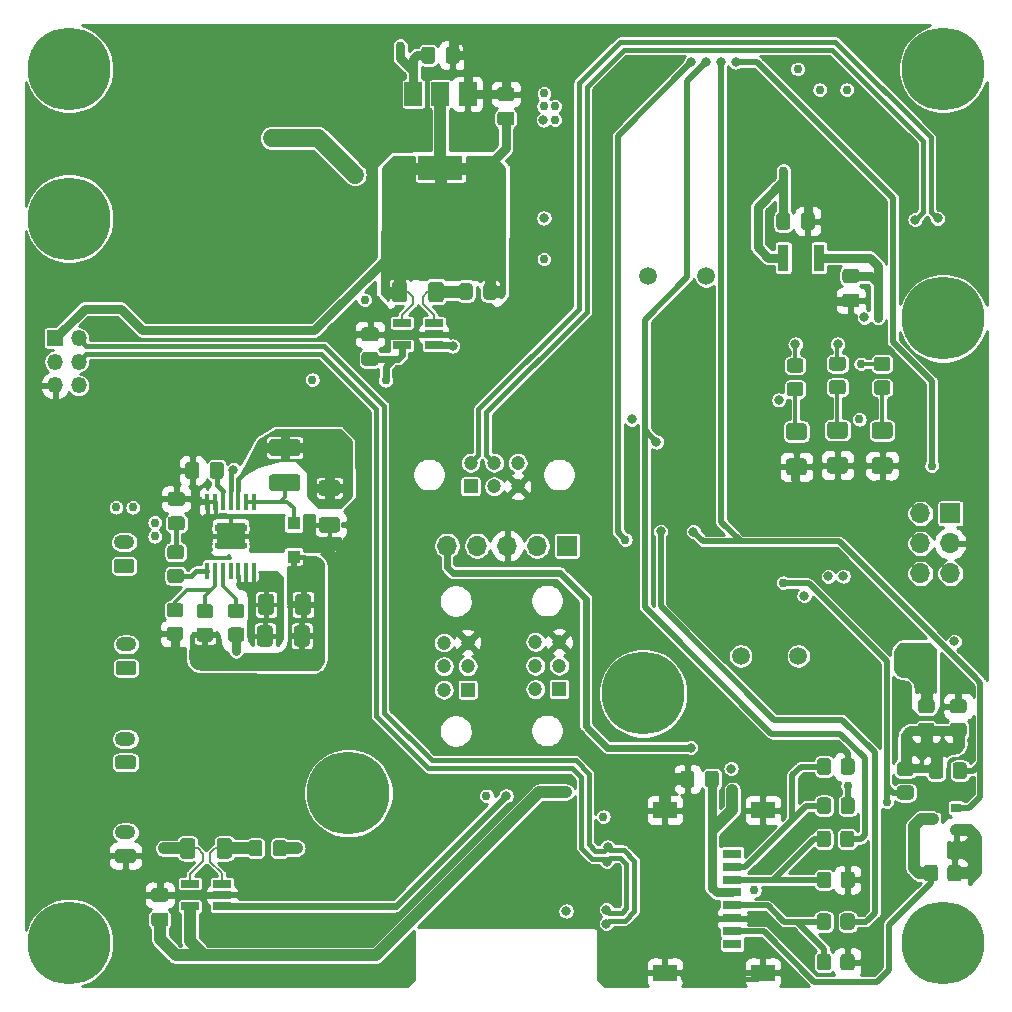
<source format=gbr>
G04 #@! TF.GenerationSoftware,KiCad,Pcbnew,(5.1.9)-1*
G04 #@! TF.CreationDate,2021-07-06T20:59:46-04:00*
G04 #@! TF.ProjectId,payload2020_base_board,7061796c-6f61-4643-9230-32305f626173,rev?*
G04 #@! TF.SameCoordinates,Original*
G04 #@! TF.FileFunction,Copper,L1,Top*
G04 #@! TF.FilePolarity,Positive*
%FSLAX46Y46*%
G04 Gerber Fmt 4.6, Leading zero omitted, Abs format (unit mm)*
G04 Created by KiCad (PCBNEW (5.1.9)-1) date 2021-07-06 20:59:46*
%MOMM*%
%LPD*%
G01*
G04 APERTURE LIST*
G04 #@! TA.AperFunction,EtchedComponent*
%ADD10C,0.100000*%
G04 #@! TD*
G04 #@! TA.AperFunction,ComponentPad*
%ADD11O,1.350000X1.350000*%
G04 #@! TD*
G04 #@! TA.AperFunction,ComponentPad*
%ADD12R,1.350000X1.350000*%
G04 #@! TD*
G04 #@! TA.AperFunction,ComponentPad*
%ADD13C,7.000000*%
G04 #@! TD*
G04 #@! TA.AperFunction,SMDPad,CuDef*
%ADD14R,1.500000X0.800000*%
G04 #@! TD*
G04 #@! TA.AperFunction,SMDPad,CuDef*
%ADD15R,2.000000X1.450000*%
G04 #@! TD*
G04 #@! TA.AperFunction,ComponentPad*
%ADD16R,1.700000X1.700000*%
G04 #@! TD*
G04 #@! TA.AperFunction,ComponentPad*
%ADD17O,1.700000X1.700000*%
G04 #@! TD*
G04 #@! TA.AperFunction,SMDPad,CuDef*
%ADD18R,3.800000X2.000000*%
G04 #@! TD*
G04 #@! TA.AperFunction,SMDPad,CuDef*
%ADD19R,1.500000X2.000000*%
G04 #@! TD*
G04 #@! TA.AperFunction,ComponentPad*
%ADD20C,1.500000*%
G04 #@! TD*
G04 #@! TA.AperFunction,SMDPad,CuDef*
%ADD21R,2.460000X2.310000*%
G04 #@! TD*
G04 #@! TA.AperFunction,SMDPad,CuDef*
%ADD22R,0.355600X1.473200*%
G04 #@! TD*
G04 #@! TA.AperFunction,SMDPad,CuDef*
%ADD23R,0.900000X2.300000*%
G04 #@! TD*
G04 #@! TA.AperFunction,SMDPad,CuDef*
%ADD24C,0.100000*%
G04 #@! TD*
G04 #@! TA.AperFunction,SMDPad,CuDef*
%ADD25R,1.560000X0.650000*%
G04 #@! TD*
G04 #@! TA.AperFunction,SMDPad,CuDef*
%ADD26R,0.900000X0.800000*%
G04 #@! TD*
G04 #@! TA.AperFunction,ComponentPad*
%ADD27O,1.750000X1.200000*%
G04 #@! TD*
G04 #@! TA.AperFunction,ComponentPad*
%ADD28C,1.200000*%
G04 #@! TD*
G04 #@! TA.AperFunction,ComponentPad*
%ADD29R,1.200000X1.200000*%
G04 #@! TD*
G04 #@! TA.AperFunction,SMDPad,CuDef*
%ADD30R,1.100000X1.100000*%
G04 #@! TD*
G04 #@! TA.AperFunction,ViaPad*
%ADD31C,0.762000*%
G04 #@! TD*
G04 #@! TA.AperFunction,ViaPad*
%ADD32C,0.800000*%
G04 #@! TD*
G04 #@! TA.AperFunction,Conductor*
%ADD33C,0.420000*%
G04 #@! TD*
G04 #@! TA.AperFunction,Conductor*
%ADD34C,1.000000*%
G04 #@! TD*
G04 #@! TA.AperFunction,Conductor*
%ADD35C,0.800000*%
G04 #@! TD*
G04 #@! TA.AperFunction,Conductor*
%ADD36C,0.203200*%
G04 #@! TD*
G04 #@! TA.AperFunction,Conductor*
%ADD37C,0.600000*%
G04 #@! TD*
G04 #@! TA.AperFunction,Conductor*
%ADD38C,0.500000*%
G04 #@! TD*
G04 #@! TA.AperFunction,Conductor*
%ADD39C,0.370000*%
G04 #@! TD*
G04 #@! TA.AperFunction,Conductor*
%ADD40C,0.400000*%
G04 #@! TD*
G04 #@! TA.AperFunction,Conductor*
%ADD41C,1.500000*%
G04 #@! TD*
G04 #@! TA.AperFunction,Conductor*
%ADD42C,0.300000*%
G04 #@! TD*
G04 #@! TA.AperFunction,Conductor*
%ADD43C,0.350000*%
G04 #@! TD*
G04 #@! TA.AperFunction,Conductor*
%ADD44C,0.254000*%
G04 #@! TD*
G04 #@! TA.AperFunction,Conductor*
%ADD45C,0.100000*%
G04 #@! TD*
G04 APERTURE END LIST*
D10*
G36*
X54450620Y-111421000D02*
G01*
X54550620Y-111421000D01*
X54550620Y-111771000D01*
X54450620Y-111771000D01*
X54450620Y-111421000D01*
G37*
X54450620Y-111421000D02*
X54550620Y-111421000D01*
X54550620Y-111771000D01*
X54450620Y-111771000D01*
X54450620Y-111421000D01*
G36*
X54450620Y-110321000D02*
G01*
X54550620Y-110321000D01*
X54550620Y-109971000D01*
X54450620Y-109971000D01*
X54450620Y-110321000D01*
G37*
X54450620Y-110321000D02*
X54550620Y-110321000D01*
X54550620Y-109971000D01*
X54450620Y-109971000D01*
X54450620Y-110321000D01*
G36*
X51990620Y-110321000D02*
G01*
X51890620Y-110321000D01*
X51890620Y-109971000D01*
X51990620Y-109971000D01*
X51990620Y-110321000D01*
G37*
X51990620Y-110321000D02*
X51890620Y-110321000D01*
X51890620Y-109971000D01*
X51990620Y-109971000D01*
X51990620Y-110321000D01*
G36*
X51990620Y-111421000D02*
G01*
X51890620Y-111421000D01*
X51890620Y-111771000D01*
X51990620Y-111771000D01*
X51990620Y-111421000D01*
G37*
X51990620Y-111421000D02*
X51890620Y-111421000D01*
X51890620Y-111771000D01*
X51990620Y-111771000D01*
X51990620Y-111421000D01*
D11*
X40360600Y-98120200D03*
X40360600Y-96120200D03*
X40360600Y-94120200D03*
X38360600Y-98120200D03*
X38360600Y-96120200D03*
D12*
X38360600Y-94120200D03*
G04 #@! TA.AperFunction,SMDPad,CuDef*
G36*
G01*
X60944997Y-109256400D02*
X62245003Y-109256400D01*
G75*
G02*
X62495000Y-109506397I0J-249997D01*
G01*
X62495000Y-110331403D01*
G75*
G02*
X62245003Y-110581400I-249997J0D01*
G01*
X60944997Y-110581400D01*
G75*
G02*
X60695000Y-110331403I0J249997D01*
G01*
X60695000Y-109506397D01*
G75*
G02*
X60944997Y-109256400I249997J0D01*
G01*
G37*
G04 #@! TD.AperFunction*
G04 #@! TA.AperFunction,SMDPad,CuDef*
G36*
G01*
X60944997Y-106131400D02*
X62245003Y-106131400D01*
G75*
G02*
X62495000Y-106381397I0J-249997D01*
G01*
X62495000Y-107206403D01*
G75*
G02*
X62245003Y-107456400I-249997J0D01*
G01*
X60944997Y-107456400D01*
G75*
G02*
X60695000Y-107206403I0J249997D01*
G01*
X60695000Y-106381397D01*
G75*
G02*
X60944997Y-106131400I249997J0D01*
G01*
G37*
G04 #@! TD.AperFunction*
G04 #@! TA.AperFunction,SMDPad,CuDef*
G36*
G01*
X56796500Y-118679197D02*
X56796500Y-119979203D01*
G75*
G02*
X56546503Y-120229200I-249997J0D01*
G01*
X55721497Y-120229200D01*
G75*
G02*
X55471500Y-119979203I0J249997D01*
G01*
X55471500Y-118679197D01*
G75*
G02*
X55721497Y-118429200I249997J0D01*
G01*
X56546503Y-118429200D01*
G75*
G02*
X56796500Y-118679197I0J-249997D01*
G01*
G37*
G04 #@! TD.AperFunction*
G04 #@! TA.AperFunction,SMDPad,CuDef*
G36*
G01*
X59921500Y-118679197D02*
X59921500Y-119979203D01*
G75*
G02*
X59671503Y-120229200I-249997J0D01*
G01*
X58846497Y-120229200D01*
G75*
G02*
X58596500Y-119979203I0J249997D01*
G01*
X58596500Y-118679197D01*
G75*
G02*
X58846497Y-118429200I249997J0D01*
G01*
X59671503Y-118429200D01*
G75*
G02*
X59921500Y-118679197I0J-249997D01*
G01*
G37*
G04 #@! TD.AperFunction*
G04 #@! TA.AperFunction,SMDPad,CuDef*
G36*
G01*
X56898100Y-116012197D02*
X56898100Y-117312203D01*
G75*
G02*
X56648103Y-117562200I-249997J0D01*
G01*
X55823097Y-117562200D01*
G75*
G02*
X55573100Y-117312203I0J249997D01*
G01*
X55573100Y-116012197D01*
G75*
G02*
X55823097Y-115762200I249997J0D01*
G01*
X56648103Y-115762200D01*
G75*
G02*
X56898100Y-116012197I0J-249997D01*
G01*
G37*
G04 #@! TD.AperFunction*
G04 #@! TA.AperFunction,SMDPad,CuDef*
G36*
G01*
X60023100Y-116012197D02*
X60023100Y-117312203D01*
G75*
G02*
X59773103Y-117562200I-249997J0D01*
G01*
X58948097Y-117562200D01*
G75*
G02*
X58698100Y-117312203I0J249997D01*
G01*
X58698100Y-116012197D01*
G75*
G02*
X58948097Y-115762200I249997J0D01*
G01*
X59773103Y-115762200D01*
G75*
G02*
X60023100Y-116012197I0J-249997D01*
G01*
G37*
G04 #@! TD.AperFunction*
G04 #@! TA.AperFunction,SMDPad,CuDef*
G36*
G01*
X69967680Y-90843261D02*
X69967680Y-89593259D01*
G75*
G02*
X70217679Y-89343260I249999J0D01*
G01*
X71017681Y-89343260D01*
G75*
G02*
X71267680Y-89593259I0J-249999D01*
G01*
X71267680Y-90843261D01*
G75*
G02*
X71017681Y-91093260I-249999J0D01*
G01*
X70217679Y-91093260D01*
G75*
G02*
X69967680Y-90843261I0J249999D01*
G01*
G37*
G04 #@! TD.AperFunction*
G04 #@! TA.AperFunction,SMDPad,CuDef*
G36*
G01*
X66867680Y-90843261D02*
X66867680Y-89593259D01*
G75*
G02*
X67117679Y-89343260I249999J0D01*
G01*
X67917681Y-89343260D01*
G75*
G02*
X68167680Y-89593259I0J-249999D01*
G01*
X68167680Y-90843261D01*
G75*
G02*
X67917681Y-91093260I-249999J0D01*
G01*
X67117679Y-91093260D01*
G75*
G02*
X66867680Y-90843261I0J249999D01*
G01*
G37*
G04 #@! TD.AperFunction*
G04 #@! TA.AperFunction,SMDPad,CuDef*
G36*
G01*
X52037820Y-137937401D02*
X52037820Y-136687399D01*
G75*
G02*
X52287819Y-136437400I249999J0D01*
G01*
X53087821Y-136437400D01*
G75*
G02*
X53337820Y-136687399I0J-249999D01*
G01*
X53337820Y-137937401D01*
G75*
G02*
X53087821Y-138187400I-249999J0D01*
G01*
X52287819Y-138187400D01*
G75*
G02*
X52037820Y-137937401I0J249999D01*
G01*
G37*
G04 #@! TD.AperFunction*
G04 #@! TA.AperFunction,SMDPad,CuDef*
G36*
G01*
X48937820Y-137937401D02*
X48937820Y-136687399D01*
G75*
G02*
X49187819Y-136437400I249999J0D01*
G01*
X49987821Y-136437400D01*
G75*
G02*
X50237820Y-136687399I0J-249999D01*
G01*
X50237820Y-137937401D01*
G75*
G02*
X49987821Y-138187400I-249999J0D01*
G01*
X49187819Y-138187400D01*
G75*
G02*
X48937820Y-137937401I0J249999D01*
G01*
G37*
G04 #@! TD.AperFunction*
D13*
X113560000Y-145310000D03*
X113560000Y-71310000D03*
X113560000Y-92440000D03*
X39560000Y-71310000D03*
X63200000Y-132630000D03*
G04 #@! TA.AperFunction,SMDPad,CuDef*
G36*
G01*
X107944499Y-95698000D02*
X108844501Y-95698000D01*
G75*
G02*
X109094500Y-95947999I0J-249999D01*
G01*
X109094500Y-96648001D01*
G75*
G02*
X108844501Y-96898000I-249999J0D01*
G01*
X107944499Y-96898000D01*
G75*
G02*
X107694500Y-96648001I0J249999D01*
G01*
X107694500Y-95947999D01*
G75*
G02*
X107944499Y-95698000I249999J0D01*
G01*
G37*
G04 #@! TD.AperFunction*
G04 #@! TA.AperFunction,SMDPad,CuDef*
G36*
G01*
X107944499Y-97698000D02*
X108844501Y-97698000D01*
G75*
G02*
X109094500Y-97947999I0J-249999D01*
G01*
X109094500Y-98648001D01*
G75*
G02*
X108844501Y-98898000I-249999J0D01*
G01*
X107944499Y-98898000D01*
G75*
G02*
X107694500Y-98648001I0J249999D01*
G01*
X107694500Y-97947999D01*
G75*
G02*
X107944499Y-97698000I249999J0D01*
G01*
G37*
G04 #@! TD.AperFunction*
D14*
X95698000Y-137748000D03*
X95698000Y-138848000D03*
X95698000Y-139958000D03*
X95698000Y-141048000D03*
X95688000Y-142148000D03*
X95698000Y-143248000D03*
X95698000Y-144348000D03*
X95698000Y-145448000D03*
D15*
X89998000Y-147828000D03*
X89998000Y-134078000D03*
X98298000Y-134078000D03*
X98298000Y-147828000D03*
D13*
X88160000Y-124190000D03*
X39560000Y-145310000D03*
X39560000Y-83990000D03*
D16*
X114170000Y-108955000D03*
D17*
X111630000Y-108955000D03*
X114170000Y-111495000D03*
X111630000Y-111495000D03*
X114170000Y-114035000D03*
X111630000Y-114035000D03*
G04 #@! TA.AperFunction,SMDPad,CuDef*
G36*
G01*
X72624440Y-69684880D02*
X72624440Y-70634880D01*
G75*
G02*
X72374440Y-70884880I-250000J0D01*
G01*
X71699440Y-70884880D01*
G75*
G02*
X71449440Y-70634880I0J250000D01*
G01*
X71449440Y-69684880D01*
G75*
G02*
X71699440Y-69434880I250000J0D01*
G01*
X72374440Y-69434880D01*
G75*
G02*
X72624440Y-69684880I0J-250000D01*
G01*
G37*
G04 #@! TD.AperFunction*
G04 #@! TA.AperFunction,SMDPad,CuDef*
G36*
G01*
X70549440Y-69684880D02*
X70549440Y-70634880D01*
G75*
G02*
X70299440Y-70884880I-250000J0D01*
G01*
X69624440Y-70884880D01*
G75*
G02*
X69374440Y-70634880I0J250000D01*
G01*
X69374440Y-69684880D01*
G75*
G02*
X69624440Y-69434880I250000J0D01*
G01*
X70299440Y-69434880D01*
G75*
G02*
X70549440Y-69684880I0J-250000D01*
G01*
G37*
G04 #@! TD.AperFunction*
G04 #@! TA.AperFunction,SMDPad,CuDef*
G36*
G01*
X76055200Y-72855420D02*
X77005200Y-72855420D01*
G75*
G02*
X77255200Y-73105420I0J-250000D01*
G01*
X77255200Y-73780420D01*
G75*
G02*
X77005200Y-74030420I-250000J0D01*
G01*
X76055200Y-74030420D01*
G75*
G02*
X75805200Y-73780420I0J250000D01*
G01*
X75805200Y-73105420D01*
G75*
G02*
X76055200Y-72855420I250000J0D01*
G01*
G37*
G04 #@! TD.AperFunction*
G04 #@! TA.AperFunction,SMDPad,CuDef*
G36*
G01*
X76055200Y-74930420D02*
X77005200Y-74930420D01*
G75*
G02*
X77255200Y-75180420I0J-250000D01*
G01*
X77255200Y-75855420D01*
G75*
G02*
X77005200Y-76105420I-250000J0D01*
G01*
X76055200Y-76105420D01*
G75*
G02*
X75805200Y-75855420I0J250000D01*
G01*
X75805200Y-75180420D01*
G75*
G02*
X76055200Y-74930420I250000J0D01*
G01*
G37*
G04 #@! TD.AperFunction*
D18*
X70995540Y-79746240D03*
D19*
X70995540Y-73446240D03*
X68695540Y-73446240D03*
X73295540Y-73446240D03*
D20*
X88592000Y-88849200D03*
X93472000Y-88849200D03*
X96415200Y-121005600D03*
X101295200Y-121005600D03*
D21*
X53220620Y-110871000D03*
D22*
X55170654Y-113792000D03*
X54520643Y-113792000D03*
X53870631Y-113792000D03*
X53220620Y-113792000D03*
X52570609Y-113792000D03*
X51920597Y-113792000D03*
X51270586Y-113792000D03*
X51270586Y-107950000D03*
X51920597Y-107950000D03*
X52570609Y-107950000D03*
X53220620Y-107950000D03*
X53870631Y-107950000D03*
X54520643Y-107950000D03*
X55170654Y-107950000D03*
D23*
X103026340Y-87303740D03*
X100026340Y-87303740D03*
G04 #@! TA.AperFunction,SMDPad,CuDef*
D24*
G36*
X100659840Y-92753740D02*
G01*
X100659840Y-88628740D01*
X101076340Y-88628740D01*
X101076340Y-86153740D01*
X101976340Y-86153740D01*
X101976340Y-88628740D01*
X102392840Y-88628740D01*
X102392840Y-92753740D01*
X100659840Y-92753740D01*
G37*
G04 #@! TD.AperFunction*
D25*
X67726580Y-94719220D03*
X67726580Y-92819220D03*
X70426580Y-92819220D03*
X70426580Y-93769220D03*
X70426580Y-94719220D03*
X49794180Y-142201940D03*
X49794180Y-140301940D03*
X52494180Y-140301940D03*
X52494180Y-141251940D03*
X52494180Y-142201940D03*
G04 #@! TA.AperFunction,SMDPad,CuDef*
G36*
G01*
X115285941Y-125876100D02*
X114385939Y-125876100D01*
G75*
G02*
X114135940Y-125626101I0J249999D01*
G01*
X114135940Y-124926099D01*
G75*
G02*
X114385939Y-124676100I249999J0D01*
G01*
X115285941Y-124676100D01*
G75*
G02*
X115535940Y-124926099I0J-249999D01*
G01*
X115535940Y-125626101D01*
G75*
G02*
X115285941Y-125876100I-249999J0D01*
G01*
G37*
G04 #@! TD.AperFunction*
G04 #@! TA.AperFunction,SMDPad,CuDef*
G36*
G01*
X115285941Y-127876100D02*
X114385939Y-127876100D01*
G75*
G02*
X114135940Y-127626101I0J249999D01*
G01*
X114135940Y-126926099D01*
G75*
G02*
X114385939Y-126676100I249999J0D01*
G01*
X115285941Y-126676100D01*
G75*
G02*
X115535940Y-126926099I0J-249999D01*
G01*
X115535940Y-127626101D01*
G75*
G02*
X115285941Y-127876100I-249999J0D01*
G01*
G37*
G04 #@! TD.AperFunction*
G04 #@! TA.AperFunction,SMDPad,CuDef*
G36*
G01*
X111675759Y-126663400D02*
X112575761Y-126663400D01*
G75*
G02*
X112825760Y-126913399I0J-249999D01*
G01*
X112825760Y-127613401D01*
G75*
G02*
X112575761Y-127863400I-249999J0D01*
G01*
X111675759Y-127863400D01*
G75*
G02*
X111425760Y-127613401I0J249999D01*
G01*
X111425760Y-126913399D01*
G75*
G02*
X111675759Y-126663400I249999J0D01*
G01*
G37*
G04 #@! TD.AperFunction*
G04 #@! TA.AperFunction,SMDPad,CuDef*
G36*
G01*
X111675759Y-124663400D02*
X112575761Y-124663400D01*
G75*
G02*
X112825760Y-124913399I0J-249999D01*
G01*
X112825760Y-125613401D01*
G75*
G02*
X112575761Y-125863400I-249999J0D01*
G01*
X111675759Y-125863400D01*
G75*
G02*
X111425760Y-125613401I0J249999D01*
G01*
X111425760Y-124913399D01*
G75*
G02*
X111675759Y-124663400I249999J0D01*
G01*
G37*
G04 #@! TD.AperFunction*
G04 #@! TA.AperFunction,SMDPad,CuDef*
G36*
G01*
X104874520Y-140424321D02*
X104874520Y-139524319D01*
G75*
G02*
X105124519Y-139274320I249999J0D01*
G01*
X105824521Y-139274320D01*
G75*
G02*
X106074520Y-139524319I0J-249999D01*
G01*
X106074520Y-140424321D01*
G75*
G02*
X105824521Y-140674320I-249999J0D01*
G01*
X105124519Y-140674320D01*
G75*
G02*
X104874520Y-140424321I0J249999D01*
G01*
G37*
G04 #@! TD.AperFunction*
G04 #@! TA.AperFunction,SMDPad,CuDef*
G36*
G01*
X102874520Y-140424321D02*
X102874520Y-139524319D01*
G75*
G02*
X103124519Y-139274320I249999J0D01*
G01*
X103824521Y-139274320D01*
G75*
G02*
X104074520Y-139524319I0J-249999D01*
G01*
X104074520Y-140424321D01*
G75*
G02*
X103824521Y-140674320I-249999J0D01*
G01*
X103124519Y-140674320D01*
G75*
G02*
X102874520Y-140424321I0J249999D01*
G01*
G37*
G04 #@! TD.AperFunction*
G04 #@! TA.AperFunction,SMDPad,CuDef*
G36*
G01*
X102868420Y-130830741D02*
X102868420Y-129930739D01*
G75*
G02*
X103118419Y-129680740I249999J0D01*
G01*
X103818421Y-129680740D01*
G75*
G02*
X104068420Y-129930739I0J-249999D01*
G01*
X104068420Y-130830741D01*
G75*
G02*
X103818421Y-131080740I-249999J0D01*
G01*
X103118419Y-131080740D01*
G75*
G02*
X102868420Y-130830741I0J249999D01*
G01*
G37*
G04 #@! TD.AperFunction*
G04 #@! TA.AperFunction,SMDPad,CuDef*
G36*
G01*
X104868420Y-130830741D02*
X104868420Y-129930739D01*
G75*
G02*
X105118419Y-129680740I249999J0D01*
G01*
X105818421Y-129680740D01*
G75*
G02*
X106068420Y-129930739I0J-249999D01*
G01*
X106068420Y-130830741D01*
G75*
G02*
X105818421Y-131080740I-249999J0D01*
G01*
X105118419Y-131080740D01*
G75*
G02*
X104868420Y-130830741I0J249999D01*
G01*
G37*
G04 #@! TD.AperFunction*
G04 #@! TA.AperFunction,SMDPad,CuDef*
G36*
G01*
X104859280Y-147389001D02*
X104859280Y-146488999D01*
G75*
G02*
X105109279Y-146239000I249999J0D01*
G01*
X105809281Y-146239000D01*
G75*
G02*
X106059280Y-146488999I0J-249999D01*
G01*
X106059280Y-147389001D01*
G75*
G02*
X105809281Y-147639000I-249999J0D01*
G01*
X105109279Y-147639000D01*
G75*
G02*
X104859280Y-147389001I0J249999D01*
G01*
G37*
G04 #@! TD.AperFunction*
G04 #@! TA.AperFunction,SMDPad,CuDef*
G36*
G01*
X102859280Y-147389001D02*
X102859280Y-146488999D01*
G75*
G02*
X103109279Y-146239000I249999J0D01*
G01*
X103809281Y-146239000D01*
G75*
G02*
X104059280Y-146488999I0J-249999D01*
G01*
X104059280Y-147389001D01*
G75*
G02*
X103809281Y-147639000I-249999J0D01*
G01*
X103109279Y-147639000D01*
G75*
G02*
X102859280Y-147389001I0J249999D01*
G01*
G37*
G04 #@! TD.AperFunction*
G04 #@! TA.AperFunction,SMDPad,CuDef*
G36*
G01*
X104859280Y-143960001D02*
X104859280Y-143059999D01*
G75*
G02*
X105109279Y-142810000I249999J0D01*
G01*
X105809281Y-142810000D01*
G75*
G02*
X106059280Y-143059999I0J-249999D01*
G01*
X106059280Y-143960001D01*
G75*
G02*
X105809281Y-144210000I-249999J0D01*
G01*
X105109279Y-144210000D01*
G75*
G02*
X104859280Y-143960001I0J249999D01*
G01*
G37*
G04 #@! TD.AperFunction*
G04 #@! TA.AperFunction,SMDPad,CuDef*
G36*
G01*
X102859280Y-143960001D02*
X102859280Y-143059999D01*
G75*
G02*
X103109279Y-142810000I249999J0D01*
G01*
X103809281Y-142810000D01*
G75*
G02*
X104059280Y-143059999I0J-249999D01*
G01*
X104059280Y-143960001D01*
G75*
G02*
X103809281Y-144210000I-249999J0D01*
G01*
X103109279Y-144210000D01*
G75*
G02*
X102859280Y-143960001I0J249999D01*
G01*
G37*
G04 #@! TD.AperFunction*
G04 #@! TA.AperFunction,SMDPad,CuDef*
G36*
G01*
X102836420Y-136962301D02*
X102836420Y-136062299D01*
G75*
G02*
X103086419Y-135812300I249999J0D01*
G01*
X103786421Y-135812300D01*
G75*
G02*
X104036420Y-136062299I0J-249999D01*
G01*
X104036420Y-136962301D01*
G75*
G02*
X103786421Y-137212300I-249999J0D01*
G01*
X103086419Y-137212300D01*
G75*
G02*
X102836420Y-136962301I0J249999D01*
G01*
G37*
G04 #@! TD.AperFunction*
G04 #@! TA.AperFunction,SMDPad,CuDef*
G36*
G01*
X104836420Y-136962301D02*
X104836420Y-136062299D01*
G75*
G02*
X105086419Y-135812300I249999J0D01*
G01*
X105786421Y-135812300D01*
G75*
G02*
X106036420Y-136062299I0J-249999D01*
G01*
X106036420Y-136962301D01*
G75*
G02*
X105786421Y-137212300I-249999J0D01*
G01*
X105086419Y-137212300D01*
G75*
G02*
X104836420Y-136962301I0J249999D01*
G01*
G37*
G04 #@! TD.AperFunction*
G04 #@! TA.AperFunction,SMDPad,CuDef*
G36*
G01*
X102868420Y-134145441D02*
X102868420Y-133245439D01*
G75*
G02*
X103118419Y-132995440I249999J0D01*
G01*
X103818421Y-132995440D01*
G75*
G02*
X104068420Y-133245439I0J-249999D01*
G01*
X104068420Y-134145441D01*
G75*
G02*
X103818421Y-134395440I-249999J0D01*
G01*
X103118419Y-134395440D01*
G75*
G02*
X102868420Y-134145441I0J249999D01*
G01*
G37*
G04 #@! TD.AperFunction*
G04 #@! TA.AperFunction,SMDPad,CuDef*
G36*
G01*
X104868420Y-134145441D02*
X104868420Y-133245439D01*
G75*
G02*
X105118419Y-132995440I249999J0D01*
G01*
X105818421Y-132995440D01*
G75*
G02*
X106068420Y-133245439I0J-249999D01*
G01*
X106068420Y-134145441D01*
G75*
G02*
X105818421Y-134395440I-249999J0D01*
G01*
X105118419Y-134395440D01*
G75*
G02*
X104868420Y-134145441I0J249999D01*
G01*
G37*
G04 #@! TD.AperFunction*
G04 #@! TA.AperFunction,SMDPad,CuDef*
G36*
G01*
X48058919Y-116542260D02*
X48958921Y-116542260D01*
G75*
G02*
X49208920Y-116792259I0J-249999D01*
G01*
X49208920Y-117492261D01*
G75*
G02*
X48958921Y-117742260I-249999J0D01*
G01*
X48058919Y-117742260D01*
G75*
G02*
X47808920Y-117492261I0J249999D01*
G01*
X47808920Y-116792259D01*
G75*
G02*
X48058919Y-116542260I249999J0D01*
G01*
G37*
G04 #@! TD.AperFunction*
G04 #@! TA.AperFunction,SMDPad,CuDef*
G36*
G01*
X48058919Y-118542260D02*
X48958921Y-118542260D01*
G75*
G02*
X49208920Y-118792259I0J-249999D01*
G01*
X49208920Y-119492261D01*
G75*
G02*
X48958921Y-119742260I-249999J0D01*
G01*
X48058919Y-119742260D01*
G75*
G02*
X47808920Y-119492261I0J249999D01*
G01*
X47808920Y-118792259D01*
G75*
G02*
X48058919Y-118542260I249999J0D01*
G01*
G37*
G04 #@! TD.AperFunction*
G04 #@! TA.AperFunction,SMDPad,CuDef*
G36*
G01*
X51491301Y-119821000D02*
X50591299Y-119821000D01*
G75*
G02*
X50341300Y-119571001I0J249999D01*
G01*
X50341300Y-118870999D01*
G75*
G02*
X50591299Y-118621000I249999J0D01*
G01*
X51491301Y-118621000D01*
G75*
G02*
X51741300Y-118870999I0J-249999D01*
G01*
X51741300Y-119571001D01*
G75*
G02*
X51491301Y-119821000I-249999J0D01*
G01*
G37*
G04 #@! TD.AperFunction*
G04 #@! TA.AperFunction,SMDPad,CuDef*
G36*
G01*
X51491301Y-117821000D02*
X50591299Y-117821000D01*
G75*
G02*
X50341300Y-117571001I0J249999D01*
G01*
X50341300Y-116870999D01*
G75*
G02*
X50591299Y-116621000I249999J0D01*
G01*
X51491301Y-116621000D01*
G75*
G02*
X51741300Y-116870999I0J-249999D01*
G01*
X51741300Y-117571001D01*
G75*
G02*
X51491301Y-117821000I-249999J0D01*
G01*
G37*
G04 #@! TD.AperFunction*
G04 #@! TA.AperFunction,SMDPad,CuDef*
G36*
G01*
X48122419Y-111647680D02*
X49022421Y-111647680D01*
G75*
G02*
X49272420Y-111897679I0J-249999D01*
G01*
X49272420Y-112597681D01*
G75*
G02*
X49022421Y-112847680I-249999J0D01*
G01*
X48122419Y-112847680D01*
G75*
G02*
X47872420Y-112597681I0J249999D01*
G01*
X47872420Y-111897679D01*
G75*
G02*
X48122419Y-111647680I249999J0D01*
G01*
G37*
G04 #@! TD.AperFunction*
G04 #@! TA.AperFunction,SMDPad,CuDef*
G36*
G01*
X48122419Y-113647680D02*
X49022421Y-113647680D01*
G75*
G02*
X49272420Y-113897679I0J-249999D01*
G01*
X49272420Y-114597681D01*
G75*
G02*
X49022421Y-114847680I-249999J0D01*
G01*
X48122419Y-114847680D01*
G75*
G02*
X47872420Y-114597681I0J249999D01*
G01*
X47872420Y-113897679D01*
G75*
G02*
X48122419Y-113647680I249999J0D01*
G01*
G37*
G04 #@! TD.AperFunction*
G04 #@! TA.AperFunction,SMDPad,CuDef*
G36*
G01*
X113116920Y-138957899D02*
X113116920Y-139857901D01*
G75*
G02*
X112866921Y-140107900I-249999J0D01*
G01*
X112166919Y-140107900D01*
G75*
G02*
X111916920Y-139857901I0J249999D01*
G01*
X111916920Y-138957899D01*
G75*
G02*
X112166919Y-138707900I249999J0D01*
G01*
X112866921Y-138707900D01*
G75*
G02*
X113116920Y-138957899I0J-249999D01*
G01*
G37*
G04 #@! TD.AperFunction*
G04 #@! TA.AperFunction,SMDPad,CuDef*
G36*
G01*
X115116920Y-138957899D02*
X115116920Y-139857901D01*
G75*
G02*
X114866921Y-140107900I-249999J0D01*
G01*
X114166919Y-140107900D01*
G75*
G02*
X113916920Y-139857901I0J249999D01*
G01*
X113916920Y-138957899D01*
G75*
G02*
X114166919Y-138707900I249999J0D01*
G01*
X114866921Y-138707900D01*
G75*
G02*
X115116920Y-138957899I0J-249999D01*
G01*
G37*
G04 #@! TD.AperFunction*
G04 #@! TA.AperFunction,SMDPad,CuDef*
G36*
G01*
X100578499Y-95825000D02*
X101478501Y-95825000D01*
G75*
G02*
X101728500Y-96074999I0J-249999D01*
G01*
X101728500Y-96775001D01*
G75*
G02*
X101478501Y-97025000I-249999J0D01*
G01*
X100578499Y-97025000D01*
G75*
G02*
X100328500Y-96775001I0J249999D01*
G01*
X100328500Y-96074999D01*
G75*
G02*
X100578499Y-95825000I249999J0D01*
G01*
G37*
G04 #@! TD.AperFunction*
G04 #@! TA.AperFunction,SMDPad,CuDef*
G36*
G01*
X100578499Y-97825000D02*
X101478501Y-97825000D01*
G75*
G02*
X101728500Y-98074999I0J-249999D01*
G01*
X101728500Y-98775001D01*
G75*
G02*
X101478501Y-99025000I-249999J0D01*
G01*
X100578499Y-99025000D01*
G75*
G02*
X100328500Y-98775001I0J249999D01*
G01*
X100328500Y-98074999D01*
G75*
G02*
X100578499Y-97825000I249999J0D01*
G01*
G37*
G04 #@! TD.AperFunction*
G04 #@! TA.AperFunction,SMDPad,CuDef*
G36*
G01*
X53250679Y-116611600D02*
X54150681Y-116611600D01*
G75*
G02*
X54400680Y-116861599I0J-249999D01*
G01*
X54400680Y-117561601D01*
G75*
G02*
X54150681Y-117811600I-249999J0D01*
G01*
X53250679Y-117811600D01*
G75*
G02*
X53000680Y-117561601I0J249999D01*
G01*
X53000680Y-116861599D01*
G75*
G02*
X53250679Y-116611600I249999J0D01*
G01*
G37*
G04 #@! TD.AperFunction*
G04 #@! TA.AperFunction,SMDPad,CuDef*
G36*
G01*
X53250679Y-118611600D02*
X54150681Y-118611600D01*
G75*
G02*
X54400680Y-118861599I0J-249999D01*
G01*
X54400680Y-119561601D01*
G75*
G02*
X54150681Y-119811600I-249999J0D01*
G01*
X53250679Y-119811600D01*
G75*
G02*
X53000680Y-119561601I0J249999D01*
G01*
X53000680Y-118861599D01*
G75*
G02*
X53250679Y-118611600I249999J0D01*
G01*
G37*
G04 #@! TD.AperFunction*
G04 #@! TA.AperFunction,SMDPad,CuDef*
G36*
G01*
X104159899Y-95672600D02*
X105059901Y-95672600D01*
G75*
G02*
X105309900Y-95922599I0J-249999D01*
G01*
X105309900Y-96622601D01*
G75*
G02*
X105059901Y-96872600I-249999J0D01*
G01*
X104159899Y-96872600D01*
G75*
G02*
X103909900Y-96622601I0J249999D01*
G01*
X103909900Y-95922599D01*
G75*
G02*
X104159899Y-95672600I249999J0D01*
G01*
G37*
G04 #@! TD.AperFunction*
G04 #@! TA.AperFunction,SMDPad,CuDef*
G36*
G01*
X104159899Y-97672600D02*
X105059901Y-97672600D01*
G75*
G02*
X105309900Y-97922599I0J-249999D01*
G01*
X105309900Y-98622601D01*
G75*
G02*
X105059901Y-98872600I-249999J0D01*
G01*
X104159899Y-98872600D01*
G75*
G02*
X103909900Y-98622601I0J249999D01*
G01*
X103909900Y-97922599D01*
G75*
G02*
X104159899Y-97672600I249999J0D01*
G01*
G37*
G04 #@! TD.AperFunction*
G04 #@! TA.AperFunction,SMDPad,CuDef*
G36*
G01*
X109907919Y-131988000D02*
X110807921Y-131988000D01*
G75*
G02*
X111057920Y-132237999I0J-249999D01*
G01*
X111057920Y-132938001D01*
G75*
G02*
X110807921Y-133188000I-249999J0D01*
G01*
X109907919Y-133188000D01*
G75*
G02*
X109657920Y-132938001I0J249999D01*
G01*
X109657920Y-132237999D01*
G75*
G02*
X109907919Y-131988000I249999J0D01*
G01*
G37*
G04 #@! TD.AperFunction*
G04 #@! TA.AperFunction,SMDPad,CuDef*
G36*
G01*
X109907919Y-129988000D02*
X110807921Y-129988000D01*
G75*
G02*
X111057920Y-130237999I0J-249999D01*
G01*
X111057920Y-130938001D01*
G75*
G02*
X110807921Y-131188000I-249999J0D01*
G01*
X109907919Y-131188000D01*
G75*
G02*
X109657920Y-130938001I0J249999D01*
G01*
X109657920Y-130237999D01*
G75*
G02*
X109907919Y-129988000I249999J0D01*
G01*
G37*
G04 #@! TD.AperFunction*
G04 #@! TA.AperFunction,SMDPad,CuDef*
G36*
G01*
X112362940Y-131181261D02*
X112362940Y-130281259D01*
G75*
G02*
X112612939Y-130031260I249999J0D01*
G01*
X113312941Y-130031260D01*
G75*
G02*
X113562940Y-130281259I0J-249999D01*
G01*
X113562940Y-131181261D01*
G75*
G02*
X113312941Y-131431260I-249999J0D01*
G01*
X112612939Y-131431260D01*
G75*
G02*
X112362940Y-131181261I0J249999D01*
G01*
G37*
G04 #@! TD.AperFunction*
G04 #@! TA.AperFunction,SMDPad,CuDef*
G36*
G01*
X114362940Y-131181261D02*
X114362940Y-130281259D01*
G75*
G02*
X114612939Y-130031260I249999J0D01*
G01*
X115312941Y-130031260D01*
G75*
G02*
X115562940Y-130281259I0J-249999D01*
G01*
X115562940Y-131181261D01*
G75*
G02*
X115312941Y-131431260I-249999J0D01*
G01*
X114612939Y-131431260D01*
G75*
G02*
X114362940Y-131181261I0J249999D01*
G01*
G37*
G04 #@! TD.AperFunction*
D26*
X114655600Y-135788400D03*
X114655600Y-133888400D03*
X112655600Y-134838400D03*
G04 #@! TA.AperFunction,SMDPad,CuDef*
G36*
G01*
X56743020Y-102667380D02*
X58893020Y-102667380D01*
G75*
G02*
X59143020Y-102917380I0J-250000D01*
G01*
X59143020Y-103842380D01*
G75*
G02*
X58893020Y-104092380I-250000J0D01*
G01*
X56743020Y-104092380D01*
G75*
G02*
X56493020Y-103842380I0J250000D01*
G01*
X56493020Y-102917380D01*
G75*
G02*
X56743020Y-102667380I250000J0D01*
G01*
G37*
G04 #@! TD.AperFunction*
G04 #@! TA.AperFunction,SMDPad,CuDef*
G36*
G01*
X56743020Y-105642380D02*
X58893020Y-105642380D01*
G75*
G02*
X59143020Y-105892380I0J-250000D01*
G01*
X59143020Y-106817380D01*
G75*
G02*
X58893020Y-107067380I-250000J0D01*
G01*
X56743020Y-107067380D01*
G75*
G02*
X56493020Y-106817380I0J250000D01*
G01*
X56493020Y-105892380D01*
G75*
G02*
X56743020Y-105642380I250000J0D01*
G01*
G37*
G04 #@! TD.AperFunction*
D27*
X44328080Y-135955020D03*
G04 #@! TA.AperFunction,ComponentPad*
G36*
G01*
X44953081Y-138555020D02*
X43703079Y-138555020D01*
G75*
G02*
X43453080Y-138305021I0J249999D01*
G01*
X43453080Y-137605019D01*
G75*
G02*
X43703079Y-137355020I249999J0D01*
G01*
X44953081Y-137355020D01*
G75*
G02*
X45203080Y-137605019I0J-249999D01*
G01*
X45203080Y-138305021D01*
G75*
G02*
X44953081Y-138555020I-249999J0D01*
G01*
G37*
G04 #@! TD.AperFunction*
X44328080Y-128032760D03*
G04 #@! TA.AperFunction,ComponentPad*
G36*
G01*
X44953081Y-130632760D02*
X43703079Y-130632760D01*
G75*
G02*
X43453080Y-130382761I0J249999D01*
G01*
X43453080Y-129682759D01*
G75*
G02*
X43703079Y-129432760I249999J0D01*
G01*
X44953081Y-129432760D01*
G75*
G02*
X45203080Y-129682759I0J-249999D01*
G01*
X45203080Y-130382761D01*
G75*
G02*
X44953081Y-130632760I-249999J0D01*
G01*
G37*
G04 #@! TD.AperFunction*
X44371260Y-120041920D03*
G04 #@! TA.AperFunction,ComponentPad*
G36*
G01*
X44996261Y-122641920D02*
X43746259Y-122641920D01*
G75*
G02*
X43496260Y-122391921I0J249999D01*
G01*
X43496260Y-121691919D01*
G75*
G02*
X43746259Y-121441920I249999J0D01*
G01*
X44996261Y-121441920D01*
G75*
G02*
X45246260Y-121691919I0J-249999D01*
G01*
X45246260Y-122391921D01*
G75*
G02*
X44996261Y-122641920I-249999J0D01*
G01*
G37*
G04 #@! TD.AperFunction*
D28*
X79035400Y-123832000D03*
X79035400Y-121832000D03*
X79035400Y-119832000D03*
X81035400Y-119832000D03*
D29*
X81035400Y-123832000D03*
D28*
X81035400Y-121832000D03*
X71288400Y-123882800D03*
X71288400Y-121882800D03*
X71288400Y-119882800D03*
X73288400Y-119882800D03*
D29*
X73288400Y-123882800D03*
D28*
X73288400Y-121882800D03*
D17*
X71551800Y-111683800D03*
X74091800Y-111683800D03*
X76631800Y-111683800D03*
X79171800Y-111683800D03*
D16*
X81711800Y-111683800D03*
D28*
X73539600Y-104664000D03*
X75539600Y-104664000D03*
X77539600Y-104664000D03*
X77539600Y-106664000D03*
D29*
X73539600Y-106664000D03*
D28*
X75539600Y-106664000D03*
D27*
X44208700Y-111398300D03*
G04 #@! TA.AperFunction,ComponentPad*
G36*
G01*
X44833701Y-113998300D02*
X43583699Y-113998300D01*
G75*
G02*
X43333700Y-113748301I0J249999D01*
G01*
X43333700Y-113048299D01*
G75*
G02*
X43583699Y-112798300I249999J0D01*
G01*
X44833701Y-112798300D01*
G75*
G02*
X45083700Y-113048299I0J-249999D01*
G01*
X45083700Y-113748301D01*
G75*
G02*
X44833701Y-113998300I-249999J0D01*
G01*
G37*
G04 #@! TD.AperFunction*
G04 #@! TA.AperFunction,SMDPad,CuDef*
G36*
G01*
X73719380Y-89714919D02*
X73719380Y-90614921D01*
G75*
G02*
X73469381Y-90864920I-249999J0D01*
G01*
X72819379Y-90864920D01*
G75*
G02*
X72569380Y-90614921I0J249999D01*
G01*
X72569380Y-89714919D01*
G75*
G02*
X72819379Y-89464920I249999J0D01*
G01*
X73469381Y-89464920D01*
G75*
G02*
X73719380Y-89714919I0J-249999D01*
G01*
G37*
G04 #@! TD.AperFunction*
G04 #@! TA.AperFunction,SMDPad,CuDef*
G36*
G01*
X75769380Y-89714919D02*
X75769380Y-90614921D01*
G75*
G02*
X75519381Y-90864920I-249999J0D01*
G01*
X74869379Y-90864920D01*
G75*
G02*
X74619380Y-90614921I0J249999D01*
G01*
X74619380Y-89714919D01*
G75*
G02*
X74869379Y-89464920I249999J0D01*
G01*
X75519381Y-89464920D01*
G75*
G02*
X75769380Y-89714919I0J-249999D01*
G01*
G37*
G04 #@! TD.AperFunction*
G04 #@! TA.AperFunction,SMDPad,CuDef*
G36*
G01*
X55916520Y-136847159D02*
X55916520Y-137747161D01*
G75*
G02*
X55666521Y-137997160I-249999J0D01*
G01*
X55016519Y-137997160D01*
G75*
G02*
X54766520Y-137747161I0J249999D01*
G01*
X54766520Y-136847159D01*
G75*
G02*
X55016519Y-136597160I249999J0D01*
G01*
X55666521Y-136597160D01*
G75*
G02*
X55916520Y-136847159I0J-249999D01*
G01*
G37*
G04 #@! TD.AperFunction*
G04 #@! TA.AperFunction,SMDPad,CuDef*
G36*
G01*
X57966520Y-136847159D02*
X57966520Y-137747161D01*
G75*
G02*
X57716521Y-137997160I-249999J0D01*
G01*
X57066519Y-137997160D01*
G75*
G02*
X56816520Y-137747161I0J249999D01*
G01*
X56816520Y-136847159D01*
G75*
G02*
X57066519Y-136597160I249999J0D01*
G01*
X57716521Y-136597160D01*
G75*
G02*
X57966520Y-136847159I0J-249999D01*
G01*
G37*
G04 #@! TD.AperFunction*
G04 #@! TA.AperFunction,SMDPad,CuDef*
G36*
G01*
X109019500Y-105614500D02*
X107769500Y-105614500D01*
G75*
G02*
X107519500Y-105364500I0J250000D01*
G01*
X107519500Y-104439500D01*
G75*
G02*
X107769500Y-104189500I250000J0D01*
G01*
X109019500Y-104189500D01*
G75*
G02*
X109269500Y-104439500I0J-250000D01*
G01*
X109269500Y-105364500D01*
G75*
G02*
X109019500Y-105614500I-250000J0D01*
G01*
G37*
G04 #@! TD.AperFunction*
G04 #@! TA.AperFunction,SMDPad,CuDef*
G36*
G01*
X109019500Y-102639500D02*
X107769500Y-102639500D01*
G75*
G02*
X107519500Y-102389500I0J250000D01*
G01*
X107519500Y-101464500D01*
G75*
G02*
X107769500Y-101214500I250000J0D01*
G01*
X109019500Y-101214500D01*
G75*
G02*
X109269500Y-101464500I0J-250000D01*
G01*
X109269500Y-102389500D01*
G75*
G02*
X109019500Y-102639500I-250000J0D01*
G01*
G37*
G04 #@! TD.AperFunction*
G04 #@! TA.AperFunction,SMDPad,CuDef*
G36*
G01*
X101755100Y-105719300D02*
X100505100Y-105719300D01*
G75*
G02*
X100255100Y-105469300I0J250000D01*
G01*
X100255100Y-104544300D01*
G75*
G02*
X100505100Y-104294300I250000J0D01*
G01*
X101755100Y-104294300D01*
G75*
G02*
X102005100Y-104544300I0J-250000D01*
G01*
X102005100Y-105469300D01*
G75*
G02*
X101755100Y-105719300I-250000J0D01*
G01*
G37*
G04 #@! TD.AperFunction*
G04 #@! TA.AperFunction,SMDPad,CuDef*
G36*
G01*
X101755100Y-102744300D02*
X100505100Y-102744300D01*
G75*
G02*
X100255100Y-102494300I0J250000D01*
G01*
X100255100Y-101569300D01*
G75*
G02*
X100505100Y-101319300I250000J0D01*
G01*
X101755100Y-101319300D01*
G75*
G02*
X102005100Y-101569300I0J-250000D01*
G01*
X102005100Y-102494300D01*
G75*
G02*
X101755100Y-102744300I-250000J0D01*
G01*
G37*
G04 #@! TD.AperFunction*
G04 #@! TA.AperFunction,SMDPad,CuDef*
G36*
G01*
X105234900Y-105589100D02*
X103984900Y-105589100D01*
G75*
G02*
X103734900Y-105339100I0J250000D01*
G01*
X103734900Y-104414100D01*
G75*
G02*
X103984900Y-104164100I250000J0D01*
G01*
X105234900Y-104164100D01*
G75*
G02*
X105484900Y-104414100I0J-250000D01*
G01*
X105484900Y-105339100D01*
G75*
G02*
X105234900Y-105589100I-250000J0D01*
G01*
G37*
G04 #@! TD.AperFunction*
G04 #@! TA.AperFunction,SMDPad,CuDef*
G36*
G01*
X105234900Y-102614100D02*
X103984900Y-102614100D01*
G75*
G02*
X103734900Y-102364100I0J250000D01*
G01*
X103734900Y-101439100D01*
G75*
G02*
X103984900Y-101189100I250000J0D01*
G01*
X105234900Y-101189100D01*
G75*
G02*
X105484900Y-101439100I0J-250000D01*
G01*
X105484900Y-102364100D01*
G75*
G02*
X105234900Y-102614100I-250000J0D01*
G01*
G37*
G04 #@! TD.AperFunction*
D30*
X58554620Y-112603280D03*
X58554620Y-109803280D03*
G04 #@! TA.AperFunction,SMDPad,CuDef*
G36*
G01*
X105270280Y-88259160D02*
X106220280Y-88259160D01*
G75*
G02*
X106470280Y-88509160I0J-250000D01*
G01*
X106470280Y-89184160D01*
G75*
G02*
X106220280Y-89434160I-250000J0D01*
G01*
X105270280Y-89434160D01*
G75*
G02*
X105020280Y-89184160I0J250000D01*
G01*
X105020280Y-88509160D01*
G75*
G02*
X105270280Y-88259160I250000J0D01*
G01*
G37*
G04 #@! TD.AperFunction*
G04 #@! TA.AperFunction,SMDPad,CuDef*
G36*
G01*
X105270280Y-90334160D02*
X106220280Y-90334160D01*
G75*
G02*
X106470280Y-90584160I0J-250000D01*
G01*
X106470280Y-91259160D01*
G75*
G02*
X106220280Y-91509160I-250000J0D01*
G01*
X105270280Y-91509160D01*
G75*
G02*
X105020280Y-91259160I0J250000D01*
G01*
X105020280Y-90584160D01*
G75*
G02*
X105270280Y-90334160I250000J0D01*
G01*
G37*
G04 #@! TD.AperFunction*
G04 #@! TA.AperFunction,SMDPad,CuDef*
G36*
G01*
X99439060Y-84698860D02*
X99439060Y-83748860D01*
G75*
G02*
X99689060Y-83498860I250000J0D01*
G01*
X100364060Y-83498860D01*
G75*
G02*
X100614060Y-83748860I0J-250000D01*
G01*
X100614060Y-84698860D01*
G75*
G02*
X100364060Y-84948860I-250000J0D01*
G01*
X99689060Y-84948860D01*
G75*
G02*
X99439060Y-84698860I0J250000D01*
G01*
G37*
G04 #@! TD.AperFunction*
G04 #@! TA.AperFunction,SMDPad,CuDef*
G36*
G01*
X101514060Y-84698860D02*
X101514060Y-83748860D01*
G75*
G02*
X101764060Y-83498860I250000J0D01*
G01*
X102439060Y-83498860D01*
G75*
G02*
X102689060Y-83748860I0J-250000D01*
G01*
X102689060Y-84698860D01*
G75*
G02*
X102439060Y-84948860I-250000J0D01*
G01*
X101764060Y-84948860D01*
G75*
G02*
X101514060Y-84698860I0J250000D01*
G01*
G37*
G04 #@! TD.AperFunction*
G04 #@! TA.AperFunction,SMDPad,CuDef*
G36*
G01*
X49098220Y-110388980D02*
X48148220Y-110388980D01*
G75*
G02*
X47898220Y-110138980I0J250000D01*
G01*
X47898220Y-109463980D01*
G75*
G02*
X48148220Y-109213980I250000J0D01*
G01*
X49098220Y-109213980D01*
G75*
G02*
X49348220Y-109463980I0J-250000D01*
G01*
X49348220Y-110138980D01*
G75*
G02*
X49098220Y-110388980I-250000J0D01*
G01*
G37*
G04 #@! TD.AperFunction*
G04 #@! TA.AperFunction,SMDPad,CuDef*
G36*
G01*
X49098220Y-108313980D02*
X48148220Y-108313980D01*
G75*
G02*
X47898220Y-108063980I0J250000D01*
G01*
X47898220Y-107388980D01*
G75*
G02*
X48148220Y-107138980I250000J0D01*
G01*
X49098220Y-107138980D01*
G75*
G02*
X49348220Y-107388980I0J-250000D01*
G01*
X49348220Y-108063980D01*
G75*
G02*
X49098220Y-108313980I-250000J0D01*
G01*
G37*
G04 #@! TD.AperFunction*
G04 #@! TA.AperFunction,SMDPad,CuDef*
G36*
G01*
X52639720Y-104838480D02*
X52639720Y-105788480D01*
G75*
G02*
X52389720Y-106038480I-250000J0D01*
G01*
X51714720Y-106038480D01*
G75*
G02*
X51464720Y-105788480I0J250000D01*
G01*
X51464720Y-104838480D01*
G75*
G02*
X51714720Y-104588480I250000J0D01*
G01*
X52389720Y-104588480D01*
G75*
G02*
X52639720Y-104838480I0J-250000D01*
G01*
G37*
G04 #@! TD.AperFunction*
G04 #@! TA.AperFunction,SMDPad,CuDef*
G36*
G01*
X50564720Y-104838480D02*
X50564720Y-105788480D01*
G75*
G02*
X50314720Y-106038480I-250000J0D01*
G01*
X49639720Y-106038480D01*
G75*
G02*
X49389720Y-105788480I0J250000D01*
G01*
X49389720Y-104838480D01*
G75*
G02*
X49639720Y-104588480I250000J0D01*
G01*
X50314720Y-104588480D01*
G75*
G02*
X50564720Y-104838480I0J-250000D01*
G01*
G37*
G04 #@! TD.AperFunction*
G04 #@! TA.AperFunction,SMDPad,CuDef*
G36*
G01*
X46758840Y-142744520D02*
X47708840Y-142744520D01*
G75*
G02*
X47958840Y-142994520I0J-250000D01*
G01*
X47958840Y-143669520D01*
G75*
G02*
X47708840Y-143919520I-250000J0D01*
G01*
X46758840Y-143919520D01*
G75*
G02*
X46508840Y-143669520I0J250000D01*
G01*
X46508840Y-142994520D01*
G75*
G02*
X46758840Y-142744520I250000J0D01*
G01*
G37*
G04 #@! TD.AperFunction*
G04 #@! TA.AperFunction,SMDPad,CuDef*
G36*
G01*
X46758840Y-140669520D02*
X47708840Y-140669520D01*
G75*
G02*
X47958840Y-140919520I0J-250000D01*
G01*
X47958840Y-141594520D01*
G75*
G02*
X47708840Y-141844520I-250000J0D01*
G01*
X46758840Y-141844520D01*
G75*
G02*
X46508840Y-141594520I0J250000D01*
G01*
X46508840Y-140919520D01*
G75*
G02*
X46758840Y-140669520I250000J0D01*
G01*
G37*
G04 #@! TD.AperFunction*
G04 #@! TA.AperFunction,SMDPad,CuDef*
G36*
G01*
X92484700Y-130970000D02*
X92484700Y-131920000D01*
G75*
G02*
X92234700Y-132170000I-250000J0D01*
G01*
X91559700Y-132170000D01*
G75*
G02*
X91309700Y-131920000I0J250000D01*
G01*
X91309700Y-130970000D01*
G75*
G02*
X91559700Y-130720000I250000J0D01*
G01*
X92234700Y-130720000D01*
G75*
G02*
X92484700Y-130970000I0J-250000D01*
G01*
G37*
G04 #@! TD.AperFunction*
G04 #@! TA.AperFunction,SMDPad,CuDef*
G36*
G01*
X94559700Y-130970000D02*
X94559700Y-131920000D01*
G75*
G02*
X94309700Y-132170000I-250000J0D01*
G01*
X93634700Y-132170000D01*
G75*
G02*
X93384700Y-131920000I0J250000D01*
G01*
X93384700Y-130970000D01*
G75*
G02*
X93634700Y-130720000I250000J0D01*
G01*
X94309700Y-130720000D01*
G75*
G02*
X94559700Y-130970000I0J-250000D01*
G01*
G37*
G04 #@! TD.AperFunction*
G04 #@! TA.AperFunction,SMDPad,CuDef*
G36*
G01*
X64556620Y-95283440D02*
X65506620Y-95283440D01*
G75*
G02*
X65756620Y-95533440I0J-250000D01*
G01*
X65756620Y-96208440D01*
G75*
G02*
X65506620Y-96458440I-250000J0D01*
G01*
X64556620Y-96458440D01*
G75*
G02*
X64306620Y-96208440I0J250000D01*
G01*
X64306620Y-95533440D01*
G75*
G02*
X64556620Y-95283440I250000J0D01*
G01*
G37*
G04 #@! TD.AperFunction*
G04 #@! TA.AperFunction,SMDPad,CuDef*
G36*
G01*
X64556620Y-93208440D02*
X65506620Y-93208440D01*
G75*
G02*
X65756620Y-93458440I0J-250000D01*
G01*
X65756620Y-94133440D01*
G75*
G02*
X65506620Y-94383440I-250000J0D01*
G01*
X64556620Y-94383440D01*
G75*
G02*
X64306620Y-94133440I0J250000D01*
G01*
X64306620Y-93458440D01*
G75*
G02*
X64556620Y-93208440I250000J0D01*
G01*
G37*
G04 #@! TD.AperFunction*
D31*
X114848640Y-123446540D03*
X104259380Y-90939620D03*
X102097840Y-82169000D03*
X101213920Y-76928980D03*
X48521620Y-120533160D03*
X53695600Y-120606820D03*
X78112620Y-71041260D03*
X73355200Y-70129400D03*
X66370200Y-91922600D03*
X63365380Y-93799660D03*
X45720000Y-141254480D03*
X44328080Y-137955020D03*
D32*
X105481120Y-141726920D03*
X105453180Y-145244820D03*
X111023400Y-88950800D03*
X110583980Y-104889300D03*
X87249000Y-129921000D03*
X96393000Y-148310600D03*
X96113600Y-97637600D03*
X50901600Y-81991200D03*
X50901600Y-87833200D03*
X50901600Y-90881200D03*
X50901600Y-84785200D03*
X46329600Y-87833200D03*
X46329600Y-90881200D03*
X48486060Y-92209620D03*
X46329600Y-84785200D03*
X48486060Y-89306400D03*
X48486060Y-86299040D03*
X55473600Y-81991200D03*
X55473600Y-84785200D03*
X53398420Y-86291420D03*
X55473600Y-87833200D03*
X53411120Y-89306400D03*
X55473600Y-90881200D03*
X53423820Y-92181680D03*
X50546000Y-77571600D03*
X53594000Y-77546200D03*
X48945800Y-77597000D03*
X47421800Y-77597000D03*
X52095400Y-77571600D03*
X55092600Y-77546200D03*
X50546000Y-76428600D03*
X53594000Y-76403200D03*
X48945800Y-76454000D03*
X47421800Y-76454000D03*
X52095400Y-76428600D03*
X55092600Y-76403200D03*
X48945800Y-75311000D03*
X55092600Y-75260200D03*
X47421800Y-75311000D03*
X50546000Y-75285600D03*
X48945800Y-74168000D03*
X55092600Y-74117200D03*
X47421800Y-74168000D03*
X50546000Y-74142600D03*
X48945800Y-73025000D03*
X55092600Y-72974200D03*
X47421800Y-73025000D03*
X50546000Y-72999600D03*
X52095400Y-72999600D03*
X53594000Y-72974200D03*
X48945800Y-71882000D03*
X53594000Y-71831200D03*
X52095400Y-71856600D03*
X47421800Y-71882000D03*
X50546000Y-71856600D03*
X55092600Y-71831200D03*
X56128920Y-111554260D03*
X55168800Y-111566960D03*
X56126380Y-110055660D03*
X55196740Y-110055660D03*
X57099200Y-110042960D03*
X57099200Y-111566960D03*
X47241460Y-139687300D03*
X103875840Y-118160800D03*
X98282760Y-132257800D03*
X91821000Y-148336000D03*
X48572420Y-105313480D03*
X51274980Y-111582200D03*
X51305460Y-109987080D03*
X63703200Y-87071200D03*
X77622400Y-83921600D03*
D31*
X96994980Y-93954600D03*
D32*
X46329600Y-81991200D03*
X48508920Y-83385660D03*
X53423820Y-83385660D03*
D31*
X84980780Y-93814900D03*
X72110600Y-68427600D03*
X56413400Y-114427000D03*
X110208060Y-76959460D03*
X92986860Y-117612160D03*
X94066360Y-117619780D03*
X95069660Y-117604540D03*
X44196000Y-96418400D03*
D32*
X92176600Y-128778000D03*
D31*
X100025200Y-79933800D03*
D32*
X60180220Y-103327200D03*
D31*
X60172600Y-104444800D03*
X46807120Y-110896400D03*
X46807120Y-109722920D03*
X43525440Y-108442760D03*
X44952920Y-108442760D03*
X58831480Y-137294620D03*
X47579280Y-137307320D03*
X63754000Y-80264000D03*
X57881520Y-77177900D03*
D32*
X56728360Y-77195680D03*
D31*
X60198000Y-105460800D03*
X97556320Y-140863320D03*
D32*
X106885740Y-92354400D03*
X114503200Y-119786400D03*
X99644200Y-99339400D03*
X81627980Y-142623540D03*
X95595440Y-130561080D03*
D31*
X84777580Y-134622540D03*
X103103680Y-73085960D03*
X101229160Y-71325740D03*
X105399840Y-73085960D03*
D32*
X116225320Y-137439400D03*
X95707200Y-132410200D03*
X75422760Y-86563200D03*
D31*
X67030600Y-86741000D03*
X108041440Y-92369640D03*
X74889360Y-132869940D03*
D32*
X94742000Y-70751700D03*
X92405200Y-110490000D03*
X87180420Y-100977700D03*
D31*
X106466640Y-100992940D03*
D32*
X104617520Y-94617540D03*
D31*
X106591100Y-96296480D03*
D32*
X101033580Y-94612460D03*
D31*
X108775500Y-133370320D03*
X105481120Y-132019040D03*
X100012500Y-114830860D03*
D32*
X93477080Y-70759320D03*
X89265760Y-102900480D03*
X89636600Y-110464600D03*
X92199460Y-70774560D03*
D31*
X86644480Y-111175800D03*
D32*
X96012000Y-70744080D03*
D31*
X112593120Y-104929940D03*
D32*
X101782880Y-115928140D03*
X76545440Y-132864860D03*
X105084880Y-114264440D03*
X72039480Y-94775020D03*
X103840280Y-114284760D03*
X53467000Y-105255060D03*
D31*
X64566800Y-90881200D03*
D32*
X110111540Y-120426480D03*
X79705200Y-75636120D03*
X79756000Y-83931760D03*
D31*
X81594960Y-132562600D03*
X66344800Y-97688400D03*
X79740760Y-74470260D03*
X79761080Y-73380600D03*
X80683100Y-74465180D03*
X80683100Y-75636120D03*
X79756000Y-87416640D03*
X67589400Y-69367400D03*
X60147200Y-97637600D03*
D32*
X60706000Y-120472200D03*
X60706000Y-118084600D03*
D31*
X60706000Y-119303800D03*
D32*
X113080800Y-83972400D03*
X111175800Y-84074000D03*
X85140800Y-137185400D03*
X85029040Y-143682720D03*
X85064600Y-138430000D03*
X85029040Y-142509240D03*
D33*
X91313000Y-147828000D02*
X91821000Y-148336000D01*
X89998000Y-147828000D02*
X91313000Y-147828000D01*
X97790000Y-148336000D02*
X98298000Y-147828000D01*
X91821000Y-145955000D02*
X91821000Y-148336000D01*
X94528000Y-143248000D02*
X91821000Y-145955000D01*
X95698000Y-143248000D02*
X94528000Y-143248000D01*
X98323400Y-134052600D02*
X98298000Y-134078000D01*
X98323400Y-132181600D02*
X98323400Y-132257800D01*
X90017600Y-134058400D02*
X89998000Y-134078000D01*
D34*
X90017600Y-132257800D02*
X90017600Y-134058400D01*
X90830400Y-131445000D02*
X90017600Y-132257800D01*
X91897200Y-131445000D02*
X90830400Y-131445000D01*
D33*
X48572420Y-105313480D02*
X48572420Y-105313480D01*
X52509420Y-141267180D02*
X52494180Y-141251940D01*
X98323400Y-132257800D02*
X98323400Y-134052600D01*
X96393000Y-148310600D02*
X96723200Y-148310600D01*
X96723200Y-148310600D02*
X96748600Y-148336000D01*
X96748600Y-148336000D02*
X97790000Y-148336000D01*
X96393000Y-148336000D02*
X96748600Y-148336000D01*
X91821000Y-148336000D02*
X91821000Y-148336000D01*
D34*
X88773000Y-131445000D02*
X87249000Y-129921000D01*
X90830400Y-131445000D02*
X88773000Y-131445000D01*
D33*
X48572420Y-105313480D02*
X49977220Y-105313480D01*
X100815800Y-105016300D02*
X100825300Y-105006800D01*
X108381800Y-104914700D02*
X108394500Y-104902000D01*
D35*
X73357740Y-73384040D02*
X73295540Y-73446240D01*
D33*
X105474520Y-139974320D02*
X105474520Y-141720320D01*
D36*
X52524660Y-141221460D02*
X52494180Y-141251940D01*
X48531780Y-119524780D02*
X48521620Y-119514620D01*
X52489100Y-141257020D02*
X52494180Y-141251940D01*
D37*
X47233840Y-141257020D02*
X52489100Y-141257020D01*
D36*
X47249080Y-141241780D02*
X47233840Y-141257020D01*
X45948600Y-141257020D02*
X45938440Y-141267180D01*
X65058340Y-93769220D02*
X65031620Y-93795940D01*
X65027900Y-93799660D02*
X65031620Y-93795940D01*
D37*
X63365380Y-93799660D02*
X65027900Y-93799660D01*
D38*
X48623220Y-107726480D02*
X50515520Y-107726480D01*
X50739040Y-107950000D02*
X51270586Y-107950000D01*
X50515520Y-107726480D02*
X50739040Y-107950000D01*
D35*
X72036940Y-70159880D02*
X73022460Y-70159880D01*
X73022460Y-70159880D02*
X73295540Y-70432960D01*
X72036940Y-70159880D02*
X72036940Y-68191380D01*
D36*
X73298860Y-73442920D02*
X73295540Y-73446240D01*
D35*
X76530200Y-73442920D02*
X73298860Y-73442920D01*
X76530200Y-73442920D02*
X76530200Y-71887080D01*
X77376020Y-71041260D02*
X78112620Y-71041260D01*
X76530200Y-71887080D02*
X77376020Y-71041260D01*
X72036940Y-68191380D02*
X72036940Y-68191380D01*
D36*
X72918320Y-68191380D02*
X72931020Y-68178680D01*
D35*
X72036940Y-68191380D02*
X72918320Y-68191380D01*
D36*
X53695600Y-119216680D02*
X53700680Y-119211600D01*
D35*
X53695600Y-120606820D02*
X53695600Y-119216680D01*
D36*
X48508920Y-120520460D02*
X48521620Y-120533160D01*
D35*
X48508920Y-119142260D02*
X48508920Y-120520460D01*
D33*
X105453180Y-145244820D02*
X105453180Y-146932900D01*
D36*
X53870631Y-113792000D02*
X53870631Y-114858571D01*
X53870631Y-114858571D02*
X54112160Y-115100100D01*
X54112160Y-115100100D02*
X54587140Y-115100100D01*
X54587140Y-115100100D02*
X55133240Y-115646200D01*
X55133240Y-113829414D02*
X55170654Y-113792000D01*
X55133240Y-115884960D02*
X55133240Y-113829414D01*
X55133240Y-115646200D02*
X55133240Y-115884960D01*
X55133240Y-115884960D02*
X55133240Y-116829840D01*
X54587140Y-113858497D02*
X54520643Y-113792000D01*
X54587140Y-115100100D02*
X54587140Y-113858497D01*
X101996240Y-84220140D02*
X101999960Y-84223860D01*
D35*
X102097840Y-82169000D02*
X102097840Y-84220140D01*
D36*
X101526340Y-87391240D02*
X101526340Y-90144600D01*
X105783380Y-90959760D02*
X105745280Y-90921660D01*
X105727320Y-90939620D02*
X105745280Y-90921660D01*
D35*
X104259380Y-90939620D02*
X105727320Y-90939620D01*
D33*
X110571280Y-104902000D02*
X110583980Y-104889300D01*
X108394500Y-104902000D02*
X110571280Y-104902000D01*
X100825300Y-105006800D02*
X100825300Y-106080560D01*
X100825300Y-106080560D02*
X101719380Y-106974640D01*
X110583980Y-106047540D02*
X110583980Y-104889300D01*
X109656880Y-106974640D02*
X110583980Y-106047540D01*
X104609900Y-106172000D02*
X105412540Y-106974640D01*
X105412540Y-106974640D02*
X109656880Y-106974640D01*
X104609900Y-104876600D02*
X104609900Y-106172000D01*
X101719380Y-106974640D02*
X105412540Y-106974640D01*
D38*
X98282760Y-132257800D02*
X98282760Y-130185160D01*
X98282760Y-130185160D02*
X99766120Y-128701800D01*
X99766120Y-128701800D02*
X104886760Y-128701800D01*
X105468420Y-129283460D02*
X105468420Y-130380740D01*
X104886760Y-128701800D02*
X105468420Y-129283460D01*
D36*
X114835940Y-123459240D02*
X114848640Y-123446540D01*
D38*
X114835940Y-125276100D02*
X114835940Y-123459240D01*
D36*
X47233840Y-139694920D02*
X47241460Y-139687300D01*
D37*
X47233840Y-141257020D02*
X47233840Y-139694920D01*
D36*
X45722540Y-141257020D02*
X45720000Y-141254480D01*
D37*
X47233840Y-141257020D02*
X45722540Y-141257020D01*
D35*
X73295540Y-70432960D02*
X73295540Y-73446240D01*
D37*
X92176600Y-128778000D02*
X85115400Y-128778000D01*
X85115400Y-128778000D02*
X83286600Y-126949200D01*
X83286600Y-126949200D02*
X83286600Y-116179600D01*
X83286600Y-116179600D02*
X81076800Y-113969800D01*
X81076800Y-113969800D02*
X72034400Y-113969800D01*
X71551800Y-113487200D02*
X71551800Y-111683800D01*
X72034400Y-113969800D02*
X71551800Y-113487200D01*
D36*
X56195620Y-104240160D02*
X56195620Y-104069540D01*
D38*
X57818020Y-103379880D02*
X56729020Y-103379880D01*
D36*
X58557160Y-137297160D02*
X58572400Y-137312400D01*
X49582740Y-137307320D02*
X49587820Y-137312400D01*
D34*
X47579280Y-137307320D02*
X49582740Y-137307320D01*
D36*
X50891440Y-138348720D02*
X49794180Y-139445980D01*
X49794180Y-139445980D02*
X49794180Y-140301940D01*
X50891440Y-137772140D02*
X50891440Y-138348720D01*
X50431700Y-137312400D02*
X50891440Y-137772140D01*
X49587820Y-137312400D02*
X50431700Y-137312400D01*
D39*
X53870631Y-107950000D02*
X53870631Y-107007889D01*
D36*
X57818020Y-103379880D02*
X56261660Y-103379880D01*
D40*
X53870631Y-107007889D02*
X53870631Y-106073169D01*
X53870631Y-106073169D02*
X55692040Y-104251760D01*
D36*
X55692040Y-103949500D02*
X56261660Y-103379880D01*
X55692040Y-104251760D02*
X55692040Y-103949500D01*
D41*
X57962800Y-77165200D02*
X56692800Y-77165200D01*
X57962800Y-77165200D02*
X60655200Y-77165200D01*
X60655200Y-77165200D02*
X63754000Y-80264000D01*
D36*
X100026340Y-84224080D02*
X100026560Y-84223860D01*
X57394060Y-137294620D02*
X57391520Y-137297160D01*
D34*
X58831480Y-137294620D02*
X57394060Y-137294620D01*
D35*
X100026340Y-87303740D02*
X98759140Y-87303740D01*
X98759140Y-87303740D02*
X97866200Y-86410800D01*
X97866200Y-86410800D02*
X97866200Y-83134200D01*
D36*
X99987100Y-79946500D02*
X99974400Y-79933800D01*
X100026560Y-79935160D02*
X100025200Y-79933800D01*
D35*
X97866200Y-82981800D02*
X100026560Y-80821440D01*
X97866200Y-83134200D02*
X97866200Y-82981800D01*
X100026560Y-80821440D02*
X100026560Y-79935160D01*
X100026560Y-84223860D02*
X100026560Y-80821440D01*
D34*
X70995540Y-73446240D02*
X70995540Y-79746240D01*
D33*
X95747000Y-141097000D02*
X95698000Y-141048000D01*
D35*
X114579400Y-135864600D02*
X114655600Y-135788400D01*
D33*
X70751700Y-84683600D02*
X70624700Y-84810600D01*
D35*
X94388200Y-141048000D02*
X95698000Y-141048000D01*
X93972200Y-140632000D02*
X94388200Y-141048000D01*
X70459600Y-84810600D02*
X71132700Y-84810600D01*
D33*
X93997600Y-131470400D02*
X93972200Y-131445000D01*
X93980000Y-131437200D02*
X93972200Y-131445000D01*
X93972200Y-135605700D02*
X94162700Y-135605700D01*
D35*
X93972200Y-131445000D02*
X93972200Y-135605700D01*
X93972200Y-135605700D02*
X93972200Y-140632000D01*
D34*
X94162700Y-135605700D02*
X95427800Y-134340600D01*
X95707200Y-134061200D02*
X95427800Y-134340600D01*
X95707200Y-132410200D02*
X95707200Y-134061200D01*
X116225320Y-137439400D02*
X116225320Y-138912600D01*
X115730020Y-139407900D02*
X114516920Y-139407900D01*
X116225320Y-138912600D02*
X115730020Y-139407900D01*
X114655600Y-135788400D02*
X115717320Y-135788400D01*
X116225320Y-136296400D02*
X116225320Y-137439400D01*
X115717320Y-135788400D02*
X116225320Y-136296400D01*
D36*
X67517680Y-90218260D02*
X68280280Y-90218260D01*
X68280280Y-90218260D02*
X68666360Y-90604340D01*
X68666360Y-90604340D02*
X68666360Y-91231720D01*
X67726580Y-92171500D02*
X67726580Y-92819220D01*
X68666360Y-91231720D02*
X67726580Y-92171500D01*
D35*
X76530200Y-75517920D02*
X76530200Y-78036420D01*
X74820380Y-79746240D02*
X70995540Y-79746240D01*
X76530200Y-78036420D02*
X74820380Y-79746240D01*
X67030600Y-86741000D02*
X60325000Y-93446600D01*
X60325000Y-93446600D02*
X45745400Y-93446600D01*
X45745400Y-93446600D02*
X43916600Y-91617800D01*
X40863000Y-91617800D02*
X38360600Y-94120200D01*
X43916600Y-91617800D02*
X40863000Y-91617800D01*
D39*
X52570609Y-107950000D02*
X52570609Y-107043449D01*
D40*
X52052220Y-106525060D02*
X52052220Y-105313480D01*
X52570609Y-107043449D02*
X52052220Y-106525060D01*
D33*
X48572420Y-109852280D02*
X48623220Y-109801480D01*
X48572420Y-112247680D02*
X48572420Y-109852280D01*
D38*
X114540000Y-108585000D02*
X114170000Y-108955000D01*
D41*
X114122200Y-108907200D02*
X114170000Y-108955000D01*
D35*
X105745280Y-88846660D02*
X107475020Y-88846660D01*
X108041440Y-89413080D02*
X108041440Y-92369640D01*
X107475020Y-88846660D02*
X108041440Y-89413080D01*
X108041440Y-89413080D02*
X108041440Y-88000840D01*
X107344340Y-87303740D02*
X103026340Y-87303740D01*
X108041440Y-88000840D02*
X107344340Y-87303740D01*
D38*
X58554620Y-106761280D02*
X58046620Y-106253280D01*
D39*
X57818020Y-106354880D02*
X57818020Y-107546140D01*
X57414160Y-107950000D02*
X54950360Y-107950000D01*
X57818020Y-107546140D02*
X57414160Y-107950000D01*
D36*
X54950360Y-107950000D02*
X55170654Y-107950000D01*
D39*
X54520643Y-107950000D02*
X54950360Y-107950000D01*
X58554620Y-109803280D02*
X58554620Y-108491020D01*
X58013600Y-107950000D02*
X57414160Y-107950000D01*
X58554620Y-108491020D02*
X58013600Y-107950000D01*
D42*
X108394500Y-98298000D02*
X108394500Y-101927000D01*
X104609900Y-101901600D02*
X104609900Y-98272600D01*
D35*
X104355900Y-101647600D02*
X104609900Y-101901600D01*
D42*
X101028500Y-98425000D02*
X101028500Y-101800000D01*
D36*
X55587900Y-137312400D02*
X55623460Y-137276840D01*
X52703060Y-137297160D02*
X52687820Y-137312400D01*
D34*
X55341520Y-137297160D02*
X52703060Y-137297160D01*
D36*
X51506120Y-137701020D02*
X51506120Y-138437620D01*
X51506120Y-138437620D02*
X52494180Y-139425680D01*
X52687820Y-137312400D02*
X51894740Y-137312400D01*
X52494180Y-139425680D02*
X52494180Y-140301940D01*
X51894740Y-137312400D02*
X51506120Y-137701020D01*
X70617680Y-90218260D02*
X69893180Y-90218260D01*
X69893180Y-90218260D02*
X69514720Y-90596720D01*
X69514720Y-90596720D02*
X69514720Y-91206320D01*
X70426580Y-92118180D02*
X70426580Y-92819220D01*
X69514720Y-91206320D02*
X70426580Y-92118180D01*
D34*
X73091040Y-90218260D02*
X73144380Y-90164920D01*
X70617680Y-90218260D02*
X73091040Y-90218260D01*
D38*
X95698000Y-138848000D02*
X96797960Y-138848000D01*
X103468420Y-130380740D02*
X101521260Y-130380740D01*
X100768150Y-131133850D02*
X100768150Y-134877810D01*
X101521260Y-130380740D02*
X100768150Y-131133850D01*
X100768150Y-134877810D02*
X101159310Y-134486650D01*
X96797960Y-138848000D02*
X100768150Y-134877810D01*
X101950520Y-133695440D02*
X101159310Y-134486650D01*
X103468420Y-133695440D02*
X101950520Y-133695440D01*
X95714320Y-139974320D02*
X95698000Y-139958000D01*
X102595680Y-136512300D02*
X99133660Y-139974320D01*
X103436420Y-136512300D02*
X102595680Y-136512300D01*
X99133660Y-139974320D02*
X95714320Y-139974320D01*
X103474520Y-139974320D02*
X99133660Y-139974320D01*
X95688000Y-142148000D02*
X98460000Y-142148000D01*
X98460000Y-142148000D02*
X98693680Y-142148000D01*
X98693680Y-142148000D02*
X99923600Y-143377920D01*
X100055680Y-143510000D02*
X99923600Y-143377920D01*
X103459280Y-145790920D02*
X101178360Y-143510000D01*
X103459280Y-146939000D02*
X103459280Y-145790920D01*
X101178360Y-143510000D02*
X100055680Y-143510000D01*
X103459280Y-143510000D02*
X101178360Y-143510000D01*
D34*
X112655600Y-134838400D02*
X111643200Y-134838400D01*
X111643200Y-134838400D02*
X111099600Y-135382000D01*
X111099600Y-135382000D02*
X111099600Y-138988800D01*
X111518700Y-139407900D02*
X112516920Y-139407900D01*
X111099600Y-138988800D02*
X111518700Y-139407900D01*
D38*
X112516920Y-139407900D02*
X112516920Y-140213080D01*
X112516920Y-140213080D02*
X108966000Y-143764000D01*
X108966000Y-143764000D02*
X108966000Y-147574000D01*
X108966000Y-147574000D02*
X107950000Y-148590000D01*
X107950000Y-148590000D02*
X102616000Y-148590000D01*
X98374000Y-144348000D02*
X95698000Y-144348000D01*
X102616000Y-148590000D02*
X98374000Y-144348000D01*
D33*
X114563400Y-133796200D02*
X114655600Y-133888400D01*
D38*
X115768200Y-133888400D02*
X114655600Y-133888400D01*
X116154200Y-122707400D02*
X104775000Y-111328200D01*
X93243400Y-111328200D02*
X92405200Y-110490000D01*
X94742000Y-109667040D02*
X96403160Y-111328200D01*
X94742000Y-70751700D02*
X94742000Y-109667040D01*
X96403160Y-111328200D02*
X93243400Y-111328200D01*
X104775000Y-111328200D02*
X96403160Y-111328200D01*
D36*
X116154200Y-122707400D02*
X116154200Y-122735340D01*
D38*
X116154200Y-122735340D02*
X116715540Y-123296680D01*
X116715540Y-132941060D02*
X115768200Y-133888400D01*
X116055140Y-130731260D02*
X116715540Y-130070860D01*
X114962940Y-130731260D02*
X116055140Y-130731260D01*
X116715540Y-130070860D02*
X116715540Y-132941060D01*
X116715540Y-123296680D02*
X116715540Y-130070860D01*
D36*
X104609900Y-94625160D02*
X104617520Y-94617540D01*
D42*
X104609900Y-96272600D02*
X104609900Y-94625160D01*
D36*
X108392980Y-96296480D02*
X108394500Y-96298000D01*
D42*
X106591100Y-96296480D02*
X108392980Y-96296480D01*
D39*
X52570609Y-113792000D02*
X52570609Y-115062229D01*
X53700680Y-116192300D02*
X53700680Y-117211600D01*
X52570609Y-115062229D02*
X53700680Y-116192300D01*
D36*
X100723700Y-94617540D02*
X100728780Y-94612460D01*
D42*
X101028500Y-96425000D02*
X101028500Y-94617540D01*
D33*
X51270586Y-113792000D02*
X50304700Y-113792000D01*
X49849020Y-114247680D02*
X48572420Y-114247680D01*
X50304700Y-113792000D02*
X49849020Y-114247680D01*
D39*
X51041300Y-117221000D02*
X51041300Y-115956080D01*
X51920597Y-115076783D02*
X51920597Y-113792000D01*
X48508920Y-117142260D02*
X48508920Y-116420900D01*
X49507140Y-115422680D02*
X51574700Y-115422680D01*
X48508920Y-116420900D02*
X49507140Y-115422680D01*
X51574700Y-115422680D02*
X51920597Y-115076783D01*
X51041300Y-115956080D02*
X51574700Y-115422680D01*
D36*
X110358940Y-132153660D02*
X110363000Y-132149600D01*
D38*
X108770420Y-121478040D02*
X108770420Y-131716780D01*
D36*
X108770420Y-133365240D02*
X108775500Y-133370320D01*
X105468420Y-132031740D02*
X105481120Y-132019040D01*
D38*
X105468420Y-133695440D02*
X105468420Y-132031740D01*
X102163880Y-114871500D02*
X108770420Y-121478040D01*
X100012500Y-114871500D02*
X102163880Y-114871500D01*
X110357920Y-132588000D02*
X109347000Y-132588000D01*
D36*
X108770420Y-132011420D02*
X108770420Y-131947920D01*
D38*
X109347000Y-132588000D02*
X108770420Y-132011420D01*
X108770420Y-131947920D02*
X108770420Y-133365240D01*
X108770420Y-131716780D02*
X108770420Y-131947920D01*
X99021900Y-127604520D02*
X88982599Y-117565219D01*
D36*
X88982599Y-117565219D02*
X88982599Y-117557599D01*
D38*
X88982599Y-117557599D02*
X88292940Y-116867940D01*
X88292940Y-116867940D02*
X88292940Y-102537260D01*
X91874340Y-72362060D02*
X93477080Y-70759320D01*
X91874340Y-88960938D02*
X91874340Y-72362060D01*
X88292940Y-92542338D02*
X91874340Y-88960938D01*
D36*
X88292940Y-101927660D02*
X88292940Y-101467920D01*
D38*
X89265760Y-102900480D02*
X88292940Y-101927660D01*
X88292940Y-101467920D02*
X88292940Y-92542338D01*
X88292940Y-102537260D02*
X88292940Y-101467920D01*
X105436420Y-136512300D02*
X106583480Y-136512300D01*
X99021900Y-127604520D02*
X104853740Y-127604520D01*
X106899710Y-129650490D02*
X106899710Y-136196070D01*
X104853740Y-127604520D02*
X106899710Y-129650490D01*
X106583480Y-136512300D02*
X106899710Y-136196070D01*
D36*
X107058460Y-143510000D02*
X107078780Y-143489680D01*
D38*
X105459280Y-143510000D02*
X107058460Y-143510000D01*
X89636600Y-110464600D02*
X89636600Y-116824760D01*
X89636600Y-116824760D02*
X99242880Y-126431040D01*
X86001861Y-76972159D02*
X86001861Y-110142021D01*
X92199460Y-70774560D02*
X86001861Y-76972159D01*
X99242880Y-126431040D02*
X105011220Y-126431040D01*
X107774740Y-129194560D02*
X107774740Y-142793720D01*
X105011220Y-126431040D02*
X107774740Y-129194560D01*
X107774740Y-142793720D02*
X107078780Y-143489680D01*
X86001861Y-110533181D02*
X86644480Y-111175800D01*
X86001861Y-110142021D02*
X86001861Y-110533181D01*
X112593120Y-97741740D02*
X109324140Y-94472760D01*
X109324140Y-94472760D02*
X109324140Y-82268060D01*
X97800160Y-70744080D02*
X96012000Y-70744080D01*
X109324140Y-82268060D02*
X97800160Y-70744080D01*
X112593120Y-104929940D02*
X112593120Y-97741740D01*
X52494180Y-142201940D02*
X52623680Y-142201940D01*
D37*
X52494180Y-142201940D02*
X58895020Y-142201940D01*
X67208360Y-142201940D02*
X76545440Y-132864860D01*
X58895020Y-142201940D02*
X67208360Y-142201940D01*
D36*
X71998920Y-94546500D02*
X72054720Y-94602300D01*
D37*
X70426580Y-94719220D02*
X71983680Y-94719220D01*
D40*
X53220620Y-105501440D02*
X53467000Y-105255060D01*
D39*
X53220620Y-107950000D02*
X53220620Y-107000040D01*
D40*
X53220620Y-107000040D02*
X53220620Y-105501440D01*
D34*
X79349600Y-132562600D02*
X81594960Y-132562600D01*
D33*
X81594960Y-132562600D02*
X81594960Y-132562600D01*
X81594960Y-132562600D02*
X81239360Y-132562600D01*
D34*
X48600360Y-146372580D02*
X51008280Y-146372580D01*
X47233840Y-145006060D02*
X48600360Y-146372580D01*
X51008280Y-146372580D02*
X58054240Y-146372580D01*
X50025300Y-146372580D02*
X51008280Y-146372580D01*
X65539620Y-146372580D02*
X79349600Y-132562600D01*
X58054240Y-146372580D02*
X65539620Y-146372580D01*
D37*
X67726580Y-95577640D02*
X67726580Y-94719220D01*
X67433280Y-95870940D02*
X67726580Y-95577640D01*
D35*
X69961940Y-70159880D02*
X69961940Y-70159880D01*
X69006720Y-70159880D02*
X69961940Y-70159880D01*
X68695540Y-70471060D02*
X69006720Y-70159880D01*
X68695540Y-71487060D02*
X68695540Y-70471060D01*
X68695540Y-73446240D02*
X68695540Y-71487060D01*
X67589400Y-70380920D02*
X68695540Y-71487060D01*
X67589400Y-69367400D02*
X67589400Y-70380920D01*
D37*
X66344800Y-97688400D02*
X66344800Y-96520000D01*
D36*
X66965740Y-95899060D02*
X66965740Y-95870940D01*
D37*
X66344800Y-96520000D02*
X66965740Y-95899060D01*
X66965740Y-95870940D02*
X67433280Y-95870940D01*
X65031620Y-95870940D02*
X66965740Y-95870940D01*
D34*
X47233840Y-143332020D02*
X47233840Y-145006060D01*
X49794180Y-145158480D02*
X51008280Y-146372580D01*
X49794180Y-145158480D02*
X49794180Y-142605780D01*
D37*
X49794180Y-142605780D02*
X49794180Y-142201940D01*
D38*
X58554620Y-116583280D02*
X58292820Y-116845080D01*
D33*
X73539600Y-104664000D02*
X74204600Y-103999000D01*
X74204600Y-103999000D02*
X74204600Y-100129518D01*
X74204600Y-100129518D02*
X82707760Y-91626358D01*
X82707760Y-91626358D02*
X82707760Y-72530638D01*
X82707760Y-72530638D02*
X86221238Y-69017160D01*
X86221238Y-69017160D02*
X104410842Y-69017160D01*
X112514100Y-83405700D02*
X113080800Y-83972400D01*
X112514100Y-77120418D02*
X112514100Y-83405700D01*
X104410842Y-69017160D02*
X112514100Y-77120418D01*
X75539600Y-104664000D02*
X74874600Y-103999000D01*
X74874600Y-103999000D02*
X74874600Y-100407042D01*
X74874600Y-100407042D02*
X83377760Y-91903882D01*
X83377760Y-91903882D02*
X83377760Y-72808162D01*
X83377760Y-72808162D02*
X86498762Y-69687160D01*
X86498762Y-69687160D02*
X104133318Y-69687160D01*
X111844100Y-83405700D02*
X111175800Y-84074000D01*
X104133318Y-69687160D02*
X111844100Y-77397942D01*
X111844100Y-77397942D02*
X111844100Y-83405700D01*
D43*
X85140800Y-137185400D02*
X85361676Y-137185400D01*
D33*
X41025600Y-94785200D02*
X61146762Y-94785200D01*
X40360600Y-94120200D02*
X41025600Y-94785200D01*
X85029040Y-143682720D02*
X85280780Y-143430980D01*
X85280780Y-143430980D02*
X86607982Y-143430980D01*
X86607982Y-143430980D02*
X87406200Y-142632762D01*
X87406200Y-142632762D02*
X87406200Y-138342038D01*
X86498762Y-137434600D02*
X85390000Y-137434600D01*
X85390000Y-137434600D02*
X85140800Y-137185400D01*
X87406200Y-138342038D02*
X86498762Y-137434600D01*
X84815400Y-137510800D02*
X84110193Y-137510800D01*
X85140800Y-137185400D02*
X84815400Y-137510800D01*
X84110193Y-137510800D02*
X83570800Y-136971407D01*
X83570800Y-136971407D02*
X83570800Y-131001438D01*
X83570800Y-131001438D02*
X82434762Y-129865400D01*
X82434762Y-129865400D02*
X70242762Y-129865400D01*
X70242762Y-129865400D02*
X66222600Y-125845238D01*
X66222600Y-99861038D02*
X61146762Y-94785200D01*
X66222600Y-125845238D02*
X66222600Y-99861038D01*
X41025600Y-95455200D02*
X60869238Y-95455200D01*
X40360600Y-96120200D02*
X41025600Y-95455200D01*
X85029040Y-142509240D02*
X85280780Y-142760980D01*
X85280780Y-142760980D02*
X86330458Y-142760980D01*
X86330458Y-142760980D02*
X86736200Y-142355238D01*
X86736200Y-142355238D02*
X86736200Y-138619562D01*
X85390000Y-138104600D02*
X85064600Y-138430000D01*
X86221238Y-138104600D02*
X85390000Y-138104600D01*
X86736200Y-138619562D02*
X86221238Y-138104600D01*
X84815400Y-138180800D02*
X83832669Y-138180800D01*
X85064600Y-138430000D02*
X84815400Y-138180800D01*
X83832669Y-138180800D02*
X82900800Y-137248931D01*
X82900800Y-137248931D02*
X82900800Y-131278962D01*
X82900800Y-131278962D02*
X82157238Y-130535400D01*
X82157238Y-130535400D02*
X69965238Y-130535400D01*
X69965238Y-130535400D02*
X65552600Y-126122762D01*
X65552600Y-100138562D02*
X60869238Y-95455200D01*
X65552600Y-126122762D02*
X65552600Y-100138562D01*
D44*
X63424491Y-102819672D02*
X63430412Y-107516325D01*
X62506160Y-108440969D01*
X60714402Y-108439472D01*
X59788162Y-107512969D01*
X59788131Y-107456400D01*
X60366418Y-107456400D01*
X60372732Y-107520503D01*
X60391430Y-107582143D01*
X60421794Y-107638950D01*
X60462657Y-107688743D01*
X60512450Y-107729606D01*
X60569257Y-107759970D01*
X60630897Y-107778668D01*
X60695000Y-107784982D01*
X61240250Y-107783400D01*
X61322000Y-107701650D01*
X61322000Y-107066900D01*
X61868000Y-107066900D01*
X61868000Y-107701650D01*
X61949750Y-107783400D01*
X62495000Y-107784982D01*
X62559103Y-107778668D01*
X62620743Y-107759970D01*
X62677550Y-107729606D01*
X62727343Y-107688743D01*
X62768206Y-107638950D01*
X62798570Y-107582143D01*
X62817268Y-107520503D01*
X62823582Y-107456400D01*
X62822000Y-107148650D01*
X62740250Y-107066900D01*
X61868000Y-107066900D01*
X61322000Y-107066900D01*
X60449750Y-107066900D01*
X60368000Y-107148650D01*
X60366418Y-107456400D01*
X59788131Y-107456400D01*
X59787399Y-106131400D01*
X60366418Y-106131400D01*
X60368000Y-106439150D01*
X60449750Y-106520900D01*
X61322000Y-106520900D01*
X61322000Y-105886150D01*
X61868000Y-105886150D01*
X61868000Y-106520900D01*
X62740250Y-106520900D01*
X62822000Y-106439150D01*
X62823582Y-106131400D01*
X62817268Y-106067297D01*
X62798570Y-106005657D01*
X62768206Y-105948850D01*
X62727343Y-105899057D01*
X62677550Y-105858194D01*
X62620743Y-105827830D01*
X62559103Y-105809132D01*
X62495000Y-105802818D01*
X61949750Y-105804400D01*
X61868000Y-105886150D01*
X61322000Y-105886150D01*
X61240250Y-105804400D01*
X60695000Y-105802818D01*
X60630897Y-105809132D01*
X60569257Y-105827830D01*
X60512450Y-105858194D01*
X60462657Y-105899057D01*
X60421794Y-105948850D01*
X60391430Y-106005657D01*
X60372732Y-106067297D01*
X60366418Y-106131400D01*
X59787399Y-106131400D01*
X59787072Y-105540377D01*
X59784618Y-105515602D01*
X59777378Y-105491781D01*
X59765630Y-105469831D01*
X59749581Y-105450352D01*
X58749047Y-104456329D01*
X58729750Y-104440598D01*
X58707756Y-104428933D01*
X58683908Y-104421784D01*
X58666874Y-104420186D01*
X59143020Y-104420962D01*
X59207123Y-104414648D01*
X59268763Y-104395950D01*
X59325570Y-104365586D01*
X59375363Y-104324723D01*
X59416226Y-104274930D01*
X59446590Y-104218123D01*
X59465288Y-104156483D01*
X59471602Y-104092380D01*
X59470020Y-103734630D01*
X59388270Y-103652880D01*
X58091020Y-103652880D01*
X58091020Y-104337630D01*
X58172770Y-104419380D01*
X58560656Y-104420012D01*
X57431673Y-104426760D01*
X57398590Y-104431350D01*
X55537566Y-104945860D01*
X55506824Y-104958916D01*
X54923501Y-105303427D01*
X54923311Y-105303539D01*
X54139026Y-105768583D01*
X54082063Y-105714295D01*
X54944843Y-104092380D01*
X56164438Y-104092380D01*
X56170752Y-104156483D01*
X56189450Y-104218123D01*
X56219814Y-104274930D01*
X56260677Y-104324723D01*
X56310470Y-104365586D01*
X56367277Y-104395950D01*
X56428917Y-104414648D01*
X56493020Y-104420962D01*
X57463270Y-104419380D01*
X57545020Y-104337630D01*
X57545020Y-103652880D01*
X56247770Y-103652880D01*
X56166020Y-103734630D01*
X56164438Y-104092380D01*
X54944843Y-104092380D01*
X55660899Y-102746289D01*
X55792139Y-102667380D01*
X56164438Y-102667380D01*
X56166020Y-103025130D01*
X56247770Y-103106880D01*
X57545020Y-103106880D01*
X57545020Y-102422130D01*
X58091020Y-102422130D01*
X58091020Y-103106880D01*
X59388270Y-103106880D01*
X59470020Y-103025130D01*
X59471602Y-102667380D01*
X59465288Y-102603277D01*
X59446590Y-102541637D01*
X59416226Y-102484830D01*
X59375363Y-102435037D01*
X59325570Y-102394174D01*
X59268763Y-102363810D01*
X59207123Y-102345112D01*
X59143020Y-102338798D01*
X58172770Y-102340380D01*
X58091020Y-102422130D01*
X57545020Y-102422130D01*
X57463270Y-102340380D01*
X56493020Y-102338798D01*
X56428917Y-102345112D01*
X56367277Y-102363810D01*
X56310470Y-102394174D01*
X56260677Y-102435037D01*
X56219814Y-102484830D01*
X56189450Y-102541637D01*
X56170752Y-102603277D01*
X56164438Y-102667380D01*
X55792139Y-102667380D01*
X57070225Y-101898922D01*
X62497676Y-101894738D01*
X63424491Y-102819672D01*
G04 #@! TA.AperFunction,Conductor*
D45*
G36*
X63424491Y-102819672D02*
G01*
X63430412Y-107516325D01*
X62506160Y-108440969D01*
X60714402Y-108439472D01*
X59788162Y-107512969D01*
X59788131Y-107456400D01*
X60366418Y-107456400D01*
X60372732Y-107520503D01*
X60391430Y-107582143D01*
X60421794Y-107638950D01*
X60462657Y-107688743D01*
X60512450Y-107729606D01*
X60569257Y-107759970D01*
X60630897Y-107778668D01*
X60695000Y-107784982D01*
X61240250Y-107783400D01*
X61322000Y-107701650D01*
X61322000Y-107066900D01*
X61868000Y-107066900D01*
X61868000Y-107701650D01*
X61949750Y-107783400D01*
X62495000Y-107784982D01*
X62559103Y-107778668D01*
X62620743Y-107759970D01*
X62677550Y-107729606D01*
X62727343Y-107688743D01*
X62768206Y-107638950D01*
X62798570Y-107582143D01*
X62817268Y-107520503D01*
X62823582Y-107456400D01*
X62822000Y-107148650D01*
X62740250Y-107066900D01*
X61868000Y-107066900D01*
X61322000Y-107066900D01*
X60449750Y-107066900D01*
X60368000Y-107148650D01*
X60366418Y-107456400D01*
X59788131Y-107456400D01*
X59787399Y-106131400D01*
X60366418Y-106131400D01*
X60368000Y-106439150D01*
X60449750Y-106520900D01*
X61322000Y-106520900D01*
X61322000Y-105886150D01*
X61868000Y-105886150D01*
X61868000Y-106520900D01*
X62740250Y-106520900D01*
X62822000Y-106439150D01*
X62823582Y-106131400D01*
X62817268Y-106067297D01*
X62798570Y-106005657D01*
X62768206Y-105948850D01*
X62727343Y-105899057D01*
X62677550Y-105858194D01*
X62620743Y-105827830D01*
X62559103Y-105809132D01*
X62495000Y-105802818D01*
X61949750Y-105804400D01*
X61868000Y-105886150D01*
X61322000Y-105886150D01*
X61240250Y-105804400D01*
X60695000Y-105802818D01*
X60630897Y-105809132D01*
X60569257Y-105827830D01*
X60512450Y-105858194D01*
X60462657Y-105899057D01*
X60421794Y-105948850D01*
X60391430Y-106005657D01*
X60372732Y-106067297D01*
X60366418Y-106131400D01*
X59787399Y-106131400D01*
X59787072Y-105540377D01*
X59784618Y-105515602D01*
X59777378Y-105491781D01*
X59765630Y-105469831D01*
X59749581Y-105450352D01*
X58749047Y-104456329D01*
X58729750Y-104440598D01*
X58707756Y-104428933D01*
X58683908Y-104421784D01*
X58666874Y-104420186D01*
X59143020Y-104420962D01*
X59207123Y-104414648D01*
X59268763Y-104395950D01*
X59325570Y-104365586D01*
X59375363Y-104324723D01*
X59416226Y-104274930D01*
X59446590Y-104218123D01*
X59465288Y-104156483D01*
X59471602Y-104092380D01*
X59470020Y-103734630D01*
X59388270Y-103652880D01*
X58091020Y-103652880D01*
X58091020Y-104337630D01*
X58172770Y-104419380D01*
X58560656Y-104420012D01*
X57431673Y-104426760D01*
X57398590Y-104431350D01*
X55537566Y-104945860D01*
X55506824Y-104958916D01*
X54923501Y-105303427D01*
X54923311Y-105303539D01*
X54139026Y-105768583D01*
X54082063Y-105714295D01*
X54944843Y-104092380D01*
X56164438Y-104092380D01*
X56170752Y-104156483D01*
X56189450Y-104218123D01*
X56219814Y-104274930D01*
X56260677Y-104324723D01*
X56310470Y-104365586D01*
X56367277Y-104395950D01*
X56428917Y-104414648D01*
X56493020Y-104420962D01*
X57463270Y-104419380D01*
X57545020Y-104337630D01*
X57545020Y-103652880D01*
X56247770Y-103652880D01*
X56166020Y-103734630D01*
X56164438Y-104092380D01*
X54944843Y-104092380D01*
X55660899Y-102746289D01*
X55792139Y-102667380D01*
X56164438Y-102667380D01*
X56166020Y-103025130D01*
X56247770Y-103106880D01*
X57545020Y-103106880D01*
X57545020Y-102422130D01*
X58091020Y-102422130D01*
X58091020Y-103106880D01*
X59388270Y-103106880D01*
X59470020Y-103025130D01*
X59471602Y-102667380D01*
X59465288Y-102603277D01*
X59446590Y-102541637D01*
X59416226Y-102484830D01*
X59375363Y-102435037D01*
X59325570Y-102394174D01*
X59268763Y-102363810D01*
X59207123Y-102345112D01*
X59143020Y-102338798D01*
X58172770Y-102340380D01*
X58091020Y-102422130D01*
X57545020Y-102422130D01*
X57463270Y-102340380D01*
X56493020Y-102338798D01*
X56428917Y-102345112D01*
X56367277Y-102363810D01*
X56310470Y-102394174D01*
X56260677Y-102435037D01*
X56219814Y-102484830D01*
X56189450Y-102541637D01*
X56170752Y-102603277D01*
X56164438Y-102667380D01*
X55792139Y-102667380D01*
X57070225Y-101898922D01*
X62497676Y-101894738D01*
X63424491Y-102819672D01*
G37*
G04 #@! TD.AperFunction*
D44*
X76395287Y-79693425D02*
X76349727Y-90396773D01*
X76096618Y-90656618D01*
X76096380Y-90619670D01*
X76014630Y-90537920D01*
X75567380Y-90537920D01*
X75567380Y-90557920D01*
X75344960Y-90557920D01*
X75221016Y-90437339D01*
X75221702Y-90210310D01*
X75219337Y-90185526D01*
X75212182Y-90161680D01*
X75200512Y-90139688D01*
X75185015Y-90120636D01*
X74821380Y-89752838D01*
X74821380Y-89219670D01*
X75567380Y-89219670D01*
X75567380Y-89791920D01*
X76014630Y-89791920D01*
X76096380Y-89710170D01*
X76097962Y-89464920D01*
X76091648Y-89400817D01*
X76072950Y-89339177D01*
X76042586Y-89282370D01*
X76001723Y-89232577D01*
X75951930Y-89191714D01*
X75895123Y-89161350D01*
X75833483Y-89142652D01*
X75769380Y-89136338D01*
X75649130Y-89137920D01*
X75567380Y-89219670D01*
X74821380Y-89219670D01*
X74739630Y-89137920D01*
X74619380Y-89136338D01*
X74555277Y-89142652D01*
X74493637Y-89161350D01*
X74436830Y-89191714D01*
X74387037Y-89232577D01*
X74350738Y-89276809D01*
X74215876Y-89140403D01*
X74196721Y-89124500D01*
X74174832Y-89112639D01*
X74151049Y-89105276D01*
X74126626Y-89102697D01*
X73751732Y-89099563D01*
X73729248Y-89087545D01*
X73601860Y-89048902D01*
X73469381Y-89035854D01*
X72819379Y-89035854D01*
X72686900Y-89048902D01*
X72559512Y-89087545D01*
X72555734Y-89089564D01*
X71458006Y-89080387D01*
X71394949Y-89028637D01*
X71277548Y-88965885D01*
X71150160Y-88927242D01*
X71017681Y-88914194D01*
X70217679Y-88914194D01*
X70085200Y-88927242D01*
X69957812Y-88965885D01*
X69840411Y-89028637D01*
X69794301Y-89066479D01*
X68617097Y-89056637D01*
X68592301Y-89058870D01*
X68568417Y-89065898D01*
X68546363Y-89077450D01*
X68526870Y-89093197D01*
X68446929Y-89172015D01*
X68440886Y-89160710D01*
X68400023Y-89110917D01*
X68350230Y-89070054D01*
X68293423Y-89039690D01*
X68231783Y-89020992D01*
X68167680Y-89014678D01*
X67972430Y-89016260D01*
X67890680Y-89098010D01*
X67890680Y-89720447D01*
X67521113Y-90084820D01*
X67505183Y-90103953D01*
X67493292Y-90125826D01*
X67485897Y-90149599D01*
X67483280Y-90174520D01*
X67481673Y-90451838D01*
X67309047Y-90611260D01*
X67144680Y-90611260D01*
X67144680Y-90591260D01*
X66622430Y-90591260D01*
X66540680Y-90673010D01*
X66539850Y-90893372D01*
X66023662Y-90332085D01*
X66033510Y-89343260D01*
X66539098Y-89343260D01*
X66540680Y-89763510D01*
X66622430Y-89845260D01*
X67144680Y-89845260D01*
X67144680Y-89098010D01*
X67062930Y-89016260D01*
X66867680Y-89014678D01*
X66803577Y-89020992D01*
X66741937Y-89039690D01*
X66685130Y-89070054D01*
X66635337Y-89110917D01*
X66594474Y-89160710D01*
X66564110Y-89217517D01*
X66545412Y-89279157D01*
X66539098Y-89343260D01*
X66033510Y-89343260D01*
X66119139Y-80746240D01*
X68766958Y-80746240D01*
X68773272Y-80810343D01*
X68791970Y-80871983D01*
X68822334Y-80928790D01*
X68863197Y-80978583D01*
X68912990Y-81019446D01*
X68969797Y-81049810D01*
X69031437Y-81068508D01*
X69095540Y-81074822D01*
X70540790Y-81073240D01*
X70622540Y-80991490D01*
X70622540Y-80119240D01*
X71368540Y-80119240D01*
X71368540Y-80991490D01*
X71450290Y-81073240D01*
X72895540Y-81074822D01*
X72959643Y-81068508D01*
X73021283Y-81049810D01*
X73078090Y-81019446D01*
X73127883Y-80978583D01*
X73168746Y-80928790D01*
X73199110Y-80871983D01*
X73217808Y-80810343D01*
X73224122Y-80746240D01*
X73222540Y-80200990D01*
X73140790Y-80119240D01*
X71368540Y-80119240D01*
X70622540Y-80119240D01*
X68850290Y-80119240D01*
X68768540Y-80200990D01*
X68766958Y-80746240D01*
X66119139Y-80746240D01*
X66129467Y-79709357D01*
X67065314Y-78781481D01*
X68767053Y-78779085D01*
X68768540Y-79291490D01*
X68850290Y-79373240D01*
X70622540Y-79373240D01*
X70622540Y-79353240D01*
X71368540Y-79353240D01*
X71368540Y-79373240D01*
X73140790Y-79373240D01*
X73222540Y-79291490D01*
X73224045Y-78772809D01*
X75474131Y-78769641D01*
X76395287Y-79693425D01*
G04 #@! TA.AperFunction,Conductor*
D45*
G36*
X76395287Y-79693425D02*
G01*
X76349727Y-90396773D01*
X76096618Y-90656618D01*
X76096380Y-90619670D01*
X76014630Y-90537920D01*
X75567380Y-90537920D01*
X75567380Y-90557920D01*
X75344960Y-90557920D01*
X75221016Y-90437339D01*
X75221702Y-90210310D01*
X75219337Y-90185526D01*
X75212182Y-90161680D01*
X75200512Y-90139688D01*
X75185015Y-90120636D01*
X74821380Y-89752838D01*
X74821380Y-89219670D01*
X75567380Y-89219670D01*
X75567380Y-89791920D01*
X76014630Y-89791920D01*
X76096380Y-89710170D01*
X76097962Y-89464920D01*
X76091648Y-89400817D01*
X76072950Y-89339177D01*
X76042586Y-89282370D01*
X76001723Y-89232577D01*
X75951930Y-89191714D01*
X75895123Y-89161350D01*
X75833483Y-89142652D01*
X75769380Y-89136338D01*
X75649130Y-89137920D01*
X75567380Y-89219670D01*
X74821380Y-89219670D01*
X74739630Y-89137920D01*
X74619380Y-89136338D01*
X74555277Y-89142652D01*
X74493637Y-89161350D01*
X74436830Y-89191714D01*
X74387037Y-89232577D01*
X74350738Y-89276809D01*
X74215876Y-89140403D01*
X74196721Y-89124500D01*
X74174832Y-89112639D01*
X74151049Y-89105276D01*
X74126626Y-89102697D01*
X73751732Y-89099563D01*
X73729248Y-89087545D01*
X73601860Y-89048902D01*
X73469381Y-89035854D01*
X72819379Y-89035854D01*
X72686900Y-89048902D01*
X72559512Y-89087545D01*
X72555734Y-89089564D01*
X71458006Y-89080387D01*
X71394949Y-89028637D01*
X71277548Y-88965885D01*
X71150160Y-88927242D01*
X71017681Y-88914194D01*
X70217679Y-88914194D01*
X70085200Y-88927242D01*
X69957812Y-88965885D01*
X69840411Y-89028637D01*
X69794301Y-89066479D01*
X68617097Y-89056637D01*
X68592301Y-89058870D01*
X68568417Y-89065898D01*
X68546363Y-89077450D01*
X68526870Y-89093197D01*
X68446929Y-89172015D01*
X68440886Y-89160710D01*
X68400023Y-89110917D01*
X68350230Y-89070054D01*
X68293423Y-89039690D01*
X68231783Y-89020992D01*
X68167680Y-89014678D01*
X67972430Y-89016260D01*
X67890680Y-89098010D01*
X67890680Y-89720447D01*
X67521113Y-90084820D01*
X67505183Y-90103953D01*
X67493292Y-90125826D01*
X67485897Y-90149599D01*
X67483280Y-90174520D01*
X67481673Y-90451838D01*
X67309047Y-90611260D01*
X67144680Y-90611260D01*
X67144680Y-90591260D01*
X66622430Y-90591260D01*
X66540680Y-90673010D01*
X66539850Y-90893372D01*
X66023662Y-90332085D01*
X66033510Y-89343260D01*
X66539098Y-89343260D01*
X66540680Y-89763510D01*
X66622430Y-89845260D01*
X67144680Y-89845260D01*
X67144680Y-89098010D01*
X67062930Y-89016260D01*
X66867680Y-89014678D01*
X66803577Y-89020992D01*
X66741937Y-89039690D01*
X66685130Y-89070054D01*
X66635337Y-89110917D01*
X66594474Y-89160710D01*
X66564110Y-89217517D01*
X66545412Y-89279157D01*
X66539098Y-89343260D01*
X66033510Y-89343260D01*
X66119139Y-80746240D01*
X68766958Y-80746240D01*
X68773272Y-80810343D01*
X68791970Y-80871983D01*
X68822334Y-80928790D01*
X68863197Y-80978583D01*
X68912990Y-81019446D01*
X68969797Y-81049810D01*
X69031437Y-81068508D01*
X69095540Y-81074822D01*
X70540790Y-81073240D01*
X70622540Y-80991490D01*
X70622540Y-80119240D01*
X71368540Y-80119240D01*
X71368540Y-80991490D01*
X71450290Y-81073240D01*
X72895540Y-81074822D01*
X72959643Y-81068508D01*
X73021283Y-81049810D01*
X73078090Y-81019446D01*
X73127883Y-80978583D01*
X73168746Y-80928790D01*
X73199110Y-80871983D01*
X73217808Y-80810343D01*
X73224122Y-80746240D01*
X73222540Y-80200990D01*
X73140790Y-80119240D01*
X71368540Y-80119240D01*
X70622540Y-80119240D01*
X68850290Y-80119240D01*
X68768540Y-80200990D01*
X68766958Y-80746240D01*
X66119139Y-80746240D01*
X66129467Y-79709357D01*
X67065314Y-78781481D01*
X68767053Y-78779085D01*
X68768540Y-79291490D01*
X68850290Y-79373240D01*
X70622540Y-79373240D01*
X70622540Y-79353240D01*
X71368540Y-79353240D01*
X71368540Y-79373240D01*
X73140790Y-79373240D01*
X73222540Y-79291490D01*
X73224045Y-78772809D01*
X75474131Y-78769641D01*
X76395287Y-79693425D01*
G37*
G04 #@! TD.AperFunction*
D44*
X116718080Y-136267277D02*
X116718080Y-139393647D01*
X115793796Y-140305421D01*
X115720877Y-140304427D01*
X115742732Y-140232382D01*
X115754992Y-140107900D01*
X115751920Y-139693650D01*
X115593170Y-139534900D01*
X114643920Y-139534900D01*
X114643920Y-139554900D01*
X114389920Y-139554900D01*
X114389920Y-139534900D01*
X114369920Y-139534900D01*
X114369920Y-139280900D01*
X114389920Y-139280900D01*
X114389920Y-138231650D01*
X114643920Y-138231650D01*
X114643920Y-139280900D01*
X115593170Y-139280900D01*
X115751920Y-139122150D01*
X115754992Y-138707900D01*
X115742732Y-138583418D01*
X115706422Y-138463720D01*
X115647457Y-138353406D01*
X115568105Y-138256715D01*
X115471414Y-138177363D01*
X115361100Y-138118398D01*
X115241402Y-138082088D01*
X115116920Y-138069828D01*
X114802670Y-138072900D01*
X114643920Y-138231650D01*
X114389920Y-138231650D01*
X114231170Y-138072900D01*
X113990120Y-138070544D01*
X113990120Y-136786608D01*
X114081118Y-136814212D01*
X114205600Y-136826472D01*
X114369850Y-136823400D01*
X114528600Y-136664650D01*
X114528600Y-135915400D01*
X114782600Y-135915400D01*
X114782600Y-136664650D01*
X114941350Y-136823400D01*
X115105600Y-136826472D01*
X115230082Y-136814212D01*
X115349780Y-136777902D01*
X115460094Y-136718937D01*
X115556785Y-136639585D01*
X115636137Y-136542894D01*
X115695102Y-136432580D01*
X115731412Y-136312882D01*
X115743672Y-136188400D01*
X115740600Y-136074150D01*
X115581850Y-135915400D01*
X114782600Y-135915400D01*
X114528600Y-135915400D01*
X114508600Y-135915400D01*
X114508600Y-135661400D01*
X114528600Y-135661400D01*
X114528600Y-135641400D01*
X114782600Y-135641400D01*
X114782600Y-135661400D01*
X115581850Y-135661400D01*
X115740600Y-135502650D01*
X115743672Y-135388400D01*
X115739950Y-135350613D01*
X115793263Y-135350167D01*
X116718080Y-136267277D01*
G04 #@! TA.AperFunction,Conductor*
D45*
G36*
X116718080Y-136267277D02*
G01*
X116718080Y-139393647D01*
X115793796Y-140305421D01*
X115720877Y-140304427D01*
X115742732Y-140232382D01*
X115754992Y-140107900D01*
X115751920Y-139693650D01*
X115593170Y-139534900D01*
X114643920Y-139534900D01*
X114643920Y-139554900D01*
X114389920Y-139554900D01*
X114389920Y-139534900D01*
X114369920Y-139534900D01*
X114369920Y-139280900D01*
X114389920Y-139280900D01*
X114389920Y-138231650D01*
X114643920Y-138231650D01*
X114643920Y-139280900D01*
X115593170Y-139280900D01*
X115751920Y-139122150D01*
X115754992Y-138707900D01*
X115742732Y-138583418D01*
X115706422Y-138463720D01*
X115647457Y-138353406D01*
X115568105Y-138256715D01*
X115471414Y-138177363D01*
X115361100Y-138118398D01*
X115241402Y-138082088D01*
X115116920Y-138069828D01*
X114802670Y-138072900D01*
X114643920Y-138231650D01*
X114389920Y-138231650D01*
X114231170Y-138072900D01*
X113990120Y-138070544D01*
X113990120Y-136786608D01*
X114081118Y-136814212D01*
X114205600Y-136826472D01*
X114369850Y-136823400D01*
X114528600Y-136664650D01*
X114528600Y-135915400D01*
X114782600Y-135915400D01*
X114782600Y-136664650D01*
X114941350Y-136823400D01*
X115105600Y-136826472D01*
X115230082Y-136814212D01*
X115349780Y-136777902D01*
X115460094Y-136718937D01*
X115556785Y-136639585D01*
X115636137Y-136542894D01*
X115695102Y-136432580D01*
X115731412Y-136312882D01*
X115743672Y-136188400D01*
X115740600Y-136074150D01*
X115581850Y-135915400D01*
X114782600Y-135915400D01*
X114528600Y-135915400D01*
X114508600Y-135915400D01*
X114508600Y-135661400D01*
X114528600Y-135661400D01*
X114528600Y-135641400D01*
X114782600Y-135641400D01*
X114782600Y-135661400D01*
X115581850Y-135661400D01*
X115740600Y-135502650D01*
X115743672Y-135388400D01*
X115739950Y-135350613D01*
X115793263Y-135350167D01*
X116718080Y-136267277D01*
G37*
G04 #@! TD.AperFunction*
D44*
X73094567Y-68039956D02*
X73076090Y-69541244D01*
X72951440Y-69866224D01*
X72951440Y-69786878D01*
X72869692Y-69786878D01*
X72951440Y-69705130D01*
X72953022Y-69434880D01*
X72946708Y-69370777D01*
X72928010Y-69309137D01*
X72897646Y-69252330D01*
X72856783Y-69202537D01*
X72806990Y-69161674D01*
X72750183Y-69131310D01*
X72688543Y-69112612D01*
X72624440Y-69106298D01*
X72491690Y-69107880D01*
X72409940Y-69189630D01*
X72409940Y-69786880D01*
X72429940Y-69786880D01*
X72429940Y-70532880D01*
X72409940Y-70532880D01*
X72409940Y-70552880D01*
X71902078Y-70552880D01*
X71897475Y-68025306D01*
X73094567Y-68039956D01*
G04 #@! TA.AperFunction,Conductor*
D45*
G36*
X73094567Y-68039956D02*
G01*
X73076090Y-69541244D01*
X72951440Y-69866224D01*
X72951440Y-69786878D01*
X72869692Y-69786878D01*
X72951440Y-69705130D01*
X72953022Y-69434880D01*
X72946708Y-69370777D01*
X72928010Y-69309137D01*
X72897646Y-69252330D01*
X72856783Y-69202537D01*
X72806990Y-69161674D01*
X72750183Y-69131310D01*
X72688543Y-69112612D01*
X72624440Y-69106298D01*
X72491690Y-69107880D01*
X72409940Y-69189630D01*
X72409940Y-69786880D01*
X72429940Y-69786880D01*
X72429940Y-70532880D01*
X72409940Y-70532880D01*
X72409940Y-70552880D01*
X71902078Y-70552880D01*
X71897475Y-68025306D01*
X73094567Y-68039956D01*
G37*
G04 #@! TD.AperFunction*
D44*
X60235544Y-112629695D02*
X60407940Y-112652150D01*
X60567022Y-112705232D01*
X60713013Y-112787776D01*
X60840513Y-112896730D01*
X60944806Y-113028064D01*
X61022043Y-113176928D01*
X61069366Y-113337821D01*
X61085604Y-113510914D01*
X61064360Y-121289841D01*
X61046401Y-121466719D01*
X60996024Y-121630672D01*
X60914549Y-121781588D01*
X60805116Y-121913655D01*
X60671961Y-122021758D01*
X60520230Y-122101720D01*
X60355792Y-122150448D01*
X60178726Y-122166636D01*
X50699195Y-122097550D01*
X50522386Y-122078783D01*
X50358676Y-122027663D01*
X50208127Y-121945499D01*
X50076562Y-121835468D01*
X49969068Y-121701824D01*
X49889799Y-121549734D01*
X49841817Y-121385069D01*
X49826435Y-121207936D01*
X49842850Y-119821000D01*
X50012718Y-119821000D01*
X50019032Y-119885103D01*
X50037730Y-119946743D01*
X50068094Y-120003550D01*
X50108957Y-120053343D01*
X50158750Y-120094206D01*
X50215557Y-120124570D01*
X50277197Y-120143268D01*
X50341300Y-120149582D01*
X50832550Y-120148000D01*
X50914300Y-120066250D01*
X50914300Y-119348000D01*
X51168300Y-119348000D01*
X51168300Y-120066250D01*
X51250050Y-120148000D01*
X51741300Y-120149582D01*
X51805403Y-120143268D01*
X51867043Y-120124570D01*
X51923850Y-120094206D01*
X51973643Y-120053343D01*
X52014506Y-120003550D01*
X52044870Y-119946743D01*
X52063568Y-119885103D01*
X52069882Y-119821000D01*
X52068300Y-119429750D01*
X51986550Y-119348000D01*
X51168300Y-119348000D01*
X50914300Y-119348000D01*
X50096050Y-119348000D01*
X50014300Y-119429750D01*
X50012718Y-119821000D01*
X49842850Y-119821000D01*
X49844921Y-119646111D01*
X49863495Y-119474165D01*
X49912661Y-119314731D01*
X49991277Y-119167577D01*
X50071216Y-119069166D01*
X50096050Y-119094000D01*
X50914300Y-119094000D01*
X50914300Y-119074000D01*
X51168300Y-119074000D01*
X51168300Y-119094000D01*
X51986550Y-119094000D01*
X52048044Y-119032506D01*
X52137371Y-119138437D01*
X52220784Y-119290675D01*
X52272402Y-119456415D01*
X52290835Y-119635433D01*
X52291218Y-119765867D01*
X52291865Y-119778310D01*
X52311640Y-119973275D01*
X52316566Y-119997669D01*
X52373983Y-120185034D01*
X52383571Y-120208001D01*
X52476426Y-120380571D01*
X52490309Y-120401226D01*
X52615036Y-120552373D01*
X52632681Y-120569924D01*
X52784490Y-120693845D01*
X52805219Y-120707619D01*
X52978281Y-120799554D01*
X52992823Y-120805534D01*
X53017719Y-120887606D01*
X53085523Y-121014459D01*
X53176772Y-121125647D01*
X53287960Y-121216897D01*
X53414813Y-121284701D01*
X53552456Y-121326455D01*
X53695600Y-121340553D01*
X53838743Y-121326455D01*
X53976386Y-121284701D01*
X54103239Y-121216897D01*
X54214427Y-121125648D01*
X54305677Y-121014460D01*
X54373481Y-120887607D01*
X54373580Y-120887280D01*
X57013849Y-120880985D01*
X57026296Y-120880343D01*
X57221347Y-120860661D01*
X57245754Y-120855746D01*
X57433217Y-120798389D01*
X57456196Y-120788806D01*
X57628867Y-120695978D01*
X57649536Y-120682096D01*
X57800777Y-120557364D01*
X57818339Y-120539717D01*
X57942340Y-120387875D01*
X57956122Y-120367140D01*
X58029423Y-120229200D01*
X58267918Y-120229200D01*
X58274232Y-120293303D01*
X58292930Y-120354943D01*
X58323294Y-120411750D01*
X58364157Y-120461543D01*
X58413950Y-120502406D01*
X58470757Y-120532770D01*
X58532397Y-120551468D01*
X58596500Y-120557782D01*
X59050250Y-120556200D01*
X59132000Y-120474450D01*
X59132000Y-119456200D01*
X59386000Y-119456200D01*
X59386000Y-120474450D01*
X59467750Y-120556200D01*
X59921500Y-120557782D01*
X59985603Y-120551468D01*
X60047243Y-120532770D01*
X60104050Y-120502406D01*
X60153843Y-120461543D01*
X60194706Y-120411750D01*
X60225070Y-120354943D01*
X60243768Y-120293303D01*
X60250082Y-120229200D01*
X60248500Y-119537950D01*
X60166750Y-119456200D01*
X59386000Y-119456200D01*
X59132000Y-119456200D01*
X58351250Y-119456200D01*
X58269500Y-119537950D01*
X58267918Y-120229200D01*
X58029423Y-120229200D01*
X58048116Y-120194023D01*
X58057588Y-120170998D01*
X58114040Y-119983261D01*
X58118837Y-119958830D01*
X58137577Y-119763686D01*
X58138159Y-119751236D01*
X58134932Y-118429200D01*
X58267918Y-118429200D01*
X58269500Y-119120450D01*
X58351250Y-119202200D01*
X59132000Y-119202200D01*
X59132000Y-118183950D01*
X59386000Y-118183950D01*
X59386000Y-119202200D01*
X60166750Y-119202200D01*
X60248500Y-119120450D01*
X60250082Y-118429200D01*
X60243768Y-118365097D01*
X60225070Y-118303457D01*
X60194706Y-118246650D01*
X60153843Y-118196857D01*
X60104050Y-118155994D01*
X60047243Y-118125630D01*
X59985603Y-118106932D01*
X59921500Y-118100618D01*
X59467750Y-118102200D01*
X59386000Y-118183950D01*
X59132000Y-118183950D01*
X59050250Y-118102200D01*
X58596500Y-118100618D01*
X58532397Y-118106932D01*
X58470757Y-118125630D01*
X58413950Y-118155994D01*
X58364157Y-118196857D01*
X58323294Y-118246650D01*
X58292930Y-118303457D01*
X58274232Y-118365097D01*
X58267918Y-118429200D01*
X58134932Y-118429200D01*
X58132816Y-117562200D01*
X58369518Y-117562200D01*
X58375832Y-117626303D01*
X58394530Y-117687943D01*
X58424894Y-117744750D01*
X58465757Y-117794543D01*
X58515550Y-117835406D01*
X58572357Y-117865770D01*
X58633997Y-117884468D01*
X58698100Y-117890782D01*
X59151850Y-117889200D01*
X59233600Y-117807450D01*
X59233600Y-116789200D01*
X59487600Y-116789200D01*
X59487600Y-117807450D01*
X59569350Y-117889200D01*
X60023100Y-117890782D01*
X60087203Y-117884468D01*
X60148843Y-117865770D01*
X60205650Y-117835406D01*
X60255443Y-117794543D01*
X60296306Y-117744750D01*
X60326670Y-117687943D01*
X60345368Y-117626303D01*
X60351682Y-117562200D01*
X60350100Y-116870950D01*
X60268350Y-116789200D01*
X59487600Y-116789200D01*
X59233600Y-116789200D01*
X58452850Y-116789200D01*
X58371100Y-116870950D01*
X58369518Y-117562200D01*
X58132816Y-117562200D01*
X58128422Y-115762200D01*
X58369518Y-115762200D01*
X58371100Y-116453450D01*
X58452850Y-116535200D01*
X59233600Y-116535200D01*
X59233600Y-115516950D01*
X59487600Y-115516950D01*
X59487600Y-116535200D01*
X60268350Y-116535200D01*
X60350100Y-116453450D01*
X60351682Y-115762200D01*
X60345368Y-115698097D01*
X60326670Y-115636457D01*
X60296306Y-115579650D01*
X60255443Y-115529857D01*
X60205650Y-115488994D01*
X60148843Y-115458630D01*
X60087203Y-115439932D01*
X60023100Y-115433618D01*
X59569350Y-115435200D01*
X59487600Y-115516950D01*
X59233600Y-115516950D01*
X59151850Y-115435200D01*
X58698100Y-115433618D01*
X58633997Y-115439932D01*
X58572357Y-115458630D01*
X58515550Y-115488994D01*
X58465757Y-115529857D01*
X58424894Y-115579650D01*
X58394530Y-115636457D01*
X58375832Y-115698097D01*
X58369518Y-115762200D01*
X58128422Y-115762200D01*
X58122853Y-113481314D01*
X58345870Y-113480280D01*
X58427620Y-113398530D01*
X58427620Y-112804710D01*
X58521646Y-112730280D01*
X58681620Y-112730280D01*
X58681620Y-113398530D01*
X58763370Y-113480280D01*
X59104620Y-113481862D01*
X59168723Y-113475548D01*
X59230363Y-113456850D01*
X59287170Y-113426486D01*
X59336963Y-113385623D01*
X59377826Y-113335830D01*
X59408190Y-113279023D01*
X59426888Y-113217383D01*
X59433202Y-113153280D01*
X59431620Y-112812030D01*
X59349870Y-112730280D01*
X58681620Y-112730280D01*
X58521646Y-112730280D01*
X58525660Y-112727103D01*
X58681679Y-112648093D01*
X58850324Y-112601788D01*
X59031214Y-112589624D01*
X60235544Y-112629695D01*
G04 #@! TA.AperFunction,Conductor*
D45*
G36*
X60235544Y-112629695D02*
G01*
X60407940Y-112652150D01*
X60567022Y-112705232D01*
X60713013Y-112787776D01*
X60840513Y-112896730D01*
X60944806Y-113028064D01*
X61022043Y-113176928D01*
X61069366Y-113337821D01*
X61085604Y-113510914D01*
X61064360Y-121289841D01*
X61046401Y-121466719D01*
X60996024Y-121630672D01*
X60914549Y-121781588D01*
X60805116Y-121913655D01*
X60671961Y-122021758D01*
X60520230Y-122101720D01*
X60355792Y-122150448D01*
X60178726Y-122166636D01*
X50699195Y-122097550D01*
X50522386Y-122078783D01*
X50358676Y-122027663D01*
X50208127Y-121945499D01*
X50076562Y-121835468D01*
X49969068Y-121701824D01*
X49889799Y-121549734D01*
X49841817Y-121385069D01*
X49826435Y-121207936D01*
X49842850Y-119821000D01*
X50012718Y-119821000D01*
X50019032Y-119885103D01*
X50037730Y-119946743D01*
X50068094Y-120003550D01*
X50108957Y-120053343D01*
X50158750Y-120094206D01*
X50215557Y-120124570D01*
X50277197Y-120143268D01*
X50341300Y-120149582D01*
X50832550Y-120148000D01*
X50914300Y-120066250D01*
X50914300Y-119348000D01*
X51168300Y-119348000D01*
X51168300Y-120066250D01*
X51250050Y-120148000D01*
X51741300Y-120149582D01*
X51805403Y-120143268D01*
X51867043Y-120124570D01*
X51923850Y-120094206D01*
X51973643Y-120053343D01*
X52014506Y-120003550D01*
X52044870Y-119946743D01*
X52063568Y-119885103D01*
X52069882Y-119821000D01*
X52068300Y-119429750D01*
X51986550Y-119348000D01*
X51168300Y-119348000D01*
X50914300Y-119348000D01*
X50096050Y-119348000D01*
X50014300Y-119429750D01*
X50012718Y-119821000D01*
X49842850Y-119821000D01*
X49844921Y-119646111D01*
X49863495Y-119474165D01*
X49912661Y-119314731D01*
X49991277Y-119167577D01*
X50071216Y-119069166D01*
X50096050Y-119094000D01*
X50914300Y-119094000D01*
X50914300Y-119074000D01*
X51168300Y-119074000D01*
X51168300Y-119094000D01*
X51986550Y-119094000D01*
X52048044Y-119032506D01*
X52137371Y-119138437D01*
X52220784Y-119290675D01*
X52272402Y-119456415D01*
X52290835Y-119635433D01*
X52291218Y-119765867D01*
X52291865Y-119778310D01*
X52311640Y-119973275D01*
X52316566Y-119997669D01*
X52373983Y-120185034D01*
X52383571Y-120208001D01*
X52476426Y-120380571D01*
X52490309Y-120401226D01*
X52615036Y-120552373D01*
X52632681Y-120569924D01*
X52784490Y-120693845D01*
X52805219Y-120707619D01*
X52978281Y-120799554D01*
X52992823Y-120805534D01*
X53017719Y-120887606D01*
X53085523Y-121014459D01*
X53176772Y-121125647D01*
X53287960Y-121216897D01*
X53414813Y-121284701D01*
X53552456Y-121326455D01*
X53695600Y-121340553D01*
X53838743Y-121326455D01*
X53976386Y-121284701D01*
X54103239Y-121216897D01*
X54214427Y-121125648D01*
X54305677Y-121014460D01*
X54373481Y-120887607D01*
X54373580Y-120887280D01*
X57013849Y-120880985D01*
X57026296Y-120880343D01*
X57221347Y-120860661D01*
X57245754Y-120855746D01*
X57433217Y-120798389D01*
X57456196Y-120788806D01*
X57628867Y-120695978D01*
X57649536Y-120682096D01*
X57800777Y-120557364D01*
X57818339Y-120539717D01*
X57942340Y-120387875D01*
X57956122Y-120367140D01*
X58029423Y-120229200D01*
X58267918Y-120229200D01*
X58274232Y-120293303D01*
X58292930Y-120354943D01*
X58323294Y-120411750D01*
X58364157Y-120461543D01*
X58413950Y-120502406D01*
X58470757Y-120532770D01*
X58532397Y-120551468D01*
X58596500Y-120557782D01*
X59050250Y-120556200D01*
X59132000Y-120474450D01*
X59132000Y-119456200D01*
X59386000Y-119456200D01*
X59386000Y-120474450D01*
X59467750Y-120556200D01*
X59921500Y-120557782D01*
X59985603Y-120551468D01*
X60047243Y-120532770D01*
X60104050Y-120502406D01*
X60153843Y-120461543D01*
X60194706Y-120411750D01*
X60225070Y-120354943D01*
X60243768Y-120293303D01*
X60250082Y-120229200D01*
X60248500Y-119537950D01*
X60166750Y-119456200D01*
X59386000Y-119456200D01*
X59132000Y-119456200D01*
X58351250Y-119456200D01*
X58269500Y-119537950D01*
X58267918Y-120229200D01*
X58029423Y-120229200D01*
X58048116Y-120194023D01*
X58057588Y-120170998D01*
X58114040Y-119983261D01*
X58118837Y-119958830D01*
X58137577Y-119763686D01*
X58138159Y-119751236D01*
X58134932Y-118429200D01*
X58267918Y-118429200D01*
X58269500Y-119120450D01*
X58351250Y-119202200D01*
X59132000Y-119202200D01*
X59132000Y-118183950D01*
X59386000Y-118183950D01*
X59386000Y-119202200D01*
X60166750Y-119202200D01*
X60248500Y-119120450D01*
X60250082Y-118429200D01*
X60243768Y-118365097D01*
X60225070Y-118303457D01*
X60194706Y-118246650D01*
X60153843Y-118196857D01*
X60104050Y-118155994D01*
X60047243Y-118125630D01*
X59985603Y-118106932D01*
X59921500Y-118100618D01*
X59467750Y-118102200D01*
X59386000Y-118183950D01*
X59132000Y-118183950D01*
X59050250Y-118102200D01*
X58596500Y-118100618D01*
X58532397Y-118106932D01*
X58470757Y-118125630D01*
X58413950Y-118155994D01*
X58364157Y-118196857D01*
X58323294Y-118246650D01*
X58292930Y-118303457D01*
X58274232Y-118365097D01*
X58267918Y-118429200D01*
X58134932Y-118429200D01*
X58132816Y-117562200D01*
X58369518Y-117562200D01*
X58375832Y-117626303D01*
X58394530Y-117687943D01*
X58424894Y-117744750D01*
X58465757Y-117794543D01*
X58515550Y-117835406D01*
X58572357Y-117865770D01*
X58633997Y-117884468D01*
X58698100Y-117890782D01*
X59151850Y-117889200D01*
X59233600Y-117807450D01*
X59233600Y-116789200D01*
X59487600Y-116789200D01*
X59487600Y-117807450D01*
X59569350Y-117889200D01*
X60023100Y-117890782D01*
X60087203Y-117884468D01*
X60148843Y-117865770D01*
X60205650Y-117835406D01*
X60255443Y-117794543D01*
X60296306Y-117744750D01*
X60326670Y-117687943D01*
X60345368Y-117626303D01*
X60351682Y-117562200D01*
X60350100Y-116870950D01*
X60268350Y-116789200D01*
X59487600Y-116789200D01*
X59233600Y-116789200D01*
X58452850Y-116789200D01*
X58371100Y-116870950D01*
X58369518Y-117562200D01*
X58132816Y-117562200D01*
X58128422Y-115762200D01*
X58369518Y-115762200D01*
X58371100Y-116453450D01*
X58452850Y-116535200D01*
X59233600Y-116535200D01*
X59233600Y-115516950D01*
X59487600Y-115516950D01*
X59487600Y-116535200D01*
X60268350Y-116535200D01*
X60350100Y-116453450D01*
X60351682Y-115762200D01*
X60345368Y-115698097D01*
X60326670Y-115636457D01*
X60296306Y-115579650D01*
X60255443Y-115529857D01*
X60205650Y-115488994D01*
X60148843Y-115458630D01*
X60087203Y-115439932D01*
X60023100Y-115433618D01*
X59569350Y-115435200D01*
X59487600Y-115516950D01*
X59233600Y-115516950D01*
X59151850Y-115435200D01*
X58698100Y-115433618D01*
X58633997Y-115439932D01*
X58572357Y-115458630D01*
X58515550Y-115488994D01*
X58465757Y-115529857D01*
X58424894Y-115579650D01*
X58394530Y-115636457D01*
X58375832Y-115698097D01*
X58369518Y-115762200D01*
X58128422Y-115762200D01*
X58122853Y-113481314D01*
X58345870Y-113480280D01*
X58427620Y-113398530D01*
X58427620Y-112804710D01*
X58521646Y-112730280D01*
X58681620Y-112730280D01*
X58681620Y-113398530D01*
X58763370Y-113480280D01*
X59104620Y-113481862D01*
X59168723Y-113475548D01*
X59230363Y-113456850D01*
X59287170Y-113426486D01*
X59336963Y-113385623D01*
X59377826Y-113335830D01*
X59408190Y-113279023D01*
X59426888Y-113217383D01*
X59433202Y-113153280D01*
X59431620Y-112812030D01*
X59349870Y-112730280D01*
X58681620Y-112730280D01*
X58521646Y-112730280D01*
X58525660Y-112727103D01*
X58681679Y-112648093D01*
X58850324Y-112601788D01*
X59031214Y-112589624D01*
X60235544Y-112629695D01*
G37*
G04 #@! TD.AperFunction*
D44*
X56909810Y-113893952D02*
X57074456Y-113943366D01*
X57226215Y-114024105D01*
X57359196Y-114133035D01*
X57468233Y-114265925D01*
X57549096Y-114417614D01*
X57598646Y-114582222D01*
X57615554Y-114759620D01*
X57598756Y-119350894D01*
X57581111Y-119525394D01*
X57531920Y-119687273D01*
X57452411Y-119836606D01*
X57345573Y-119967786D01*
X57215417Y-120075884D01*
X57124866Y-120125216D01*
X57123500Y-119468950D01*
X57041750Y-119387200D01*
X56192000Y-119387200D01*
X56192000Y-119407200D01*
X56076000Y-119407200D01*
X56076000Y-119387200D01*
X55226250Y-119387200D01*
X55144500Y-119468950D01*
X55143180Y-120103310D01*
X55132100Y-120097505D01*
X54997882Y-119988755D01*
X54887721Y-119855687D01*
X54805941Y-119703524D01*
X54755749Y-119538231D01*
X54738501Y-119359980D01*
X54741023Y-118429200D01*
X55142918Y-118429200D01*
X55144500Y-119189450D01*
X55226250Y-119271200D01*
X56076000Y-119271200D01*
X56076000Y-118183950D01*
X56192000Y-118183950D01*
X56192000Y-119271200D01*
X57041750Y-119271200D01*
X57123500Y-119189450D01*
X57125082Y-118429200D01*
X57118768Y-118365097D01*
X57100070Y-118303457D01*
X57069706Y-118246650D01*
X57028843Y-118196857D01*
X56979050Y-118155994D01*
X56922243Y-118125630D01*
X56860603Y-118106932D01*
X56796500Y-118100618D01*
X56273750Y-118102200D01*
X56192000Y-118183950D01*
X56076000Y-118183950D01*
X55994250Y-118102200D01*
X55471500Y-118100618D01*
X55407397Y-118106932D01*
X55345757Y-118125630D01*
X55288950Y-118155994D01*
X55239157Y-118196857D01*
X55198294Y-118246650D01*
X55167930Y-118303457D01*
X55149232Y-118365097D01*
X55142918Y-118429200D01*
X54741023Y-118429200D01*
X54743372Y-117562200D01*
X55244518Y-117562200D01*
X55250832Y-117626303D01*
X55269530Y-117687943D01*
X55299894Y-117744750D01*
X55340757Y-117794543D01*
X55390550Y-117835406D01*
X55447357Y-117865770D01*
X55508997Y-117884468D01*
X55573100Y-117890782D01*
X56095850Y-117889200D01*
X56177600Y-117807450D01*
X56177600Y-116720200D01*
X56293600Y-116720200D01*
X56293600Y-117807450D01*
X56375350Y-117889200D01*
X56898100Y-117890782D01*
X56962203Y-117884468D01*
X57023843Y-117865770D01*
X57080650Y-117835406D01*
X57130443Y-117794543D01*
X57171306Y-117744750D01*
X57201670Y-117687943D01*
X57220368Y-117626303D01*
X57226682Y-117562200D01*
X57225100Y-116801950D01*
X57143350Y-116720200D01*
X56293600Y-116720200D01*
X56177600Y-116720200D01*
X55327850Y-116720200D01*
X55246100Y-116801950D01*
X55244518Y-117562200D01*
X54743372Y-117562200D01*
X54747118Y-116180291D01*
X54747107Y-116178309D01*
X54746705Y-116147141D01*
X54746665Y-116145165D01*
X54736949Y-115803876D01*
X54734987Y-115784967D01*
X54730885Y-115762200D01*
X55244518Y-115762200D01*
X55246100Y-116522450D01*
X55327850Y-116604200D01*
X56177600Y-116604200D01*
X56177600Y-115516950D01*
X56293600Y-115516950D01*
X56293600Y-116604200D01*
X57143350Y-116604200D01*
X57225100Y-116522450D01*
X57226682Y-115762200D01*
X57220368Y-115698097D01*
X57201670Y-115636457D01*
X57171306Y-115579650D01*
X57130443Y-115529857D01*
X57080650Y-115488994D01*
X57023843Y-115458630D01*
X56962203Y-115439932D01*
X56898100Y-115433618D01*
X56375350Y-115435200D01*
X56293600Y-115516950D01*
X56177600Y-115516950D01*
X56095850Y-115435200D01*
X55573100Y-115433618D01*
X55508997Y-115439932D01*
X55447357Y-115458630D01*
X55390550Y-115488994D01*
X55340757Y-115529857D01*
X55299894Y-115579650D01*
X55269530Y-115636457D01*
X55250832Y-115698097D01*
X55244518Y-115762200D01*
X54730885Y-115762200D01*
X54714662Y-115672180D01*
X54707866Y-115648229D01*
X54702443Y-115636287D01*
X54649729Y-115534527D01*
X54636165Y-115513649D01*
X54627460Y-115503842D01*
X54547056Y-115422177D01*
X54527934Y-115406234D01*
X54516719Y-115399432D01*
X54415790Y-115345142D01*
X54392814Y-115335554D01*
X54380092Y-115332367D01*
X54267635Y-115310291D01*
X54248759Y-115308035D01*
X54124980Y-115302583D01*
X54001523Y-115277843D01*
X53900007Y-115221685D01*
X53820253Y-115137434D01*
X53769744Y-115032996D01*
X53751808Y-114908368D01*
X53752535Y-114841146D01*
X53819831Y-114773850D01*
X53819831Y-114306872D01*
X53827998Y-114284085D01*
X53912071Y-114151860D01*
X53921431Y-114142559D01*
X53921431Y-114773850D01*
X54003181Y-114855600D01*
X54048431Y-114857182D01*
X54112534Y-114850868D01*
X54174174Y-114832170D01*
X54195637Y-114820698D01*
X54217100Y-114832170D01*
X54278740Y-114850868D01*
X54342843Y-114857182D01*
X54388093Y-114855600D01*
X54469843Y-114773850D01*
X54469843Y-113887329D01*
X54571443Y-113886874D01*
X54571443Y-114773850D01*
X54653193Y-114855600D01*
X54698443Y-114857182D01*
X54762546Y-114850868D01*
X54824186Y-114832170D01*
X54845648Y-114820698D01*
X54867111Y-114832170D01*
X54928751Y-114850868D01*
X54992854Y-114857182D01*
X55038104Y-114855600D01*
X55119854Y-114773850D01*
X55119854Y-113884416D01*
X55221454Y-113883961D01*
X55221454Y-114773850D01*
X55303204Y-114855600D01*
X55348454Y-114857182D01*
X55412557Y-114850868D01*
X55474197Y-114832170D01*
X55531004Y-114801806D01*
X55580797Y-114760943D01*
X55621660Y-114711150D01*
X55652024Y-114654343D01*
X55670722Y-114592703D01*
X55677036Y-114528600D01*
X55675454Y-113931750D01*
X55625853Y-113882149D01*
X56732402Y-113877190D01*
X56909810Y-113893952D01*
G04 #@! TA.AperFunction,Conductor*
D45*
G36*
X56909810Y-113893952D02*
G01*
X57074456Y-113943366D01*
X57226215Y-114024105D01*
X57359196Y-114133035D01*
X57468233Y-114265925D01*
X57549096Y-114417614D01*
X57598646Y-114582222D01*
X57615554Y-114759620D01*
X57598756Y-119350894D01*
X57581111Y-119525394D01*
X57531920Y-119687273D01*
X57452411Y-119836606D01*
X57345573Y-119967786D01*
X57215417Y-120075884D01*
X57124866Y-120125216D01*
X57123500Y-119468950D01*
X57041750Y-119387200D01*
X56192000Y-119387200D01*
X56192000Y-119407200D01*
X56076000Y-119407200D01*
X56076000Y-119387200D01*
X55226250Y-119387200D01*
X55144500Y-119468950D01*
X55143180Y-120103310D01*
X55132100Y-120097505D01*
X54997882Y-119988755D01*
X54887721Y-119855687D01*
X54805941Y-119703524D01*
X54755749Y-119538231D01*
X54738501Y-119359980D01*
X54741023Y-118429200D01*
X55142918Y-118429200D01*
X55144500Y-119189450D01*
X55226250Y-119271200D01*
X56076000Y-119271200D01*
X56076000Y-118183950D01*
X56192000Y-118183950D01*
X56192000Y-119271200D01*
X57041750Y-119271200D01*
X57123500Y-119189450D01*
X57125082Y-118429200D01*
X57118768Y-118365097D01*
X57100070Y-118303457D01*
X57069706Y-118246650D01*
X57028843Y-118196857D01*
X56979050Y-118155994D01*
X56922243Y-118125630D01*
X56860603Y-118106932D01*
X56796500Y-118100618D01*
X56273750Y-118102200D01*
X56192000Y-118183950D01*
X56076000Y-118183950D01*
X55994250Y-118102200D01*
X55471500Y-118100618D01*
X55407397Y-118106932D01*
X55345757Y-118125630D01*
X55288950Y-118155994D01*
X55239157Y-118196857D01*
X55198294Y-118246650D01*
X55167930Y-118303457D01*
X55149232Y-118365097D01*
X55142918Y-118429200D01*
X54741023Y-118429200D01*
X54743372Y-117562200D01*
X55244518Y-117562200D01*
X55250832Y-117626303D01*
X55269530Y-117687943D01*
X55299894Y-117744750D01*
X55340757Y-117794543D01*
X55390550Y-117835406D01*
X55447357Y-117865770D01*
X55508997Y-117884468D01*
X55573100Y-117890782D01*
X56095850Y-117889200D01*
X56177600Y-117807450D01*
X56177600Y-116720200D01*
X56293600Y-116720200D01*
X56293600Y-117807450D01*
X56375350Y-117889200D01*
X56898100Y-117890782D01*
X56962203Y-117884468D01*
X57023843Y-117865770D01*
X57080650Y-117835406D01*
X57130443Y-117794543D01*
X57171306Y-117744750D01*
X57201670Y-117687943D01*
X57220368Y-117626303D01*
X57226682Y-117562200D01*
X57225100Y-116801950D01*
X57143350Y-116720200D01*
X56293600Y-116720200D01*
X56177600Y-116720200D01*
X55327850Y-116720200D01*
X55246100Y-116801950D01*
X55244518Y-117562200D01*
X54743372Y-117562200D01*
X54747118Y-116180291D01*
X54747107Y-116178309D01*
X54746705Y-116147141D01*
X54746665Y-116145165D01*
X54736949Y-115803876D01*
X54734987Y-115784967D01*
X54730885Y-115762200D01*
X55244518Y-115762200D01*
X55246100Y-116522450D01*
X55327850Y-116604200D01*
X56177600Y-116604200D01*
X56177600Y-115516950D01*
X56293600Y-115516950D01*
X56293600Y-116604200D01*
X57143350Y-116604200D01*
X57225100Y-116522450D01*
X57226682Y-115762200D01*
X57220368Y-115698097D01*
X57201670Y-115636457D01*
X57171306Y-115579650D01*
X57130443Y-115529857D01*
X57080650Y-115488994D01*
X57023843Y-115458630D01*
X56962203Y-115439932D01*
X56898100Y-115433618D01*
X56375350Y-115435200D01*
X56293600Y-115516950D01*
X56177600Y-115516950D01*
X56095850Y-115435200D01*
X55573100Y-115433618D01*
X55508997Y-115439932D01*
X55447357Y-115458630D01*
X55390550Y-115488994D01*
X55340757Y-115529857D01*
X55299894Y-115579650D01*
X55269530Y-115636457D01*
X55250832Y-115698097D01*
X55244518Y-115762200D01*
X54730885Y-115762200D01*
X54714662Y-115672180D01*
X54707866Y-115648229D01*
X54702443Y-115636287D01*
X54649729Y-115534527D01*
X54636165Y-115513649D01*
X54627460Y-115503842D01*
X54547056Y-115422177D01*
X54527934Y-115406234D01*
X54516719Y-115399432D01*
X54415790Y-115345142D01*
X54392814Y-115335554D01*
X54380092Y-115332367D01*
X54267635Y-115310291D01*
X54248759Y-115308035D01*
X54124980Y-115302583D01*
X54001523Y-115277843D01*
X53900007Y-115221685D01*
X53820253Y-115137434D01*
X53769744Y-115032996D01*
X53751808Y-114908368D01*
X53752535Y-114841146D01*
X53819831Y-114773850D01*
X53819831Y-114306872D01*
X53827998Y-114284085D01*
X53912071Y-114151860D01*
X53921431Y-114142559D01*
X53921431Y-114773850D01*
X54003181Y-114855600D01*
X54048431Y-114857182D01*
X54112534Y-114850868D01*
X54174174Y-114832170D01*
X54195637Y-114820698D01*
X54217100Y-114832170D01*
X54278740Y-114850868D01*
X54342843Y-114857182D01*
X54388093Y-114855600D01*
X54469843Y-114773850D01*
X54469843Y-113887329D01*
X54571443Y-113886874D01*
X54571443Y-114773850D01*
X54653193Y-114855600D01*
X54698443Y-114857182D01*
X54762546Y-114850868D01*
X54824186Y-114832170D01*
X54845648Y-114820698D01*
X54867111Y-114832170D01*
X54928751Y-114850868D01*
X54992854Y-114857182D01*
X55038104Y-114855600D01*
X55119854Y-114773850D01*
X55119854Y-113884416D01*
X55221454Y-113883961D01*
X55221454Y-114773850D01*
X55303204Y-114855600D01*
X55348454Y-114857182D01*
X55412557Y-114850868D01*
X55474197Y-114832170D01*
X55531004Y-114801806D01*
X55580797Y-114760943D01*
X55621660Y-114711150D01*
X55652024Y-114654343D01*
X55670722Y-114592703D01*
X55677036Y-114528600D01*
X55675454Y-113931750D01*
X55625853Y-113882149D01*
X56732402Y-113877190D01*
X56909810Y-113893952D01*
G37*
G04 #@! TD.AperFunction*
D44*
X51321386Y-107892000D02*
X51869797Y-107892000D01*
X51869797Y-107872000D01*
X51971397Y-107872000D01*
X51971397Y-107892000D01*
X51998597Y-107892000D01*
X51998597Y-108008000D01*
X51971397Y-108008000D01*
X51971397Y-109006850D01*
X52078147Y-109113600D01*
X52098397Y-109115666D01*
X52182104Y-109107422D01*
X52262593Y-109083005D01*
X52336773Y-109043355D01*
X52369930Y-109016144D01*
X52392809Y-109018397D01*
X52748409Y-109018397D01*
X52769160Y-109016353D01*
X52951118Y-109072196D01*
X52975629Y-109077143D01*
X53171077Y-109096865D01*
X53183578Y-109097507D01*
X57708738Y-109106367D01*
X57698080Y-109126307D01*
X57679198Y-109188550D01*
X57672823Y-109253280D01*
X57672823Y-110353280D01*
X57679198Y-110418010D01*
X57698080Y-110480253D01*
X57728741Y-110537617D01*
X57770004Y-110587896D01*
X57820283Y-110629159D01*
X57877647Y-110659820D01*
X57939890Y-110678702D01*
X58004620Y-110685077D01*
X59104620Y-110685077D01*
X59169350Y-110678702D01*
X59231593Y-110659820D01*
X59288957Y-110629159D01*
X59339236Y-110587896D01*
X59344567Y-110581400D01*
X60265934Y-110581400D01*
X60274178Y-110665107D01*
X60298595Y-110745596D01*
X60338245Y-110819776D01*
X60391605Y-110884795D01*
X60456624Y-110938155D01*
X60530804Y-110977805D01*
X60611293Y-111002222D01*
X60695000Y-111010466D01*
X61430250Y-111008400D01*
X61537000Y-110901650D01*
X61537000Y-109976900D01*
X60374750Y-109976900D01*
X60268000Y-110083650D01*
X60265934Y-110581400D01*
X59344567Y-110581400D01*
X59380499Y-110537617D01*
X59411160Y-110480253D01*
X59430042Y-110418010D01*
X59436417Y-110353280D01*
X59436417Y-109253280D01*
X59430042Y-109188550D01*
X59411160Y-109126307D01*
X59402274Y-109109683D01*
X60292764Y-109111426D01*
X60274178Y-109172693D01*
X60265934Y-109256400D01*
X60268000Y-109754150D01*
X60374750Y-109860900D01*
X61537000Y-109860900D01*
X61537000Y-109840900D01*
X61653000Y-109840900D01*
X61653000Y-109860900D01*
X61673000Y-109860900D01*
X61673000Y-109976900D01*
X61653000Y-109976900D01*
X61653000Y-110901650D01*
X61759750Y-111008400D01*
X62450372Y-111010341D01*
X62452499Y-111228417D01*
X62436624Y-111406174D01*
X62387942Y-111571284D01*
X62307780Y-111723631D01*
X62199268Y-111857266D01*
X62066629Y-111966989D01*
X61915016Y-112048536D01*
X61750353Y-112098720D01*
X61572760Y-112116213D01*
X59436417Y-112114831D01*
X59436417Y-112053280D01*
X59430042Y-111988550D01*
X59411160Y-111926307D01*
X59380499Y-111868943D01*
X59339236Y-111818664D01*
X59288957Y-111777401D01*
X59231593Y-111746740D01*
X59169350Y-111727858D01*
X59104620Y-111721483D01*
X58004620Y-111721483D01*
X57939890Y-111727858D01*
X57877647Y-111746740D01*
X57820283Y-111777401D01*
X57770004Y-111818664D01*
X57728741Y-111868943D01*
X57698080Y-111926307D01*
X57679198Y-111988550D01*
X57672823Y-112053280D01*
X57672823Y-112113691D01*
X54870783Y-112111879D01*
X54871442Y-112109707D01*
X54879686Y-112026000D01*
X54879545Y-111958222D01*
X54882830Y-111952145D01*
X54900075Y-111920777D01*
X54900479Y-111919504D01*
X54901112Y-111918333D01*
X54911690Y-111884161D01*
X54922512Y-111850048D01*
X54922660Y-111848725D01*
X54923055Y-111847450D01*
X54926798Y-111811832D01*
X54930783Y-111776308D01*
X54930801Y-111773751D01*
X54930811Y-111773654D01*
X54930802Y-111773557D01*
X54930820Y-111771000D01*
X54930820Y-111421000D01*
X54927334Y-111385446D01*
X54924086Y-111349758D01*
X54923709Y-111348477D01*
X54923579Y-111347152D01*
X54913244Y-111312920D01*
X54903135Y-111278575D01*
X54902517Y-111277394D01*
X54902132Y-111276117D01*
X54885342Y-111244540D01*
X54878026Y-111230545D01*
X54877620Y-111035750D01*
X54770870Y-110929000D01*
X53278620Y-110929000D01*
X53278620Y-110949000D01*
X53162620Y-110949000D01*
X53162620Y-110929000D01*
X51670370Y-110929000D01*
X51563620Y-111035750D01*
X51563213Y-111230972D01*
X51558410Y-111239855D01*
X51541165Y-111271223D01*
X51540761Y-111272496D01*
X51540128Y-111273667D01*
X51529550Y-111307839D01*
X51518728Y-111341952D01*
X51518580Y-111343275D01*
X51518185Y-111344550D01*
X51514442Y-111380168D01*
X51510457Y-111415692D01*
X51510439Y-111418249D01*
X51510429Y-111418346D01*
X51510438Y-111418443D01*
X51510420Y-111421000D01*
X51510420Y-111771000D01*
X51513906Y-111806554D01*
X51517154Y-111842242D01*
X51517531Y-111843523D01*
X51517661Y-111844848D01*
X51527996Y-111879080D01*
X51538105Y-111913425D01*
X51538723Y-111914606D01*
X51539108Y-111915883D01*
X51555898Y-111947460D01*
X51561695Y-111958549D01*
X51561554Y-112026000D01*
X51565747Y-112068571D01*
X51478844Y-112042010D01*
X51327531Y-111960534D01*
X51195124Y-111850973D01*
X51086767Y-111717584D01*
X51006659Y-111565535D01*
X50957915Y-111400741D01*
X50941855Y-111223310D01*
X50952363Y-109971000D01*
X51510420Y-109971000D01*
X51510420Y-110321000D01*
X51513906Y-110356554D01*
X51517154Y-110392242D01*
X51517531Y-110393523D01*
X51517661Y-110394848D01*
X51527996Y-110429080D01*
X51538105Y-110463425D01*
X51538723Y-110464606D01*
X51539108Y-110465883D01*
X51555898Y-110497460D01*
X51563214Y-110511455D01*
X51563620Y-110706250D01*
X51670370Y-110813000D01*
X53162620Y-110813000D01*
X53162620Y-109395750D01*
X53278620Y-109395750D01*
X53278620Y-110813000D01*
X54770870Y-110813000D01*
X54877620Y-110706250D01*
X54878027Y-110511028D01*
X54882830Y-110502145D01*
X54900075Y-110470777D01*
X54900479Y-110469504D01*
X54901112Y-110468333D01*
X54911690Y-110434161D01*
X54922512Y-110400048D01*
X54922660Y-110398725D01*
X54923055Y-110397450D01*
X54926798Y-110361832D01*
X54930783Y-110326308D01*
X54930801Y-110323751D01*
X54930811Y-110323654D01*
X54930802Y-110323557D01*
X54930820Y-110321000D01*
X54930820Y-109971000D01*
X54927334Y-109935446D01*
X54924086Y-109899758D01*
X54923709Y-109898477D01*
X54923579Y-109897152D01*
X54913244Y-109862920D01*
X54903135Y-109828575D01*
X54902517Y-109827394D01*
X54902132Y-109826117D01*
X54885342Y-109794540D01*
X54879545Y-109783451D01*
X54879686Y-109716000D01*
X54871442Y-109632293D01*
X54847025Y-109551804D01*
X54807375Y-109477624D01*
X54754015Y-109412605D01*
X54688996Y-109359245D01*
X54614816Y-109319595D01*
X54534327Y-109295178D01*
X54450620Y-109286934D01*
X53385370Y-109289000D01*
X53278620Y-109395750D01*
X53162620Y-109395750D01*
X53055870Y-109289000D01*
X51990620Y-109286934D01*
X51906913Y-109295178D01*
X51826424Y-109319595D01*
X51752244Y-109359245D01*
X51687225Y-109412605D01*
X51633865Y-109477624D01*
X51594215Y-109551804D01*
X51569798Y-109632293D01*
X51561554Y-109716000D01*
X51561695Y-109783778D01*
X51558410Y-109789855D01*
X51541165Y-109821223D01*
X51540761Y-109822496D01*
X51540128Y-109823667D01*
X51529550Y-109857839D01*
X51518728Y-109891952D01*
X51518580Y-109893275D01*
X51518185Y-109894550D01*
X51514442Y-109930168D01*
X51510457Y-109965692D01*
X51510439Y-109968249D01*
X51510429Y-109968346D01*
X51510438Y-109968443D01*
X51510420Y-109971000D01*
X50952363Y-109971000D01*
X50959735Y-109092453D01*
X51009079Y-109107422D01*
X51092786Y-109115666D01*
X51113036Y-109113600D01*
X51219786Y-109006850D01*
X51219786Y-108686600D01*
X51313731Y-108686600D01*
X51321386Y-108764326D01*
X51321386Y-109006850D01*
X51428136Y-109113600D01*
X51448386Y-109115666D01*
X51532093Y-109107422D01*
X51595592Y-109088159D01*
X51659090Y-109107422D01*
X51742797Y-109115666D01*
X51763047Y-109113600D01*
X51869797Y-109006850D01*
X51869797Y-108764326D01*
X51877452Y-108686600D01*
X51875386Y-108114750D01*
X51869797Y-108109161D01*
X51869797Y-108008000D01*
X51321386Y-108008000D01*
X51321386Y-108109161D01*
X51315797Y-108114750D01*
X51313731Y-108686600D01*
X51219786Y-108686600D01*
X51219786Y-108008000D01*
X51192586Y-108008000D01*
X51192586Y-107892000D01*
X51219786Y-107892000D01*
X51219786Y-107872000D01*
X51321386Y-107872000D01*
X51321386Y-107892000D01*
G04 #@! TA.AperFunction,Conductor*
D45*
G36*
X51321386Y-107892000D02*
G01*
X51869797Y-107892000D01*
X51869797Y-107872000D01*
X51971397Y-107872000D01*
X51971397Y-107892000D01*
X51998597Y-107892000D01*
X51998597Y-108008000D01*
X51971397Y-108008000D01*
X51971397Y-109006850D01*
X52078147Y-109113600D01*
X52098397Y-109115666D01*
X52182104Y-109107422D01*
X52262593Y-109083005D01*
X52336773Y-109043355D01*
X52369930Y-109016144D01*
X52392809Y-109018397D01*
X52748409Y-109018397D01*
X52769160Y-109016353D01*
X52951118Y-109072196D01*
X52975629Y-109077143D01*
X53171077Y-109096865D01*
X53183578Y-109097507D01*
X57708738Y-109106367D01*
X57698080Y-109126307D01*
X57679198Y-109188550D01*
X57672823Y-109253280D01*
X57672823Y-110353280D01*
X57679198Y-110418010D01*
X57698080Y-110480253D01*
X57728741Y-110537617D01*
X57770004Y-110587896D01*
X57820283Y-110629159D01*
X57877647Y-110659820D01*
X57939890Y-110678702D01*
X58004620Y-110685077D01*
X59104620Y-110685077D01*
X59169350Y-110678702D01*
X59231593Y-110659820D01*
X59288957Y-110629159D01*
X59339236Y-110587896D01*
X59344567Y-110581400D01*
X60265934Y-110581400D01*
X60274178Y-110665107D01*
X60298595Y-110745596D01*
X60338245Y-110819776D01*
X60391605Y-110884795D01*
X60456624Y-110938155D01*
X60530804Y-110977805D01*
X60611293Y-111002222D01*
X60695000Y-111010466D01*
X61430250Y-111008400D01*
X61537000Y-110901650D01*
X61537000Y-109976900D01*
X60374750Y-109976900D01*
X60268000Y-110083650D01*
X60265934Y-110581400D01*
X59344567Y-110581400D01*
X59380499Y-110537617D01*
X59411160Y-110480253D01*
X59430042Y-110418010D01*
X59436417Y-110353280D01*
X59436417Y-109253280D01*
X59430042Y-109188550D01*
X59411160Y-109126307D01*
X59402274Y-109109683D01*
X60292764Y-109111426D01*
X60274178Y-109172693D01*
X60265934Y-109256400D01*
X60268000Y-109754150D01*
X60374750Y-109860900D01*
X61537000Y-109860900D01*
X61537000Y-109840900D01*
X61653000Y-109840900D01*
X61653000Y-109860900D01*
X61673000Y-109860900D01*
X61673000Y-109976900D01*
X61653000Y-109976900D01*
X61653000Y-110901650D01*
X61759750Y-111008400D01*
X62450372Y-111010341D01*
X62452499Y-111228417D01*
X62436624Y-111406174D01*
X62387942Y-111571284D01*
X62307780Y-111723631D01*
X62199268Y-111857266D01*
X62066629Y-111966989D01*
X61915016Y-112048536D01*
X61750353Y-112098720D01*
X61572760Y-112116213D01*
X59436417Y-112114831D01*
X59436417Y-112053280D01*
X59430042Y-111988550D01*
X59411160Y-111926307D01*
X59380499Y-111868943D01*
X59339236Y-111818664D01*
X59288957Y-111777401D01*
X59231593Y-111746740D01*
X59169350Y-111727858D01*
X59104620Y-111721483D01*
X58004620Y-111721483D01*
X57939890Y-111727858D01*
X57877647Y-111746740D01*
X57820283Y-111777401D01*
X57770004Y-111818664D01*
X57728741Y-111868943D01*
X57698080Y-111926307D01*
X57679198Y-111988550D01*
X57672823Y-112053280D01*
X57672823Y-112113691D01*
X54870783Y-112111879D01*
X54871442Y-112109707D01*
X54879686Y-112026000D01*
X54879545Y-111958222D01*
X54882830Y-111952145D01*
X54900075Y-111920777D01*
X54900479Y-111919504D01*
X54901112Y-111918333D01*
X54911690Y-111884161D01*
X54922512Y-111850048D01*
X54922660Y-111848725D01*
X54923055Y-111847450D01*
X54926798Y-111811832D01*
X54930783Y-111776308D01*
X54930801Y-111773751D01*
X54930811Y-111773654D01*
X54930802Y-111773557D01*
X54930820Y-111771000D01*
X54930820Y-111421000D01*
X54927334Y-111385446D01*
X54924086Y-111349758D01*
X54923709Y-111348477D01*
X54923579Y-111347152D01*
X54913244Y-111312920D01*
X54903135Y-111278575D01*
X54902517Y-111277394D01*
X54902132Y-111276117D01*
X54885342Y-111244540D01*
X54878026Y-111230545D01*
X54877620Y-111035750D01*
X54770870Y-110929000D01*
X53278620Y-110929000D01*
X53278620Y-110949000D01*
X53162620Y-110949000D01*
X53162620Y-110929000D01*
X51670370Y-110929000D01*
X51563620Y-111035750D01*
X51563213Y-111230972D01*
X51558410Y-111239855D01*
X51541165Y-111271223D01*
X51540761Y-111272496D01*
X51540128Y-111273667D01*
X51529550Y-111307839D01*
X51518728Y-111341952D01*
X51518580Y-111343275D01*
X51518185Y-111344550D01*
X51514442Y-111380168D01*
X51510457Y-111415692D01*
X51510439Y-111418249D01*
X51510429Y-111418346D01*
X51510438Y-111418443D01*
X51510420Y-111421000D01*
X51510420Y-111771000D01*
X51513906Y-111806554D01*
X51517154Y-111842242D01*
X51517531Y-111843523D01*
X51517661Y-111844848D01*
X51527996Y-111879080D01*
X51538105Y-111913425D01*
X51538723Y-111914606D01*
X51539108Y-111915883D01*
X51555898Y-111947460D01*
X51561695Y-111958549D01*
X51561554Y-112026000D01*
X51565747Y-112068571D01*
X51478844Y-112042010D01*
X51327531Y-111960534D01*
X51195124Y-111850973D01*
X51086767Y-111717584D01*
X51006659Y-111565535D01*
X50957915Y-111400741D01*
X50941855Y-111223310D01*
X50952363Y-109971000D01*
X51510420Y-109971000D01*
X51510420Y-110321000D01*
X51513906Y-110356554D01*
X51517154Y-110392242D01*
X51517531Y-110393523D01*
X51517661Y-110394848D01*
X51527996Y-110429080D01*
X51538105Y-110463425D01*
X51538723Y-110464606D01*
X51539108Y-110465883D01*
X51555898Y-110497460D01*
X51563214Y-110511455D01*
X51563620Y-110706250D01*
X51670370Y-110813000D01*
X53162620Y-110813000D01*
X53162620Y-109395750D01*
X53278620Y-109395750D01*
X53278620Y-110813000D01*
X54770870Y-110813000D01*
X54877620Y-110706250D01*
X54878027Y-110511028D01*
X54882830Y-110502145D01*
X54900075Y-110470777D01*
X54900479Y-110469504D01*
X54901112Y-110468333D01*
X54911690Y-110434161D01*
X54922512Y-110400048D01*
X54922660Y-110398725D01*
X54923055Y-110397450D01*
X54926798Y-110361832D01*
X54930783Y-110326308D01*
X54930801Y-110323751D01*
X54930811Y-110323654D01*
X54930802Y-110323557D01*
X54930820Y-110321000D01*
X54930820Y-109971000D01*
X54927334Y-109935446D01*
X54924086Y-109899758D01*
X54923709Y-109898477D01*
X54923579Y-109897152D01*
X54913244Y-109862920D01*
X54903135Y-109828575D01*
X54902517Y-109827394D01*
X54902132Y-109826117D01*
X54885342Y-109794540D01*
X54879545Y-109783451D01*
X54879686Y-109716000D01*
X54871442Y-109632293D01*
X54847025Y-109551804D01*
X54807375Y-109477624D01*
X54754015Y-109412605D01*
X54688996Y-109359245D01*
X54614816Y-109319595D01*
X54534327Y-109295178D01*
X54450620Y-109286934D01*
X53385370Y-109289000D01*
X53278620Y-109395750D01*
X53162620Y-109395750D01*
X53055870Y-109289000D01*
X51990620Y-109286934D01*
X51906913Y-109295178D01*
X51826424Y-109319595D01*
X51752244Y-109359245D01*
X51687225Y-109412605D01*
X51633865Y-109477624D01*
X51594215Y-109551804D01*
X51569798Y-109632293D01*
X51561554Y-109716000D01*
X51561695Y-109783778D01*
X51558410Y-109789855D01*
X51541165Y-109821223D01*
X51540761Y-109822496D01*
X51540128Y-109823667D01*
X51529550Y-109857839D01*
X51518728Y-109891952D01*
X51518580Y-109893275D01*
X51518185Y-109894550D01*
X51514442Y-109930168D01*
X51510457Y-109965692D01*
X51510439Y-109968249D01*
X51510429Y-109968346D01*
X51510438Y-109968443D01*
X51510420Y-109971000D01*
X50952363Y-109971000D01*
X50959735Y-109092453D01*
X51009079Y-109107422D01*
X51092786Y-109115666D01*
X51113036Y-109113600D01*
X51219786Y-109006850D01*
X51219786Y-108686600D01*
X51313731Y-108686600D01*
X51321386Y-108764326D01*
X51321386Y-109006850D01*
X51428136Y-109113600D01*
X51448386Y-109115666D01*
X51532093Y-109107422D01*
X51595592Y-109088159D01*
X51659090Y-109107422D01*
X51742797Y-109115666D01*
X51763047Y-109113600D01*
X51869797Y-109006850D01*
X51869797Y-108764326D01*
X51877452Y-108686600D01*
X51875386Y-108114750D01*
X51869797Y-108109161D01*
X51869797Y-108008000D01*
X51321386Y-108008000D01*
X51321386Y-108109161D01*
X51315797Y-108114750D01*
X51313731Y-108686600D01*
X51219786Y-108686600D01*
X51219786Y-108008000D01*
X51192586Y-108008000D01*
X51192586Y-107892000D01*
X51219786Y-107892000D01*
X51219786Y-107872000D01*
X51321386Y-107872000D01*
X51321386Y-107892000D01*
G37*
G04 #@! TD.AperFunction*
D44*
X112029442Y-119970901D02*
X112206090Y-119988589D01*
X112369876Y-120038613D01*
X112520729Y-120119668D01*
X112652846Y-120228636D01*
X112761130Y-120361315D01*
X112841404Y-120512584D01*
X112890581Y-120676625D01*
X112907357Y-120853368D01*
X112895673Y-124032214D01*
X112825760Y-124025328D01*
X112657510Y-124028400D01*
X112498760Y-124187150D01*
X112498760Y-124890400D01*
X112518760Y-124890400D01*
X112518760Y-125493325D01*
X112482697Y-125498428D01*
X111973058Y-125503981D01*
X111972218Y-125503992D01*
X111958973Y-125504224D01*
X111958131Y-125504242D01*
X111732760Y-125509684D01*
X111732760Y-124890400D01*
X111752760Y-124890400D01*
X111752760Y-124187150D01*
X111594010Y-124028400D01*
X111425760Y-124025328D01*
X111301278Y-124037588D01*
X111221303Y-124061848D01*
X111225339Y-123749502D01*
X111224726Y-123735288D01*
X111205088Y-123537894D01*
X111199132Y-123510118D01*
X111136108Y-123322027D01*
X111124126Y-123296269D01*
X111020870Y-123126893D01*
X111003462Y-123104442D01*
X110865139Y-122962257D01*
X110843177Y-122944238D01*
X110676708Y-122836356D01*
X110651290Y-122823670D01*
X110465007Y-122755491D01*
X110437404Y-122748772D01*
X110240625Y-122723707D01*
X110240601Y-122723704D01*
X110057776Y-122700451D01*
X109898069Y-122642106D01*
X109755292Y-122549776D01*
X109636564Y-122428066D01*
X109547803Y-122283045D01*
X109493434Y-122121939D01*
X109475444Y-121945663D01*
X109486712Y-120838739D01*
X109505685Y-120663442D01*
X109556445Y-120501118D01*
X109637735Y-120351727D01*
X109746468Y-120220947D01*
X109878502Y-120113752D01*
X110028836Y-120034208D01*
X110191740Y-119985346D01*
X110367241Y-119968421D01*
X112029442Y-119970901D01*
G04 #@! TA.AperFunction,Conductor*
D45*
G36*
X112029442Y-119970901D02*
G01*
X112206090Y-119988589D01*
X112369876Y-120038613D01*
X112520729Y-120119668D01*
X112652846Y-120228636D01*
X112761130Y-120361315D01*
X112841404Y-120512584D01*
X112890581Y-120676625D01*
X112907357Y-120853368D01*
X112895673Y-124032214D01*
X112825760Y-124025328D01*
X112657510Y-124028400D01*
X112498760Y-124187150D01*
X112498760Y-124890400D01*
X112518760Y-124890400D01*
X112518760Y-125493325D01*
X112482697Y-125498428D01*
X111973058Y-125503981D01*
X111972218Y-125503992D01*
X111958973Y-125504224D01*
X111958131Y-125504242D01*
X111732760Y-125509684D01*
X111732760Y-124890400D01*
X111752760Y-124890400D01*
X111752760Y-124187150D01*
X111594010Y-124028400D01*
X111425760Y-124025328D01*
X111301278Y-124037588D01*
X111221303Y-124061848D01*
X111225339Y-123749502D01*
X111224726Y-123735288D01*
X111205088Y-123537894D01*
X111199132Y-123510118D01*
X111136108Y-123322027D01*
X111124126Y-123296269D01*
X111020870Y-123126893D01*
X111003462Y-123104442D01*
X110865139Y-122962257D01*
X110843177Y-122944238D01*
X110676708Y-122836356D01*
X110651290Y-122823670D01*
X110465007Y-122755491D01*
X110437404Y-122748772D01*
X110240625Y-122723707D01*
X110240601Y-122723704D01*
X110057776Y-122700451D01*
X109898069Y-122642106D01*
X109755292Y-122549776D01*
X109636564Y-122428066D01*
X109547803Y-122283045D01*
X109493434Y-122121939D01*
X109475444Y-121945663D01*
X109486712Y-120838739D01*
X109505685Y-120663442D01*
X109556445Y-120501118D01*
X109637735Y-120351727D01*
X109746468Y-120220947D01*
X109878502Y-120113752D01*
X110028836Y-120034208D01*
X110191740Y-119985346D01*
X110367241Y-119968421D01*
X112029442Y-119970901D01*
G37*
G04 #@! TD.AperFunction*
D44*
X114527876Y-127062451D02*
X114690052Y-127111050D01*
X114839792Y-127190060D01*
X114971445Y-127296500D01*
X115080066Y-127426372D01*
X115161556Y-127574777D01*
X115208940Y-127723841D01*
X115208940Y-128352350D01*
X115240384Y-128383794D01*
X115241645Y-128461510D01*
X115225231Y-128630790D01*
X115173627Y-128785253D01*
X115088758Y-128924239D01*
X114974925Y-129040706D01*
X114837917Y-129128731D01*
X114684679Y-129183854D01*
X114515814Y-129204136D01*
X114447795Y-129204588D01*
X114433756Y-129205460D01*
X114258239Y-129226171D01*
X114230883Y-129232526D01*
X114064210Y-129291306D01*
X114038919Y-129303518D01*
X113889240Y-129397493D01*
X113867251Y-129414966D01*
X113828688Y-129453287D01*
X113807120Y-129441758D01*
X113687422Y-129405448D01*
X113562940Y-129393188D01*
X113494690Y-129396260D01*
X113335940Y-129555010D01*
X113335940Y-130358260D01*
X113355940Y-130358260D01*
X113355940Y-130550189D01*
X113273444Y-130631200D01*
X113147931Y-130708676D01*
X113008366Y-130756438D01*
X112854598Y-130772868D01*
X110927121Y-130762840D01*
X110750980Y-130744587D01*
X110587773Y-130694215D01*
X110437507Y-130613005D01*
X110305939Y-130504065D01*
X110198127Y-130371585D01*
X110118192Y-130220630D01*
X110069204Y-130056996D01*
X110052447Y-129880718D01*
X110053658Y-129511750D01*
X110730920Y-129511750D01*
X110730920Y-130215000D01*
X111534170Y-130215000D01*
X111692920Y-130056250D01*
X111694044Y-130031260D01*
X111724868Y-130031260D01*
X111727940Y-130199510D01*
X111886690Y-130358260D01*
X112589940Y-130358260D01*
X112589940Y-129555010D01*
X112431190Y-129396260D01*
X112362940Y-129393188D01*
X112238458Y-129405448D01*
X112118760Y-129441758D01*
X112008446Y-129500723D01*
X111911755Y-129580075D01*
X111832403Y-129676766D01*
X111773438Y-129787080D01*
X111737128Y-129906778D01*
X111724868Y-130031260D01*
X111694044Y-130031260D01*
X111695992Y-129988000D01*
X111683732Y-129863518D01*
X111647422Y-129743820D01*
X111588457Y-129633506D01*
X111509105Y-129536815D01*
X111412414Y-129457463D01*
X111302100Y-129398498D01*
X111182402Y-129362188D01*
X111057920Y-129349928D01*
X110889670Y-129353000D01*
X110730920Y-129511750D01*
X110053658Y-129511750D01*
X110058876Y-127923261D01*
X110064956Y-127863400D01*
X110787688Y-127863400D01*
X110799948Y-127987882D01*
X110836258Y-128107580D01*
X110895223Y-128217894D01*
X110974575Y-128314585D01*
X111071266Y-128393937D01*
X111181580Y-128452902D01*
X111301278Y-128489212D01*
X111425760Y-128501472D01*
X111594010Y-128498400D01*
X111752760Y-128339650D01*
X111752760Y-127636400D01*
X112498760Y-127636400D01*
X112498760Y-128339650D01*
X112657510Y-128498400D01*
X112825760Y-128501472D01*
X112950242Y-128489212D01*
X113069940Y-128452902D01*
X113180254Y-128393937D01*
X113276945Y-128314585D01*
X113356297Y-128217894D01*
X113415262Y-128107580D01*
X113451572Y-127987882D01*
X113462581Y-127876100D01*
X113497868Y-127876100D01*
X113510128Y-128000582D01*
X113546438Y-128120280D01*
X113605403Y-128230594D01*
X113684755Y-128327285D01*
X113781446Y-128406637D01*
X113891760Y-128465602D01*
X114011458Y-128501912D01*
X114135940Y-128514172D01*
X114304190Y-128511100D01*
X114462940Y-128352350D01*
X114462940Y-127649100D01*
X113659690Y-127649100D01*
X113500940Y-127807850D01*
X113497868Y-127876100D01*
X113462581Y-127876100D01*
X113463832Y-127863400D01*
X113460760Y-127795150D01*
X113302010Y-127636400D01*
X112498760Y-127636400D01*
X111752760Y-127636400D01*
X110949510Y-127636400D01*
X110790760Y-127795150D01*
X110787688Y-127863400D01*
X110064956Y-127863400D01*
X110076750Y-127747287D01*
X110126699Y-127584150D01*
X110207447Y-127433852D01*
X110315909Y-127302140D01*
X110447928Y-127194061D01*
X110598453Y-127113747D01*
X110761743Y-127064263D01*
X110937755Y-127046895D01*
X114353183Y-127045493D01*
X114527876Y-127062451D01*
G04 #@! TA.AperFunction,Conductor*
D45*
G36*
X114527876Y-127062451D02*
G01*
X114690052Y-127111050D01*
X114839792Y-127190060D01*
X114971445Y-127296500D01*
X115080066Y-127426372D01*
X115161556Y-127574777D01*
X115208940Y-127723841D01*
X115208940Y-128352350D01*
X115240384Y-128383794D01*
X115241645Y-128461510D01*
X115225231Y-128630790D01*
X115173627Y-128785253D01*
X115088758Y-128924239D01*
X114974925Y-129040706D01*
X114837917Y-129128731D01*
X114684679Y-129183854D01*
X114515814Y-129204136D01*
X114447795Y-129204588D01*
X114433756Y-129205460D01*
X114258239Y-129226171D01*
X114230883Y-129232526D01*
X114064210Y-129291306D01*
X114038919Y-129303518D01*
X113889240Y-129397493D01*
X113867251Y-129414966D01*
X113828688Y-129453287D01*
X113807120Y-129441758D01*
X113687422Y-129405448D01*
X113562940Y-129393188D01*
X113494690Y-129396260D01*
X113335940Y-129555010D01*
X113335940Y-130358260D01*
X113355940Y-130358260D01*
X113355940Y-130550189D01*
X113273444Y-130631200D01*
X113147931Y-130708676D01*
X113008366Y-130756438D01*
X112854598Y-130772868D01*
X110927121Y-130762840D01*
X110750980Y-130744587D01*
X110587773Y-130694215D01*
X110437507Y-130613005D01*
X110305939Y-130504065D01*
X110198127Y-130371585D01*
X110118192Y-130220630D01*
X110069204Y-130056996D01*
X110052447Y-129880718D01*
X110053658Y-129511750D01*
X110730920Y-129511750D01*
X110730920Y-130215000D01*
X111534170Y-130215000D01*
X111692920Y-130056250D01*
X111694044Y-130031260D01*
X111724868Y-130031260D01*
X111727940Y-130199510D01*
X111886690Y-130358260D01*
X112589940Y-130358260D01*
X112589940Y-129555010D01*
X112431190Y-129396260D01*
X112362940Y-129393188D01*
X112238458Y-129405448D01*
X112118760Y-129441758D01*
X112008446Y-129500723D01*
X111911755Y-129580075D01*
X111832403Y-129676766D01*
X111773438Y-129787080D01*
X111737128Y-129906778D01*
X111724868Y-130031260D01*
X111694044Y-130031260D01*
X111695992Y-129988000D01*
X111683732Y-129863518D01*
X111647422Y-129743820D01*
X111588457Y-129633506D01*
X111509105Y-129536815D01*
X111412414Y-129457463D01*
X111302100Y-129398498D01*
X111182402Y-129362188D01*
X111057920Y-129349928D01*
X110889670Y-129353000D01*
X110730920Y-129511750D01*
X110053658Y-129511750D01*
X110058876Y-127923261D01*
X110064956Y-127863400D01*
X110787688Y-127863400D01*
X110799948Y-127987882D01*
X110836258Y-128107580D01*
X110895223Y-128217894D01*
X110974575Y-128314585D01*
X111071266Y-128393937D01*
X111181580Y-128452902D01*
X111301278Y-128489212D01*
X111425760Y-128501472D01*
X111594010Y-128498400D01*
X111752760Y-128339650D01*
X111752760Y-127636400D01*
X112498760Y-127636400D01*
X112498760Y-128339650D01*
X112657510Y-128498400D01*
X112825760Y-128501472D01*
X112950242Y-128489212D01*
X113069940Y-128452902D01*
X113180254Y-128393937D01*
X113276945Y-128314585D01*
X113356297Y-128217894D01*
X113415262Y-128107580D01*
X113451572Y-127987882D01*
X113462581Y-127876100D01*
X113497868Y-127876100D01*
X113510128Y-128000582D01*
X113546438Y-128120280D01*
X113605403Y-128230594D01*
X113684755Y-128327285D01*
X113781446Y-128406637D01*
X113891760Y-128465602D01*
X114011458Y-128501912D01*
X114135940Y-128514172D01*
X114304190Y-128511100D01*
X114462940Y-128352350D01*
X114462940Y-127649100D01*
X113659690Y-127649100D01*
X113500940Y-127807850D01*
X113497868Y-127876100D01*
X113462581Y-127876100D01*
X113463832Y-127863400D01*
X113460760Y-127795150D01*
X113302010Y-127636400D01*
X112498760Y-127636400D01*
X111752760Y-127636400D01*
X110949510Y-127636400D01*
X110790760Y-127795150D01*
X110787688Y-127863400D01*
X110064956Y-127863400D01*
X110076750Y-127747287D01*
X110126699Y-127584150D01*
X110207447Y-127433852D01*
X110315909Y-127302140D01*
X110447928Y-127194061D01*
X110598453Y-127113747D01*
X110761743Y-127064263D01*
X110937755Y-127046895D01*
X114353183Y-127045493D01*
X114527876Y-127062451D01*
G37*
G04 #@! TD.AperFunction*
D44*
X112442772Y-67626992D02*
X111745720Y-67915721D01*
X111118390Y-68334889D01*
X110584889Y-68868390D01*
X110165721Y-69495720D01*
X109876992Y-70192772D01*
X109729800Y-70932758D01*
X109729800Y-71687242D01*
X109876992Y-72427228D01*
X110165721Y-73124280D01*
X110584889Y-73751610D01*
X111118390Y-74285111D01*
X111745720Y-74704279D01*
X112442772Y-74993008D01*
X113182758Y-75140200D01*
X113937242Y-75140200D01*
X114677228Y-74993008D01*
X115374280Y-74704279D01*
X116001610Y-74285111D01*
X116535111Y-73751610D01*
X116954279Y-73124280D01*
X117243008Y-72427228D01*
X117248000Y-72402131D01*
X117248000Y-91347870D01*
X117243008Y-91322772D01*
X116954279Y-90625720D01*
X116535111Y-89998390D01*
X116001610Y-89464889D01*
X115374280Y-89045721D01*
X114677228Y-88756992D01*
X113937242Y-88609800D01*
X113182758Y-88609800D01*
X112442772Y-88756992D01*
X111745720Y-89045721D01*
X111118390Y-89464889D01*
X110584889Y-89998390D01*
X110165721Y-90625720D01*
X109904340Y-91256748D01*
X109904340Y-82296551D01*
X109907146Y-82268060D01*
X109904340Y-82239569D01*
X109904340Y-82239559D01*
X109895945Y-82154321D01*
X109862768Y-82044953D01*
X109808893Y-81944159D01*
X109736388Y-81855812D01*
X109714248Y-81837642D01*
X100892519Y-73015913D01*
X102392480Y-73015913D01*
X102392480Y-73156007D01*
X102419811Y-73293409D01*
X102473423Y-73422839D01*
X102551255Y-73539323D01*
X102650317Y-73638385D01*
X102766801Y-73716217D01*
X102896231Y-73769829D01*
X103033633Y-73797160D01*
X103173727Y-73797160D01*
X103311129Y-73769829D01*
X103440559Y-73716217D01*
X103557043Y-73638385D01*
X103656105Y-73539323D01*
X103733937Y-73422839D01*
X103787549Y-73293409D01*
X103814880Y-73156007D01*
X103814880Y-73015913D01*
X104688640Y-73015913D01*
X104688640Y-73156007D01*
X104715971Y-73293409D01*
X104769583Y-73422839D01*
X104847415Y-73539323D01*
X104946477Y-73638385D01*
X105062961Y-73716217D01*
X105192391Y-73769829D01*
X105329793Y-73797160D01*
X105469887Y-73797160D01*
X105607289Y-73769829D01*
X105736719Y-73716217D01*
X105853203Y-73638385D01*
X105952265Y-73539323D01*
X106030097Y-73422839D01*
X106083709Y-73293409D01*
X106111040Y-73156007D01*
X106111040Y-73015913D01*
X106083709Y-72878511D01*
X106030097Y-72749081D01*
X105952265Y-72632597D01*
X105853203Y-72533535D01*
X105736719Y-72455703D01*
X105607289Y-72402091D01*
X105469887Y-72374760D01*
X105329793Y-72374760D01*
X105192391Y-72402091D01*
X105062961Y-72455703D01*
X104946477Y-72533535D01*
X104847415Y-72632597D01*
X104769583Y-72749081D01*
X104715971Y-72878511D01*
X104688640Y-73015913D01*
X103814880Y-73015913D01*
X103787549Y-72878511D01*
X103733937Y-72749081D01*
X103656105Y-72632597D01*
X103557043Y-72533535D01*
X103440559Y-72455703D01*
X103311129Y-72402091D01*
X103173727Y-72374760D01*
X103033633Y-72374760D01*
X102896231Y-72402091D01*
X102766801Y-72455703D01*
X102650317Y-72533535D01*
X102551255Y-72632597D01*
X102473423Y-72749081D01*
X102419811Y-72878511D01*
X102392480Y-73015913D01*
X100892519Y-73015913D01*
X99132299Y-71255693D01*
X100517960Y-71255693D01*
X100517960Y-71395787D01*
X100545291Y-71533189D01*
X100598903Y-71662619D01*
X100676735Y-71779103D01*
X100775797Y-71878165D01*
X100892281Y-71955997D01*
X101021711Y-72009609D01*
X101159113Y-72036940D01*
X101299207Y-72036940D01*
X101436609Y-72009609D01*
X101566039Y-71955997D01*
X101682523Y-71878165D01*
X101781585Y-71779103D01*
X101859417Y-71662619D01*
X101913029Y-71533189D01*
X101940360Y-71395787D01*
X101940360Y-71255693D01*
X101913029Y-71118291D01*
X101859417Y-70988861D01*
X101781585Y-70872377D01*
X101682523Y-70773315D01*
X101566039Y-70695483D01*
X101436609Y-70641871D01*
X101299207Y-70614540D01*
X101159113Y-70614540D01*
X101021711Y-70641871D01*
X100892281Y-70695483D01*
X100775797Y-70773315D01*
X100676735Y-70872377D01*
X100598903Y-70988861D01*
X100545291Y-71118291D01*
X100517960Y-71255693D01*
X99132299Y-71255693D01*
X98230578Y-70353972D01*
X98212408Y-70331832D01*
X98124061Y-70259327D01*
X98064254Y-70227360D01*
X103909561Y-70227360D01*
X111303900Y-77621700D01*
X111303901Y-83181941D01*
X111142042Y-83343800D01*
X111103882Y-83343800D01*
X110962809Y-83371861D01*
X110829921Y-83426905D01*
X110710325Y-83506817D01*
X110608617Y-83608525D01*
X110528705Y-83728121D01*
X110473661Y-83861009D01*
X110445600Y-84002082D01*
X110445600Y-84145918D01*
X110473661Y-84286991D01*
X110528705Y-84419879D01*
X110608617Y-84539475D01*
X110710325Y-84641183D01*
X110829921Y-84721095D01*
X110962809Y-84776139D01*
X111103882Y-84804200D01*
X111247718Y-84804200D01*
X111388791Y-84776139D01*
X111521679Y-84721095D01*
X111641275Y-84641183D01*
X111742983Y-84539475D01*
X111822895Y-84419879D01*
X111877939Y-84286991D01*
X111906000Y-84145918D01*
X111906000Y-84107758D01*
X112179100Y-83834658D01*
X112350600Y-84006157D01*
X112350600Y-84044318D01*
X112378661Y-84185391D01*
X112433705Y-84318279D01*
X112513617Y-84437875D01*
X112615325Y-84539583D01*
X112734921Y-84619495D01*
X112867809Y-84674539D01*
X113008882Y-84702600D01*
X113152718Y-84702600D01*
X113293791Y-84674539D01*
X113426679Y-84619495D01*
X113546275Y-84539583D01*
X113647983Y-84437875D01*
X113727895Y-84318279D01*
X113782939Y-84185391D01*
X113811000Y-84044318D01*
X113811000Y-83900482D01*
X113782939Y-83759409D01*
X113727895Y-83626521D01*
X113647983Y-83506925D01*
X113546275Y-83405217D01*
X113426679Y-83325305D01*
X113293791Y-83270261D01*
X113152718Y-83242200D01*
X113114557Y-83242200D01*
X113054300Y-83181943D01*
X113054300Y-77146947D01*
X113056913Y-77120417D01*
X113046483Y-77014520D01*
X113015594Y-76912692D01*
X113006911Y-76896448D01*
X112965433Y-76818847D01*
X112897927Y-76736591D01*
X112877316Y-76719676D01*
X104811589Y-68653950D01*
X104794669Y-68633333D01*
X104712413Y-68565827D01*
X104618568Y-68515666D01*
X104516740Y-68484777D01*
X104437372Y-68476960D01*
X104410842Y-68474347D01*
X104384312Y-68476960D01*
X86247767Y-68476960D01*
X86221237Y-68474347D01*
X86115340Y-68484777D01*
X86013512Y-68515666D01*
X85919667Y-68565827D01*
X85837411Y-68633333D01*
X85820496Y-68653944D01*
X82344545Y-72129896D01*
X82323934Y-72146811D01*
X82256428Y-72229067D01*
X82256139Y-72229608D01*
X82206266Y-72322913D01*
X82175377Y-72424741D01*
X82164947Y-72530638D01*
X82167561Y-72557178D01*
X82167560Y-91402600D01*
X73841385Y-99728776D01*
X73820774Y-99745691D01*
X73753268Y-99827947D01*
X73748434Y-99836991D01*
X73703106Y-99921793D01*
X73672217Y-100023621D01*
X73661787Y-100129518D01*
X73664401Y-100156058D01*
X73664400Y-103740401D01*
X73631217Y-103733800D01*
X73447983Y-103733800D01*
X73268271Y-103769547D01*
X73098985Y-103839667D01*
X72946632Y-103941466D01*
X72817066Y-104071032D01*
X72715267Y-104223385D01*
X72645147Y-104392671D01*
X72609400Y-104572383D01*
X72609400Y-104755617D01*
X72645147Y-104935329D01*
X72715267Y-105104615D01*
X72817066Y-105256968D01*
X72946632Y-105386534D01*
X73098985Y-105488333D01*
X73268271Y-105558453D01*
X73447983Y-105594200D01*
X73631217Y-105594200D01*
X73810929Y-105558453D01*
X73980215Y-105488333D01*
X74132568Y-105386534D01*
X74262134Y-105256968D01*
X74363933Y-105104615D01*
X74434053Y-104935329D01*
X74469800Y-104755617D01*
X74469800Y-104572383D01*
X74457419Y-104510139D01*
X74539600Y-104427958D01*
X74621781Y-104510138D01*
X74609400Y-104572383D01*
X74609400Y-104755617D01*
X74645147Y-104935329D01*
X74715267Y-105104615D01*
X74817066Y-105256968D01*
X74946632Y-105386534D01*
X75098985Y-105488333D01*
X75268271Y-105558453D01*
X75447983Y-105594200D01*
X75631217Y-105594200D01*
X75810929Y-105558453D01*
X75980215Y-105488333D01*
X76132568Y-105386534D01*
X76262134Y-105256968D01*
X76363933Y-105104615D01*
X76434053Y-104935329D01*
X76469800Y-104755617D01*
X76469800Y-104572383D01*
X76609400Y-104572383D01*
X76609400Y-104755617D01*
X76645147Y-104935329D01*
X76715267Y-105104615D01*
X76817066Y-105256968D01*
X76946632Y-105386534D01*
X77098985Y-105488333D01*
X77126785Y-105499848D01*
X76993182Y-105549798D01*
X76916748Y-105590652D01*
X76869441Y-105814236D01*
X77539600Y-106484395D01*
X78209759Y-105814236D01*
X78162452Y-105590652D01*
X78014315Y-105523138D01*
X79609400Y-105523138D01*
X79609400Y-105804862D01*
X79664362Y-106081174D01*
X79772173Y-106341454D01*
X79928691Y-106575699D01*
X80127901Y-106774909D01*
X80362146Y-106931427D01*
X80622426Y-107039238D01*
X80898738Y-107094200D01*
X81180462Y-107094200D01*
X81456774Y-107039238D01*
X81717054Y-106931427D01*
X81951299Y-106774909D01*
X82150509Y-106575699D01*
X82307027Y-106341454D01*
X82414838Y-106081174D01*
X82469800Y-105804862D01*
X82469800Y-105523138D01*
X82414838Y-105246826D01*
X82307027Y-104986546D01*
X82150509Y-104752301D01*
X81951299Y-104553091D01*
X81717054Y-104396573D01*
X81456774Y-104288762D01*
X81180462Y-104233800D01*
X80898738Y-104233800D01*
X80622426Y-104288762D01*
X80362146Y-104396573D01*
X80127901Y-104553091D01*
X79928691Y-104752301D01*
X79772173Y-104986546D01*
X79664362Y-105246826D01*
X79609400Y-105523138D01*
X78014315Y-105523138D01*
X77958071Y-105497505D01*
X77980215Y-105488333D01*
X78132568Y-105386534D01*
X78262134Y-105256968D01*
X78363933Y-105104615D01*
X78434053Y-104935329D01*
X78469800Y-104755617D01*
X78469800Y-104572383D01*
X78434053Y-104392671D01*
X78363933Y-104223385D01*
X78262134Y-104071032D01*
X78132568Y-103941466D01*
X77980215Y-103839667D01*
X77810929Y-103769547D01*
X77631217Y-103733800D01*
X77447983Y-103733800D01*
X77268271Y-103769547D01*
X77098985Y-103839667D01*
X76946632Y-103941466D01*
X76817066Y-104071032D01*
X76715267Y-104223385D01*
X76645147Y-104392671D01*
X76609400Y-104572383D01*
X76469800Y-104572383D01*
X76434053Y-104392671D01*
X76363933Y-104223385D01*
X76262134Y-104071032D01*
X76132568Y-103941466D01*
X75980215Y-103839667D01*
X75810929Y-103769547D01*
X75631217Y-103733800D01*
X75447983Y-103733800D01*
X75414800Y-103740401D01*
X75414800Y-100630799D01*
X83740976Y-92304624D01*
X83761587Y-92287709D01*
X83829093Y-92205453D01*
X83879254Y-92111608D01*
X83910143Y-92009780D01*
X83912543Y-91985410D01*
X83920573Y-91903883D01*
X83917960Y-91877353D01*
X83917960Y-73031919D01*
X86722520Y-70227360D01*
X91714002Y-70227360D01*
X91632277Y-70309085D01*
X91552365Y-70428681D01*
X91497321Y-70561569D01*
X91473831Y-70679663D01*
X85611753Y-76541741D01*
X85589613Y-76559911D01*
X85517108Y-76648259D01*
X85463233Y-76749053D01*
X85430056Y-76858421D01*
X85421661Y-76943659D01*
X85421661Y-76943668D01*
X85418855Y-76972159D01*
X85421661Y-77000650D01*
X85421662Y-110113511D01*
X85421661Y-110113521D01*
X85421661Y-110504690D01*
X85418855Y-110533181D01*
X85421661Y-110561672D01*
X85421661Y-110561682D01*
X85430056Y-110646920D01*
X85463233Y-110756288D01*
X85514338Y-110851898D01*
X85517109Y-110857082D01*
X85571445Y-110923291D01*
X85571449Y-110923295D01*
X85589614Y-110945429D01*
X85611748Y-110963594D01*
X85943033Y-111294879D01*
X85960611Y-111383249D01*
X86014223Y-111512679D01*
X86092055Y-111629163D01*
X86191117Y-111728225D01*
X86307601Y-111806057D01*
X86437031Y-111859669D01*
X86574433Y-111887000D01*
X86714527Y-111887000D01*
X86851929Y-111859669D01*
X86981359Y-111806057D01*
X87097843Y-111728225D01*
X87196905Y-111629163D01*
X87274737Y-111512679D01*
X87328349Y-111383249D01*
X87355680Y-111245847D01*
X87355680Y-111105753D01*
X87328349Y-110968351D01*
X87274737Y-110838921D01*
X87196905Y-110722437D01*
X87097843Y-110623375D01*
X86981359Y-110545543D01*
X86851929Y-110491931D01*
X86763559Y-110474353D01*
X86582061Y-110292855D01*
X86582061Y-101396517D01*
X86613237Y-101443175D01*
X86714945Y-101544883D01*
X86834541Y-101624795D01*
X86967429Y-101679839D01*
X87108502Y-101707900D01*
X87252338Y-101707900D01*
X87393411Y-101679839D01*
X87526299Y-101624795D01*
X87645895Y-101544883D01*
X87712740Y-101478038D01*
X87712740Y-101496420D01*
X87712741Y-101496430D01*
X87712741Y-101899163D01*
X87709934Y-101927660D01*
X87712741Y-101956156D01*
X87712740Y-102565760D01*
X87712741Y-102565770D01*
X87712740Y-116839449D01*
X87709934Y-116867940D01*
X87712740Y-116896431D01*
X87712740Y-116896440D01*
X87721135Y-116981678D01*
X87754312Y-117091046D01*
X87808187Y-117191840D01*
X87880692Y-117280188D01*
X87902831Y-117298357D01*
X88517315Y-117912842D01*
X88552183Y-117955329D01*
X98591482Y-127994628D01*
X98609652Y-128016768D01*
X98647464Y-128047800D01*
X98697998Y-128089273D01*
X98775888Y-128130905D01*
X98798793Y-128143148D01*
X98908161Y-128176325D01*
X98993399Y-128184720D01*
X98993409Y-128184720D01*
X99021900Y-128187526D01*
X99050391Y-128184720D01*
X104613414Y-128184720D01*
X105614302Y-129185608D01*
X105595420Y-129204490D01*
X105595420Y-130253740D01*
X105615420Y-130253740D01*
X105615420Y-130507740D01*
X105595420Y-130507740D01*
X105595420Y-130527740D01*
X105341420Y-130527740D01*
X105341420Y-130507740D01*
X105321420Y-130507740D01*
X105321420Y-130253740D01*
X105341420Y-130253740D01*
X105341420Y-129204490D01*
X105182670Y-129045740D01*
X104868420Y-129042668D01*
X104743938Y-129054928D01*
X104624240Y-129091238D01*
X104513926Y-129150203D01*
X104417235Y-129229555D01*
X104337883Y-129326246D01*
X104278918Y-129436560D01*
X104247330Y-129540691D01*
X104229813Y-129519347D01*
X104141650Y-129446993D01*
X104041065Y-129393230D01*
X103931924Y-129360122D01*
X103818421Y-129348943D01*
X103118419Y-129348943D01*
X103004916Y-129360122D01*
X102895775Y-129393230D01*
X102795190Y-129446993D01*
X102707027Y-129519347D01*
X102634673Y-129607510D01*
X102580910Y-129708095D01*
X102552867Y-129800540D01*
X101549750Y-129800540D01*
X101521259Y-129797734D01*
X101492768Y-129800540D01*
X101492759Y-129800540D01*
X101407521Y-129808935D01*
X101298153Y-129842112D01*
X101197359Y-129895987D01*
X101197357Y-129895988D01*
X101197358Y-129895988D01*
X101131149Y-129950324D01*
X101131146Y-129950327D01*
X101109012Y-129968492D01*
X101090847Y-129990626D01*
X100378041Y-130703433D01*
X100355902Y-130721602D01*
X100283397Y-130809950D01*
X100229522Y-130910744D01*
X100196345Y-131020112D01*
X100187950Y-131105350D01*
X100187950Y-131105359D01*
X100185144Y-131133850D01*
X100187950Y-131162341D01*
X100187951Y-134637483D01*
X99926637Y-134898797D01*
X99936072Y-134803000D01*
X99933000Y-134363750D01*
X99774250Y-134205000D01*
X98425000Y-134205000D01*
X98425000Y-135279250D01*
X98583750Y-135438000D01*
X99298000Y-135441072D01*
X99393797Y-135431637D01*
X96779797Y-138045637D01*
X96779797Y-137348000D01*
X96773422Y-137283270D01*
X96754540Y-137221027D01*
X96723879Y-137163663D01*
X96682616Y-137113384D01*
X96632337Y-137072121D01*
X96574973Y-137041460D01*
X96512730Y-137022578D01*
X96448000Y-137016203D01*
X94948000Y-137016203D01*
X94883270Y-137022578D01*
X94821027Y-137041460D01*
X94763663Y-137072121D01*
X94713384Y-137113384D01*
X94702400Y-137126768D01*
X94702400Y-136236761D01*
X94720907Y-136221573D01*
X96043674Y-134898806D01*
X96139479Y-134803000D01*
X96659928Y-134803000D01*
X96672188Y-134927482D01*
X96708498Y-135047180D01*
X96767463Y-135157494D01*
X96846815Y-135254185D01*
X96943506Y-135333537D01*
X97053820Y-135392502D01*
X97173518Y-135428812D01*
X97298000Y-135441072D01*
X98012250Y-135438000D01*
X98171000Y-135279250D01*
X98171000Y-134205000D01*
X96821750Y-134205000D01*
X96663000Y-134363750D01*
X96659928Y-134803000D01*
X96139479Y-134803000D01*
X96265401Y-134677078D01*
X96297080Y-134651080D01*
X96400825Y-134524666D01*
X96477915Y-134380441D01*
X96525387Y-134223947D01*
X96537400Y-134101976D01*
X96537400Y-134101974D01*
X96541416Y-134061201D01*
X96537400Y-134020428D01*
X96537400Y-133353000D01*
X96659928Y-133353000D01*
X96663000Y-133792250D01*
X96821750Y-133951000D01*
X98171000Y-133951000D01*
X98171000Y-132876750D01*
X98425000Y-132876750D01*
X98425000Y-133951000D01*
X99774250Y-133951000D01*
X99933000Y-133792250D01*
X99936072Y-133353000D01*
X99923812Y-133228518D01*
X99887502Y-133108820D01*
X99828537Y-132998506D01*
X99749185Y-132901815D01*
X99652494Y-132822463D01*
X99542180Y-132763498D01*
X99422482Y-132727188D01*
X99298000Y-132714928D01*
X98583750Y-132718000D01*
X98425000Y-132876750D01*
X98171000Y-132876750D01*
X98012250Y-132718000D01*
X97298000Y-132714928D01*
X97173518Y-132727188D01*
X97053820Y-132763498D01*
X96943506Y-132822463D01*
X96846815Y-132901815D01*
X96767463Y-132998506D01*
X96708498Y-133108820D01*
X96672188Y-133228518D01*
X96659928Y-133353000D01*
X96537400Y-133353000D01*
X96537400Y-132369424D01*
X96525387Y-132247453D01*
X96477915Y-132090959D01*
X96400825Y-131946734D01*
X96297080Y-131820320D01*
X96170665Y-131716575D01*
X96026440Y-131639485D01*
X95869946Y-131592013D01*
X95707200Y-131575984D01*
X95544453Y-131592013D01*
X95387959Y-131639485D01*
X95243734Y-131716575D01*
X95117320Y-131820320D01*
X95013575Y-131946735D01*
X94936485Y-132090960D01*
X94889013Y-132247454D01*
X94877000Y-132369425D01*
X94877001Y-133717319D01*
X94702400Y-133891920D01*
X94702400Y-132346734D01*
X94721093Y-132331393D01*
X94793447Y-132243229D01*
X94847210Y-132142644D01*
X94880318Y-132033503D01*
X94891497Y-131920000D01*
X94891497Y-130970000D01*
X94880318Y-130856497D01*
X94847210Y-130747356D01*
X94793447Y-130646771D01*
X94721093Y-130558607D01*
X94636474Y-130489162D01*
X94865240Y-130489162D01*
X94865240Y-130632998D01*
X94893301Y-130774071D01*
X94948345Y-130906959D01*
X95028257Y-131026555D01*
X95129965Y-131128263D01*
X95249561Y-131208175D01*
X95382449Y-131263219D01*
X95523522Y-131291280D01*
X95667358Y-131291280D01*
X95808431Y-131263219D01*
X95941319Y-131208175D01*
X96060915Y-131128263D01*
X96162623Y-131026555D01*
X96242535Y-130906959D01*
X96297579Y-130774071D01*
X96325640Y-130632998D01*
X96325640Y-130489162D01*
X96297579Y-130348089D01*
X96242535Y-130215201D01*
X96162623Y-130095605D01*
X96060915Y-129993897D01*
X95941319Y-129913985D01*
X95808431Y-129858941D01*
X95667358Y-129830880D01*
X95523522Y-129830880D01*
X95382449Y-129858941D01*
X95249561Y-129913985D01*
X95129965Y-129993897D01*
X95028257Y-130095605D01*
X94948345Y-130215201D01*
X94893301Y-130348089D01*
X94865240Y-130489162D01*
X94636474Y-130489162D01*
X94632929Y-130486253D01*
X94532344Y-130432490D01*
X94423203Y-130399382D01*
X94309700Y-130388203D01*
X93634700Y-130388203D01*
X93521197Y-130399382D01*
X93412056Y-130432490D01*
X93311471Y-130486253D01*
X93223307Y-130558607D01*
X93150953Y-130646771D01*
X93121067Y-130702685D01*
X93110512Y-130595518D01*
X93074202Y-130475820D01*
X93015237Y-130365506D01*
X92935885Y-130268815D01*
X92839194Y-130189463D01*
X92728880Y-130130498D01*
X92609182Y-130094188D01*
X92484700Y-130081928D01*
X92182950Y-130085000D01*
X92024200Y-130243750D01*
X92024200Y-131318000D01*
X92044200Y-131318000D01*
X92044200Y-131572000D01*
X92024200Y-131572000D01*
X92024200Y-132646250D01*
X92182950Y-132805000D01*
X92484700Y-132808072D01*
X92609182Y-132795812D01*
X92728880Y-132759502D01*
X92839194Y-132700537D01*
X92935885Y-132621185D01*
X93015237Y-132524494D01*
X93074202Y-132414180D01*
X93110512Y-132294482D01*
X93121067Y-132187315D01*
X93150953Y-132243229D01*
X93223307Y-132331393D01*
X93242000Y-132346734D01*
X93242001Y-135569819D01*
X93242000Y-135569829D01*
X93242001Y-140596120D01*
X93238467Y-140632000D01*
X93245441Y-140702801D01*
X93252566Y-140775144D01*
X93294320Y-140912787D01*
X93362124Y-141039640D01*
X93453373Y-141150828D01*
X93481239Y-141173697D01*
X93846495Y-141538952D01*
X93869372Y-141566828D01*
X93980560Y-141658077D01*
X94107413Y-141725881D01*
X94245056Y-141767635D01*
X94352328Y-141778200D01*
X94352330Y-141778200D01*
X94388200Y-141781733D01*
X94424070Y-141778200D01*
X94606203Y-141778200D01*
X94606203Y-142310676D01*
X94593506Y-142317463D01*
X94496815Y-142396815D01*
X94417463Y-142493506D01*
X94358498Y-142603820D01*
X94322188Y-142723518D01*
X94309928Y-142848000D01*
X94313000Y-142962250D01*
X94471750Y-143121000D01*
X95571000Y-143121000D01*
X95571000Y-143101000D01*
X95825000Y-143101000D01*
X95825000Y-143121000D01*
X96924250Y-143121000D01*
X97083000Y-142962250D01*
X97086072Y-142848000D01*
X97074273Y-142728200D01*
X98453354Y-142728200D01*
X99625262Y-143900108D01*
X99643432Y-143922248D01*
X99731779Y-143994753D01*
X99832573Y-144048628D01*
X99941941Y-144081805D01*
X100027179Y-144090200D01*
X100027188Y-144090200D01*
X100055679Y-144093006D01*
X100084170Y-144090200D01*
X100938034Y-144090200D01*
X102829736Y-145981903D01*
X102786050Y-146005253D01*
X102697887Y-146077607D01*
X102625533Y-146165770D01*
X102571770Y-146266355D01*
X102538662Y-146375496D01*
X102527483Y-146488999D01*
X102527483Y-147389001D01*
X102538662Y-147502504D01*
X102571770Y-147611645D01*
X102625533Y-147712230D01*
X102697887Y-147800393D01*
X102786050Y-147872747D01*
X102886635Y-147926510D01*
X102995776Y-147959618D01*
X103109279Y-147970797D01*
X103809281Y-147970797D01*
X103922784Y-147959618D01*
X104031925Y-147926510D01*
X104132510Y-147872747D01*
X104220673Y-147800393D01*
X104238190Y-147779049D01*
X104269778Y-147883180D01*
X104328743Y-147993494D01*
X104342125Y-148009800D01*
X102856327Y-148009800D01*
X98804418Y-143957892D01*
X98786248Y-143935752D01*
X98697901Y-143863247D01*
X98597107Y-143809372D01*
X98487739Y-143776195D01*
X98402501Y-143767800D01*
X98402491Y-143767800D01*
X98374000Y-143764994D01*
X98345509Y-143767800D01*
X97074273Y-143767800D01*
X97086072Y-143648000D01*
X97083000Y-143533750D01*
X96924250Y-143375000D01*
X95825000Y-143375000D01*
X95825000Y-143395000D01*
X95571000Y-143395000D01*
X95571000Y-143375000D01*
X94471750Y-143375000D01*
X94313000Y-143533750D01*
X94309928Y-143648000D01*
X94322188Y-143772482D01*
X94358498Y-143892180D01*
X94417463Y-144002494D01*
X94496815Y-144099185D01*
X94593506Y-144178537D01*
X94616203Y-144190669D01*
X94616203Y-144748000D01*
X94622578Y-144812730D01*
X94641460Y-144874973D01*
X94653768Y-144898000D01*
X94641460Y-144921027D01*
X94622578Y-144983270D01*
X94616203Y-145048000D01*
X94616203Y-145848000D01*
X94622578Y-145912730D01*
X94641460Y-145974973D01*
X94672121Y-146032337D01*
X94713384Y-146082616D01*
X94763663Y-146123879D01*
X94821027Y-146154540D01*
X94883270Y-146173422D01*
X94948000Y-146179797D01*
X96448000Y-146179797D01*
X96512730Y-146173422D01*
X96574973Y-146154540D01*
X96632337Y-146123879D01*
X96682616Y-146082616D01*
X96723879Y-146032337D01*
X96754540Y-145974973D01*
X96773422Y-145912730D01*
X96779797Y-145848000D01*
X96779797Y-145048000D01*
X96773422Y-144983270D01*
X96756716Y-144928200D01*
X98133674Y-144928200D01*
X102185587Y-148980114D01*
X102200266Y-148998000D01*
X99754261Y-148998000D01*
X99828537Y-148907494D01*
X99887502Y-148797180D01*
X99923812Y-148677482D01*
X99936072Y-148553000D01*
X99933000Y-148113750D01*
X99774250Y-147955000D01*
X98425000Y-147955000D01*
X98425000Y-147975000D01*
X98171000Y-147975000D01*
X98171000Y-147955000D01*
X96821750Y-147955000D01*
X96663000Y-148113750D01*
X96659928Y-148553000D01*
X96672188Y-148677482D01*
X96708498Y-148797180D01*
X96767463Y-148907494D01*
X96841739Y-148998000D01*
X91454261Y-148998000D01*
X91528537Y-148907494D01*
X91587502Y-148797180D01*
X91623812Y-148677482D01*
X91636072Y-148553000D01*
X91633000Y-148113750D01*
X91474250Y-147955000D01*
X90125000Y-147955000D01*
X90125000Y-147975000D01*
X89871000Y-147975000D01*
X89871000Y-147955000D01*
X88521750Y-147955000D01*
X88363000Y-148113750D01*
X88359928Y-148553000D01*
X88372188Y-148677482D01*
X88408498Y-148797180D01*
X88467463Y-148907494D01*
X88541739Y-148998000D01*
X84950406Y-148998000D01*
X84372000Y-148419594D01*
X84372000Y-147103000D01*
X88359928Y-147103000D01*
X88363000Y-147542250D01*
X88521750Y-147701000D01*
X89871000Y-147701000D01*
X89871000Y-146626750D01*
X90125000Y-146626750D01*
X90125000Y-147701000D01*
X91474250Y-147701000D01*
X91633000Y-147542250D01*
X91636072Y-147103000D01*
X96659928Y-147103000D01*
X96663000Y-147542250D01*
X96821750Y-147701000D01*
X98171000Y-147701000D01*
X98171000Y-146626750D01*
X98425000Y-146626750D01*
X98425000Y-147701000D01*
X99774250Y-147701000D01*
X99933000Y-147542250D01*
X99936072Y-147103000D01*
X99923812Y-146978518D01*
X99887502Y-146858820D01*
X99828537Y-146748506D01*
X99749185Y-146651815D01*
X99652494Y-146572463D01*
X99542180Y-146513498D01*
X99422482Y-146477188D01*
X99298000Y-146464928D01*
X98583750Y-146468000D01*
X98425000Y-146626750D01*
X98171000Y-146626750D01*
X98012250Y-146468000D01*
X97298000Y-146464928D01*
X97173518Y-146477188D01*
X97053820Y-146513498D01*
X96943506Y-146572463D01*
X96846815Y-146651815D01*
X96767463Y-146748506D01*
X96708498Y-146858820D01*
X96672188Y-146978518D01*
X96659928Y-147103000D01*
X91636072Y-147103000D01*
X91623812Y-146978518D01*
X91587502Y-146858820D01*
X91528537Y-146748506D01*
X91449185Y-146651815D01*
X91352494Y-146572463D01*
X91242180Y-146513498D01*
X91122482Y-146477188D01*
X90998000Y-146464928D01*
X90283750Y-146468000D01*
X90125000Y-146626750D01*
X89871000Y-146626750D01*
X89712250Y-146468000D01*
X88998000Y-146464928D01*
X88873518Y-146477188D01*
X88753820Y-146513498D01*
X88643506Y-146572463D01*
X88546815Y-146651815D01*
X88467463Y-146748506D01*
X88408498Y-146858820D01*
X88372188Y-146978518D01*
X88359928Y-147103000D01*
X84372000Y-147103000D01*
X84372000Y-144325321D01*
X84373509Y-144310000D01*
X84367485Y-144248837D01*
X84349645Y-144190025D01*
X84320673Y-144135824D01*
X84281684Y-144088316D01*
X84234176Y-144049327D01*
X84179975Y-144020355D01*
X84121163Y-144002515D01*
X84075321Y-143998000D01*
X84060000Y-143996491D01*
X84044679Y-143998000D01*
X69088280Y-143998000D01*
X70534658Y-142551622D01*
X80897780Y-142551622D01*
X80897780Y-142695458D01*
X80925841Y-142836531D01*
X80980885Y-142969419D01*
X81060797Y-143089015D01*
X81162505Y-143190723D01*
X81282101Y-143270635D01*
X81414989Y-143325679D01*
X81556062Y-143353740D01*
X81699898Y-143353740D01*
X81840971Y-143325679D01*
X81973859Y-143270635D01*
X82093455Y-143190723D01*
X82195163Y-143089015D01*
X82275075Y-142969419D01*
X82330119Y-142836531D01*
X82358180Y-142695458D01*
X82358180Y-142551622D01*
X82330119Y-142410549D01*
X82275075Y-142277661D01*
X82195163Y-142158065D01*
X82093455Y-142056357D01*
X81973859Y-141976445D01*
X81840971Y-141921401D01*
X81699898Y-141893340D01*
X81556062Y-141893340D01*
X81414989Y-141921401D01*
X81282101Y-141976445D01*
X81162505Y-142056357D01*
X81060797Y-142158065D01*
X80980885Y-142277661D01*
X80925841Y-142410549D01*
X80897780Y-142551622D01*
X70534658Y-142551622D01*
X79693481Y-133392800D01*
X81635736Y-133392800D01*
X81757707Y-133380787D01*
X81914201Y-133333315D01*
X82058426Y-133256225D01*
X82184840Y-133152480D01*
X82288585Y-133026066D01*
X82360601Y-132891334D01*
X82360600Y-137222401D01*
X82357987Y-137248931D01*
X82368417Y-137354828D01*
X82399306Y-137456656D01*
X82449467Y-137550502D01*
X82516973Y-137632758D01*
X82537590Y-137649678D01*
X83431926Y-138544015D01*
X83448842Y-138564627D01*
X83531098Y-138632133D01*
X83618172Y-138678675D01*
X83624943Y-138682294D01*
X83726771Y-138713183D01*
X83832669Y-138723613D01*
X83859199Y-138721000D01*
X84394773Y-138721000D01*
X84417505Y-138775879D01*
X84497417Y-138895475D01*
X84599125Y-138997183D01*
X84718721Y-139077095D01*
X84851609Y-139132139D01*
X84992682Y-139160200D01*
X85136518Y-139160200D01*
X85277591Y-139132139D01*
X85410479Y-139077095D01*
X85530075Y-138997183D01*
X85631783Y-138895475D01*
X85711695Y-138775879D01*
X85765990Y-138644800D01*
X85997481Y-138644800D01*
X86196001Y-138843321D01*
X86196000Y-142131480D01*
X86106701Y-142220780D01*
X85699919Y-142220780D01*
X85676135Y-142163361D01*
X85596223Y-142043765D01*
X85494515Y-141942057D01*
X85374919Y-141862145D01*
X85242031Y-141807101D01*
X85100958Y-141779040D01*
X84957122Y-141779040D01*
X84816049Y-141807101D01*
X84683161Y-141862145D01*
X84563565Y-141942057D01*
X84461857Y-142043765D01*
X84381945Y-142163361D01*
X84326901Y-142296249D01*
X84298840Y-142437322D01*
X84298840Y-142581158D01*
X84326901Y-142722231D01*
X84381945Y-142855119D01*
X84461857Y-142974715D01*
X84563565Y-143076423D01*
X84592834Y-143095980D01*
X84563565Y-143115537D01*
X84461857Y-143217245D01*
X84381945Y-143336841D01*
X84326901Y-143469729D01*
X84298840Y-143610802D01*
X84298840Y-143754638D01*
X84326901Y-143895711D01*
X84381945Y-144028599D01*
X84461857Y-144148195D01*
X84563565Y-144249903D01*
X84683161Y-144329815D01*
X84816049Y-144384859D01*
X84957122Y-144412920D01*
X85100958Y-144412920D01*
X85242031Y-144384859D01*
X85374919Y-144329815D01*
X85494515Y-144249903D01*
X85596223Y-144148195D01*
X85676135Y-144028599D01*
X85699919Y-143971180D01*
X86581452Y-143971180D01*
X86607982Y-143973793D01*
X86634512Y-143971180D01*
X86713880Y-143963363D01*
X86815708Y-143932474D01*
X86909553Y-143882313D01*
X86991809Y-143814807D01*
X87008729Y-143794190D01*
X87769415Y-143033505D01*
X87790027Y-143016589D01*
X87857533Y-142934333D01*
X87907694Y-142840488D01*
X87938583Y-142738660D01*
X87946400Y-142659292D01*
X87946400Y-142659291D01*
X87949013Y-142632762D01*
X87946400Y-142606232D01*
X87946400Y-138368567D01*
X87949013Y-138342037D01*
X87938583Y-138236140D01*
X87907694Y-138134312D01*
X87898598Y-138117294D01*
X87857533Y-138040467D01*
X87790027Y-137958211D01*
X87769415Y-137941295D01*
X86899509Y-137071390D01*
X86882589Y-137050773D01*
X86800333Y-136983267D01*
X86706488Y-136933106D01*
X86604660Y-136902217D01*
X86525292Y-136894400D01*
X86498762Y-136891787D01*
X86472232Y-136894400D01*
X85810627Y-136894400D01*
X85787895Y-136839521D01*
X85707983Y-136719925D01*
X85606275Y-136618217D01*
X85486679Y-136538305D01*
X85353791Y-136483261D01*
X85212718Y-136455200D01*
X85068882Y-136455200D01*
X84927809Y-136483261D01*
X84794921Y-136538305D01*
X84675325Y-136618217D01*
X84573617Y-136719925D01*
X84493705Y-136839521D01*
X84439410Y-136970600D01*
X84333951Y-136970600D01*
X84111000Y-136747650D01*
X84111000Y-134871728D01*
X84147323Y-134959419D01*
X84225155Y-135075903D01*
X84324217Y-135174965D01*
X84440701Y-135252797D01*
X84570131Y-135306409D01*
X84707533Y-135333740D01*
X84847627Y-135333740D01*
X84985029Y-135306409D01*
X85114459Y-135252797D01*
X85230943Y-135174965D01*
X85330005Y-135075903D01*
X85407837Y-134959419D01*
X85461449Y-134829989D01*
X85466817Y-134803000D01*
X88359928Y-134803000D01*
X88372188Y-134927482D01*
X88408498Y-135047180D01*
X88467463Y-135157494D01*
X88546815Y-135254185D01*
X88643506Y-135333537D01*
X88753820Y-135392502D01*
X88873518Y-135428812D01*
X88998000Y-135441072D01*
X89712250Y-135438000D01*
X89871000Y-135279250D01*
X89871000Y-134205000D01*
X90125000Y-134205000D01*
X90125000Y-135279250D01*
X90283750Y-135438000D01*
X90998000Y-135441072D01*
X91122482Y-135428812D01*
X91242180Y-135392502D01*
X91352494Y-135333537D01*
X91449185Y-135254185D01*
X91528537Y-135157494D01*
X91587502Y-135047180D01*
X91623812Y-134927482D01*
X91636072Y-134803000D01*
X91633000Y-134363750D01*
X91474250Y-134205000D01*
X90125000Y-134205000D01*
X89871000Y-134205000D01*
X88521750Y-134205000D01*
X88363000Y-134363750D01*
X88359928Y-134803000D01*
X85466817Y-134803000D01*
X85488780Y-134692587D01*
X85488780Y-134552493D01*
X85461449Y-134415091D01*
X85407837Y-134285661D01*
X85330005Y-134169177D01*
X85230943Y-134070115D01*
X85114459Y-133992283D01*
X84985029Y-133938671D01*
X84847627Y-133911340D01*
X84707533Y-133911340D01*
X84570131Y-133938671D01*
X84440701Y-133992283D01*
X84324217Y-134070115D01*
X84225155Y-134169177D01*
X84147323Y-134285661D01*
X84111000Y-134373352D01*
X84111000Y-133353000D01*
X88359928Y-133353000D01*
X88363000Y-133792250D01*
X88521750Y-133951000D01*
X89871000Y-133951000D01*
X89871000Y-132876750D01*
X90125000Y-132876750D01*
X90125000Y-133951000D01*
X91474250Y-133951000D01*
X91633000Y-133792250D01*
X91636072Y-133353000D01*
X91623812Y-133228518D01*
X91587502Y-133108820D01*
X91528537Y-132998506D01*
X91449185Y-132901815D01*
X91352494Y-132822463D01*
X91325274Y-132807913D01*
X91611450Y-132805000D01*
X91770200Y-132646250D01*
X91770200Y-131572000D01*
X90833450Y-131572000D01*
X90674700Y-131730750D01*
X90671628Y-132170000D01*
X90683888Y-132294482D01*
X90720198Y-132414180D01*
X90779163Y-132524494D01*
X90858515Y-132621185D01*
X90955206Y-132700537D01*
X90982256Y-132714996D01*
X90283750Y-132718000D01*
X90125000Y-132876750D01*
X89871000Y-132876750D01*
X89712250Y-132718000D01*
X88998000Y-132714928D01*
X88873518Y-132727188D01*
X88753820Y-132763498D01*
X88643506Y-132822463D01*
X88546815Y-132901815D01*
X88467463Y-132998506D01*
X88408498Y-133108820D01*
X88372188Y-133228518D01*
X88359928Y-133353000D01*
X84111000Y-133353000D01*
X84111000Y-131027967D01*
X84113613Y-131001437D01*
X84103183Y-130895540D01*
X84072294Y-130793712D01*
X84063611Y-130777468D01*
X84032895Y-130720000D01*
X90671628Y-130720000D01*
X90674700Y-131159250D01*
X90833450Y-131318000D01*
X91770200Y-131318000D01*
X91770200Y-130243750D01*
X91611450Y-130085000D01*
X91309700Y-130081928D01*
X91185218Y-130094188D01*
X91065520Y-130130498D01*
X90955206Y-130189463D01*
X90858515Y-130268815D01*
X90779163Y-130365506D01*
X90720198Y-130475820D01*
X90683888Y-130595518D01*
X90671628Y-130720000D01*
X84032895Y-130720000D01*
X84022133Y-130699867D01*
X83954627Y-130617611D01*
X83934015Y-130600695D01*
X82835509Y-129502190D01*
X82818589Y-129481573D01*
X82736333Y-129414067D01*
X82642488Y-129363906D01*
X82540660Y-129333017D01*
X82461292Y-129325200D01*
X82434762Y-129322587D01*
X82408232Y-129325200D01*
X70466520Y-129325200D01*
X68383258Y-127241938D01*
X70858200Y-127241938D01*
X70858200Y-127523662D01*
X70913162Y-127799974D01*
X71020973Y-128060254D01*
X71177491Y-128294499D01*
X71376701Y-128493709D01*
X71610946Y-128650227D01*
X71871226Y-128758038D01*
X72147538Y-128813000D01*
X72429262Y-128813000D01*
X72705574Y-128758038D01*
X72965854Y-128650227D01*
X73200099Y-128493709D01*
X73399309Y-128294499D01*
X73555827Y-128060254D01*
X73663638Y-127799974D01*
X73718600Y-127523662D01*
X73718600Y-127241938D01*
X73708496Y-127191138D01*
X78605200Y-127191138D01*
X78605200Y-127472862D01*
X78660162Y-127749174D01*
X78767973Y-128009454D01*
X78924491Y-128243699D01*
X79123701Y-128442909D01*
X79357946Y-128599427D01*
X79618226Y-128707238D01*
X79894538Y-128762200D01*
X80176262Y-128762200D01*
X80452574Y-128707238D01*
X80712854Y-128599427D01*
X80947099Y-128442909D01*
X81146309Y-128243699D01*
X81302827Y-128009454D01*
X81410638Y-127749174D01*
X81465600Y-127472862D01*
X81465600Y-127191138D01*
X81410638Y-126914826D01*
X81302827Y-126654546D01*
X81146309Y-126420301D01*
X80947099Y-126221091D01*
X80712854Y-126064573D01*
X80452574Y-125956762D01*
X80176262Y-125901800D01*
X79894538Y-125901800D01*
X79618226Y-125956762D01*
X79357946Y-126064573D01*
X79123701Y-126221091D01*
X78924491Y-126420301D01*
X78767973Y-126654546D01*
X78660162Y-126914826D01*
X78605200Y-127191138D01*
X73708496Y-127191138D01*
X73663638Y-126965626D01*
X73555827Y-126705346D01*
X73399309Y-126471101D01*
X73200099Y-126271891D01*
X72965854Y-126115373D01*
X72705574Y-126007562D01*
X72429262Y-125952600D01*
X72147538Y-125952600D01*
X71871226Y-126007562D01*
X71610946Y-126115373D01*
X71376701Y-126271891D01*
X71177491Y-126471101D01*
X71020973Y-126705346D01*
X70913162Y-126965626D01*
X70858200Y-127241938D01*
X68383258Y-127241938D01*
X66762800Y-125621481D01*
X66762800Y-123791183D01*
X70358200Y-123791183D01*
X70358200Y-123974417D01*
X70393947Y-124154129D01*
X70464067Y-124323415D01*
X70565866Y-124475768D01*
X70695432Y-124605334D01*
X70847785Y-124707133D01*
X71017071Y-124777253D01*
X71196783Y-124813000D01*
X71380017Y-124813000D01*
X71559729Y-124777253D01*
X71729015Y-124707133D01*
X71881368Y-124605334D01*
X72010934Y-124475768D01*
X72112733Y-124323415D01*
X72182853Y-124154129D01*
X72218600Y-123974417D01*
X72218600Y-123791183D01*
X72182853Y-123611471D01*
X72112733Y-123442185D01*
X72010934Y-123289832D01*
X72003902Y-123282800D01*
X72356603Y-123282800D01*
X72356603Y-124482800D01*
X72362978Y-124547530D01*
X72381860Y-124609773D01*
X72412521Y-124667137D01*
X72453784Y-124717416D01*
X72504063Y-124758679D01*
X72561427Y-124789340D01*
X72623670Y-124808222D01*
X72688400Y-124814597D01*
X73888400Y-124814597D01*
X73953130Y-124808222D01*
X74015373Y-124789340D01*
X74072737Y-124758679D01*
X74123016Y-124717416D01*
X74164279Y-124667137D01*
X74194940Y-124609773D01*
X74213822Y-124547530D01*
X74220197Y-124482800D01*
X74220197Y-123740383D01*
X78105200Y-123740383D01*
X78105200Y-123923617D01*
X78140947Y-124103329D01*
X78211067Y-124272615D01*
X78312866Y-124424968D01*
X78442432Y-124554534D01*
X78594785Y-124656333D01*
X78764071Y-124726453D01*
X78943783Y-124762200D01*
X79127017Y-124762200D01*
X79306729Y-124726453D01*
X79476015Y-124656333D01*
X79628368Y-124554534D01*
X79757934Y-124424968D01*
X79859733Y-124272615D01*
X79929853Y-124103329D01*
X79965600Y-123923617D01*
X79965600Y-123740383D01*
X79929853Y-123560671D01*
X79859733Y-123391385D01*
X79757934Y-123239032D01*
X79750902Y-123232000D01*
X80103603Y-123232000D01*
X80103603Y-124432000D01*
X80109978Y-124496730D01*
X80128860Y-124558973D01*
X80159521Y-124616337D01*
X80200784Y-124666616D01*
X80251063Y-124707879D01*
X80308427Y-124738540D01*
X80370670Y-124757422D01*
X80435400Y-124763797D01*
X81635400Y-124763797D01*
X81700130Y-124757422D01*
X81762373Y-124738540D01*
X81819737Y-124707879D01*
X81870016Y-124666616D01*
X81911279Y-124616337D01*
X81941940Y-124558973D01*
X81960822Y-124496730D01*
X81967197Y-124432000D01*
X81967197Y-123232000D01*
X81960822Y-123167270D01*
X81941940Y-123105027D01*
X81911279Y-123047663D01*
X81870016Y-122997384D01*
X81819737Y-122956121D01*
X81762373Y-122925460D01*
X81700130Y-122906578D01*
X81635400Y-122900203D01*
X80435400Y-122900203D01*
X80370670Y-122906578D01*
X80308427Y-122925460D01*
X80251063Y-122956121D01*
X80200784Y-122997384D01*
X80159521Y-123047663D01*
X80128860Y-123105027D01*
X80109978Y-123167270D01*
X80103603Y-123232000D01*
X79750902Y-123232000D01*
X79628368Y-123109466D01*
X79476015Y-123007667D01*
X79306729Y-122937547D01*
X79127017Y-122901800D01*
X78943783Y-122901800D01*
X78764071Y-122937547D01*
X78594785Y-123007667D01*
X78442432Y-123109466D01*
X78312866Y-123239032D01*
X78211067Y-123391385D01*
X78140947Y-123560671D01*
X78105200Y-123740383D01*
X74220197Y-123740383D01*
X74220197Y-123282800D01*
X74213822Y-123218070D01*
X74194940Y-123155827D01*
X74164279Y-123098463D01*
X74123016Y-123048184D01*
X74072737Y-123006921D01*
X74015373Y-122976260D01*
X73953130Y-122957378D01*
X73888400Y-122951003D01*
X72688400Y-122951003D01*
X72623670Y-122957378D01*
X72561427Y-122976260D01*
X72504063Y-123006921D01*
X72453784Y-123048184D01*
X72412521Y-123098463D01*
X72381860Y-123155827D01*
X72362978Y-123218070D01*
X72356603Y-123282800D01*
X72003902Y-123282800D01*
X71881368Y-123160266D01*
X71729015Y-123058467D01*
X71559729Y-122988347D01*
X71380017Y-122952600D01*
X71196783Y-122952600D01*
X71017071Y-122988347D01*
X70847785Y-123058467D01*
X70695432Y-123160266D01*
X70565866Y-123289832D01*
X70464067Y-123442185D01*
X70393947Y-123611471D01*
X70358200Y-123791183D01*
X66762800Y-123791183D01*
X66762800Y-121791183D01*
X70358200Y-121791183D01*
X70358200Y-121974417D01*
X70393947Y-122154129D01*
X70464067Y-122323415D01*
X70565866Y-122475768D01*
X70695432Y-122605334D01*
X70847785Y-122707133D01*
X71017071Y-122777253D01*
X71196783Y-122813000D01*
X71380017Y-122813000D01*
X71559729Y-122777253D01*
X71729015Y-122707133D01*
X71881368Y-122605334D01*
X72010934Y-122475768D01*
X72112733Y-122323415D01*
X72182853Y-122154129D01*
X72218600Y-121974417D01*
X72218600Y-121791183D01*
X72358200Y-121791183D01*
X72358200Y-121974417D01*
X72393947Y-122154129D01*
X72464067Y-122323415D01*
X72565866Y-122475768D01*
X72695432Y-122605334D01*
X72847785Y-122707133D01*
X73017071Y-122777253D01*
X73196783Y-122813000D01*
X73380017Y-122813000D01*
X73559729Y-122777253D01*
X73729015Y-122707133D01*
X73881368Y-122605334D01*
X74010934Y-122475768D01*
X74112733Y-122323415D01*
X74182853Y-122154129D01*
X74218600Y-121974417D01*
X74218600Y-121791183D01*
X74208496Y-121740383D01*
X78105200Y-121740383D01*
X78105200Y-121923617D01*
X78140947Y-122103329D01*
X78211067Y-122272615D01*
X78312866Y-122424968D01*
X78442432Y-122554534D01*
X78594785Y-122656333D01*
X78764071Y-122726453D01*
X78943783Y-122762200D01*
X79127017Y-122762200D01*
X79306729Y-122726453D01*
X79476015Y-122656333D01*
X79628368Y-122554534D01*
X79757934Y-122424968D01*
X79859733Y-122272615D01*
X79929853Y-122103329D01*
X79965600Y-121923617D01*
X79965600Y-121740383D01*
X80105200Y-121740383D01*
X80105200Y-121923617D01*
X80140947Y-122103329D01*
X80211067Y-122272615D01*
X80312866Y-122424968D01*
X80442432Y-122554534D01*
X80594785Y-122656333D01*
X80764071Y-122726453D01*
X80943783Y-122762200D01*
X81127017Y-122762200D01*
X81306729Y-122726453D01*
X81476015Y-122656333D01*
X81628368Y-122554534D01*
X81757934Y-122424968D01*
X81859733Y-122272615D01*
X81929853Y-122103329D01*
X81965600Y-121923617D01*
X81965600Y-121740383D01*
X81929853Y-121560671D01*
X81859733Y-121391385D01*
X81757934Y-121239032D01*
X81628368Y-121109466D01*
X81476015Y-121007667D01*
X81448215Y-120996152D01*
X81581818Y-120946202D01*
X81658252Y-120905348D01*
X81705559Y-120681764D01*
X81035400Y-120011605D01*
X80365241Y-120681764D01*
X80412548Y-120905348D01*
X80616929Y-120998495D01*
X80594785Y-121007667D01*
X80442432Y-121109466D01*
X80312866Y-121239032D01*
X80211067Y-121391385D01*
X80140947Y-121560671D01*
X80105200Y-121740383D01*
X79965600Y-121740383D01*
X79929853Y-121560671D01*
X79859733Y-121391385D01*
X79757934Y-121239032D01*
X79628368Y-121109466D01*
X79476015Y-121007667D01*
X79306729Y-120937547D01*
X79127017Y-120901800D01*
X78943783Y-120901800D01*
X78764071Y-120937547D01*
X78594785Y-121007667D01*
X78442432Y-121109466D01*
X78312866Y-121239032D01*
X78211067Y-121391385D01*
X78140947Y-121560671D01*
X78105200Y-121740383D01*
X74208496Y-121740383D01*
X74182853Y-121611471D01*
X74112733Y-121442185D01*
X74010934Y-121289832D01*
X73881368Y-121160266D01*
X73729015Y-121058467D01*
X73701215Y-121046952D01*
X73834818Y-120997002D01*
X73911252Y-120956148D01*
X73958559Y-120732564D01*
X73288400Y-120062405D01*
X72618241Y-120732564D01*
X72665548Y-120956148D01*
X72869929Y-121049295D01*
X72847785Y-121058467D01*
X72695432Y-121160266D01*
X72565866Y-121289832D01*
X72464067Y-121442185D01*
X72393947Y-121611471D01*
X72358200Y-121791183D01*
X72218600Y-121791183D01*
X72182853Y-121611471D01*
X72112733Y-121442185D01*
X72010934Y-121289832D01*
X71881368Y-121160266D01*
X71729015Y-121058467D01*
X71559729Y-120988347D01*
X71380017Y-120952600D01*
X71196783Y-120952600D01*
X71017071Y-120988347D01*
X70847785Y-121058467D01*
X70695432Y-121160266D01*
X70565866Y-121289832D01*
X70464067Y-121442185D01*
X70393947Y-121611471D01*
X70358200Y-121791183D01*
X66762800Y-121791183D01*
X66762800Y-119791183D01*
X70358200Y-119791183D01*
X70358200Y-119974417D01*
X70393947Y-120154129D01*
X70464067Y-120323415D01*
X70565866Y-120475768D01*
X70695432Y-120605334D01*
X70847785Y-120707133D01*
X71017071Y-120777253D01*
X71196783Y-120813000D01*
X71380017Y-120813000D01*
X71559729Y-120777253D01*
X71729015Y-120707133D01*
X71881368Y-120605334D01*
X72010934Y-120475768D01*
X72112733Y-120323415D01*
X72124248Y-120295615D01*
X72174198Y-120429218D01*
X72215052Y-120505652D01*
X72438636Y-120552959D01*
X73108795Y-119882800D01*
X73468005Y-119882800D01*
X74138164Y-120552959D01*
X74361748Y-120505652D01*
X74462637Y-120284284D01*
X74518400Y-120047487D01*
X74526895Y-119804362D01*
X74516477Y-119740383D01*
X78105200Y-119740383D01*
X78105200Y-119923617D01*
X78140947Y-120103329D01*
X78211067Y-120272615D01*
X78312866Y-120424968D01*
X78442432Y-120554534D01*
X78594785Y-120656333D01*
X78764071Y-120726453D01*
X78943783Y-120762200D01*
X79127017Y-120762200D01*
X79306729Y-120726453D01*
X79476015Y-120656333D01*
X79628368Y-120554534D01*
X79757934Y-120424968D01*
X79859733Y-120272615D01*
X79871248Y-120244815D01*
X79921198Y-120378418D01*
X79962052Y-120454852D01*
X80185636Y-120502159D01*
X80855795Y-119832000D01*
X81215005Y-119832000D01*
X81885164Y-120502159D01*
X82108748Y-120454852D01*
X82209637Y-120233484D01*
X82265400Y-119996687D01*
X82273895Y-119753562D01*
X82234795Y-119513451D01*
X82149602Y-119285582D01*
X82108748Y-119209148D01*
X81885164Y-119161841D01*
X81215005Y-119832000D01*
X80855795Y-119832000D01*
X80185636Y-119161841D01*
X79962052Y-119209148D01*
X79868905Y-119413529D01*
X79859733Y-119391385D01*
X79757934Y-119239032D01*
X79628368Y-119109466D01*
X79476015Y-119007667D01*
X79414619Y-118982236D01*
X80365241Y-118982236D01*
X81035400Y-119652395D01*
X81705559Y-118982236D01*
X81658252Y-118758652D01*
X81436884Y-118657763D01*
X81200087Y-118602000D01*
X80956962Y-118593505D01*
X80716851Y-118632605D01*
X80488982Y-118717798D01*
X80412548Y-118758652D01*
X80365241Y-118982236D01*
X79414619Y-118982236D01*
X79306729Y-118937547D01*
X79127017Y-118901800D01*
X78943783Y-118901800D01*
X78764071Y-118937547D01*
X78594785Y-119007667D01*
X78442432Y-119109466D01*
X78312866Y-119239032D01*
X78211067Y-119391385D01*
X78140947Y-119560671D01*
X78105200Y-119740383D01*
X74516477Y-119740383D01*
X74487795Y-119564251D01*
X74402602Y-119336382D01*
X74361748Y-119259948D01*
X74138164Y-119212641D01*
X73468005Y-119882800D01*
X73108795Y-119882800D01*
X72438636Y-119212641D01*
X72215052Y-119259948D01*
X72121905Y-119464329D01*
X72112733Y-119442185D01*
X72010934Y-119289832D01*
X71881368Y-119160266D01*
X71729015Y-119058467D01*
X71667619Y-119033036D01*
X72618241Y-119033036D01*
X73288400Y-119703195D01*
X73958559Y-119033036D01*
X73911252Y-118809452D01*
X73689884Y-118708563D01*
X73453087Y-118652800D01*
X73209962Y-118644305D01*
X72969851Y-118683405D01*
X72741982Y-118768598D01*
X72665548Y-118809452D01*
X72618241Y-119033036D01*
X71667619Y-119033036D01*
X71559729Y-118988347D01*
X71380017Y-118952600D01*
X71196783Y-118952600D01*
X71017071Y-118988347D01*
X70847785Y-119058467D01*
X70695432Y-119160266D01*
X70565866Y-119289832D01*
X70464067Y-119442185D01*
X70393947Y-119611471D01*
X70358200Y-119791183D01*
X66762800Y-119791183D01*
X66762800Y-116241938D01*
X70858200Y-116241938D01*
X70858200Y-116523662D01*
X70913162Y-116799974D01*
X71020973Y-117060254D01*
X71177491Y-117294499D01*
X71376701Y-117493709D01*
X71610946Y-117650227D01*
X71871226Y-117758038D01*
X72147538Y-117813000D01*
X72429262Y-117813000D01*
X72705574Y-117758038D01*
X72965854Y-117650227D01*
X73200099Y-117493709D01*
X73399309Y-117294499D01*
X73555827Y-117060254D01*
X73663638Y-116799974D01*
X73718600Y-116523662D01*
X73718600Y-116241938D01*
X73708496Y-116191138D01*
X78605200Y-116191138D01*
X78605200Y-116472862D01*
X78660162Y-116749174D01*
X78767973Y-117009454D01*
X78924491Y-117243699D01*
X79123701Y-117442909D01*
X79357946Y-117599427D01*
X79618226Y-117707238D01*
X79894538Y-117762200D01*
X80176262Y-117762200D01*
X80452574Y-117707238D01*
X80712854Y-117599427D01*
X80947099Y-117442909D01*
X81146309Y-117243699D01*
X81302827Y-117009454D01*
X81410638Y-116749174D01*
X81465600Y-116472862D01*
X81465600Y-116191138D01*
X81410638Y-115914826D01*
X81302827Y-115654546D01*
X81146309Y-115420301D01*
X80947099Y-115221091D01*
X80712854Y-115064573D01*
X80452574Y-114956762D01*
X80176262Y-114901800D01*
X79894538Y-114901800D01*
X79618226Y-114956762D01*
X79357946Y-115064573D01*
X79123701Y-115221091D01*
X78924491Y-115420301D01*
X78767973Y-115654546D01*
X78660162Y-115914826D01*
X78605200Y-116191138D01*
X73708496Y-116191138D01*
X73663638Y-115965626D01*
X73555827Y-115705346D01*
X73399309Y-115471101D01*
X73200099Y-115271891D01*
X72965854Y-115115373D01*
X72705574Y-115007562D01*
X72429262Y-114952600D01*
X72147538Y-114952600D01*
X71871226Y-115007562D01*
X71610946Y-115115373D01*
X71376701Y-115271891D01*
X71177491Y-115471101D01*
X71020973Y-115705346D01*
X70913162Y-115965626D01*
X70858200Y-116241938D01*
X66762800Y-116241938D01*
X66762800Y-111567560D01*
X70371600Y-111567560D01*
X70371600Y-111800040D01*
X70416955Y-112028052D01*
X70505921Y-112242834D01*
X70635079Y-112436133D01*
X70799467Y-112600521D01*
X70921600Y-112682128D01*
X70921600Y-113456246D01*
X70918551Y-113487200D01*
X70921600Y-113518154D01*
X70921600Y-113518155D01*
X70930719Y-113610740D01*
X70966754Y-113729533D01*
X71025273Y-113839013D01*
X71104025Y-113934975D01*
X71128080Y-113954716D01*
X71566887Y-114393524D01*
X71586625Y-114417575D01*
X71682586Y-114496327D01*
X71792066Y-114554846D01*
X71910859Y-114590881D01*
X72003444Y-114600000D01*
X72003445Y-114600000D01*
X72034399Y-114603049D01*
X72065353Y-114600000D01*
X80815764Y-114600000D01*
X82656401Y-116440638D01*
X82656400Y-126918246D01*
X82653351Y-126949200D01*
X82656400Y-126980154D01*
X82656400Y-126980155D01*
X82665519Y-127072740D01*
X82701554Y-127191533D01*
X82760073Y-127301013D01*
X82838825Y-127396975D01*
X82862881Y-127416717D01*
X84647892Y-129201730D01*
X84667625Y-129225775D01*
X84691670Y-129245508D01*
X84763586Y-129304527D01*
X84873066Y-129363046D01*
X84991859Y-129399081D01*
X85115400Y-129411249D01*
X85146356Y-129408200D01*
X91805436Y-129408200D01*
X91830721Y-129425095D01*
X91963609Y-129480139D01*
X92104682Y-129508200D01*
X92248518Y-129508200D01*
X92389591Y-129480139D01*
X92522479Y-129425095D01*
X92642075Y-129345183D01*
X92743783Y-129243475D01*
X92823695Y-129123879D01*
X92878739Y-128990991D01*
X92906800Y-128849918D01*
X92906800Y-128706082D01*
X92878739Y-128565009D01*
X92823695Y-128432121D01*
X92743783Y-128312525D01*
X92642075Y-128210817D01*
X92522479Y-128130905D01*
X92389591Y-128075861D01*
X92248518Y-128047800D01*
X92104682Y-128047800D01*
X91963609Y-128075861D01*
X91830721Y-128130905D01*
X91805436Y-128147800D01*
X85376438Y-128147800D01*
X83916800Y-126688164D01*
X83916800Y-123812758D01*
X84329800Y-123812758D01*
X84329800Y-124567242D01*
X84476992Y-125307228D01*
X84765721Y-126004280D01*
X85184889Y-126631610D01*
X85718390Y-127165111D01*
X86345720Y-127584279D01*
X87042772Y-127873008D01*
X87782758Y-128020200D01*
X88537242Y-128020200D01*
X89277228Y-127873008D01*
X89974280Y-127584279D01*
X90601610Y-127165111D01*
X91135111Y-126631610D01*
X91554279Y-126004280D01*
X91843008Y-125307228D01*
X91990200Y-124567242D01*
X91990200Y-123812758D01*
X91843008Y-123072772D01*
X91554279Y-122375720D01*
X91135111Y-121748390D01*
X90601610Y-121214889D01*
X89974280Y-120795721D01*
X89277228Y-120506992D01*
X88537242Y-120359800D01*
X87782758Y-120359800D01*
X87042772Y-120506992D01*
X86345720Y-120795721D01*
X85718390Y-121214889D01*
X85184889Y-121748390D01*
X84765721Y-122375720D01*
X84476992Y-123072772D01*
X84329800Y-123812758D01*
X83916800Y-123812758D01*
X83916800Y-116210553D01*
X83919849Y-116179599D01*
X83915287Y-116133286D01*
X83907681Y-116056059D01*
X83871646Y-115937266D01*
X83813127Y-115827786D01*
X83734375Y-115731825D01*
X83710325Y-115712088D01*
X81544317Y-113546081D01*
X81524575Y-113522025D01*
X81428614Y-113443273D01*
X81319134Y-113384754D01*
X81200341Y-113348719D01*
X81107756Y-113339600D01*
X81107754Y-113339600D01*
X81076800Y-113336551D01*
X81045846Y-113339600D01*
X72295437Y-113339600D01*
X72182000Y-113226164D01*
X72182000Y-112682127D01*
X72304133Y-112600521D01*
X72468521Y-112436133D01*
X72597679Y-112242834D01*
X72686645Y-112028052D01*
X72732000Y-111800040D01*
X72732000Y-111567560D01*
X72911600Y-111567560D01*
X72911600Y-111800040D01*
X72956955Y-112028052D01*
X73045921Y-112242834D01*
X73175079Y-112436133D01*
X73339467Y-112600521D01*
X73532766Y-112729679D01*
X73747548Y-112818645D01*
X73975560Y-112864000D01*
X74208040Y-112864000D01*
X74436052Y-112818645D01*
X74650834Y-112729679D01*
X74844133Y-112600521D01*
X75008521Y-112436133D01*
X75137679Y-112242834D01*
X75204662Y-112081124D01*
X75287643Y-112315052D01*
X75436622Y-112565155D01*
X75631531Y-112781388D01*
X75864880Y-112955441D01*
X76127701Y-113080625D01*
X76274910Y-113125276D01*
X76504800Y-113003955D01*
X76504800Y-111810800D01*
X76484800Y-111810800D01*
X76484800Y-111556800D01*
X76504800Y-111556800D01*
X76504800Y-110363645D01*
X76758800Y-110363645D01*
X76758800Y-111556800D01*
X76778800Y-111556800D01*
X76778800Y-111810800D01*
X76758800Y-111810800D01*
X76758800Y-113003955D01*
X76988690Y-113125276D01*
X77135899Y-113080625D01*
X77398720Y-112955441D01*
X77632069Y-112781388D01*
X77826978Y-112565155D01*
X77975957Y-112315052D01*
X78058938Y-112081124D01*
X78125921Y-112242834D01*
X78255079Y-112436133D01*
X78419467Y-112600521D01*
X78612766Y-112729679D01*
X78827548Y-112818645D01*
X79055560Y-112864000D01*
X79288040Y-112864000D01*
X79516052Y-112818645D01*
X79730834Y-112729679D01*
X79924133Y-112600521D01*
X80088521Y-112436133D01*
X80217679Y-112242834D01*
X80306645Y-112028052D01*
X80352000Y-111800040D01*
X80352000Y-111567560D01*
X80306645Y-111339548D01*
X80217679Y-111124766D01*
X80088521Y-110931467D01*
X79990854Y-110833800D01*
X80530003Y-110833800D01*
X80530003Y-112533800D01*
X80536378Y-112598530D01*
X80555260Y-112660773D01*
X80585921Y-112718137D01*
X80627184Y-112768416D01*
X80677463Y-112809679D01*
X80734827Y-112840340D01*
X80797070Y-112859222D01*
X80861800Y-112865597D01*
X82561800Y-112865597D01*
X82626530Y-112859222D01*
X82688773Y-112840340D01*
X82746137Y-112809679D01*
X82796416Y-112768416D01*
X82837679Y-112718137D01*
X82868340Y-112660773D01*
X82887222Y-112598530D01*
X82893597Y-112533800D01*
X82893597Y-110833800D01*
X82887222Y-110769070D01*
X82868340Y-110706827D01*
X82837679Y-110649463D01*
X82796416Y-110599184D01*
X82746137Y-110557921D01*
X82688773Y-110527260D01*
X82626530Y-110508378D01*
X82561800Y-110502003D01*
X80861800Y-110502003D01*
X80797070Y-110508378D01*
X80734827Y-110527260D01*
X80677463Y-110557921D01*
X80627184Y-110599184D01*
X80585921Y-110649463D01*
X80555260Y-110706827D01*
X80536378Y-110769070D01*
X80530003Y-110833800D01*
X79990854Y-110833800D01*
X79924133Y-110767079D01*
X79730834Y-110637921D01*
X79516052Y-110548955D01*
X79288040Y-110503600D01*
X79055560Y-110503600D01*
X78827548Y-110548955D01*
X78612766Y-110637921D01*
X78419467Y-110767079D01*
X78255079Y-110931467D01*
X78125921Y-111124766D01*
X78058938Y-111286476D01*
X77975957Y-111052548D01*
X77826978Y-110802445D01*
X77632069Y-110586212D01*
X77398720Y-110412159D01*
X77135899Y-110286975D01*
X76988690Y-110242324D01*
X76758800Y-110363645D01*
X76504800Y-110363645D01*
X76274910Y-110242324D01*
X76127701Y-110286975D01*
X75864880Y-110412159D01*
X75631531Y-110586212D01*
X75436622Y-110802445D01*
X75287643Y-111052548D01*
X75204662Y-111286476D01*
X75137679Y-111124766D01*
X75008521Y-110931467D01*
X74844133Y-110767079D01*
X74650834Y-110637921D01*
X74436052Y-110548955D01*
X74208040Y-110503600D01*
X73975560Y-110503600D01*
X73747548Y-110548955D01*
X73532766Y-110637921D01*
X73339467Y-110767079D01*
X73175079Y-110931467D01*
X73045921Y-111124766D01*
X72956955Y-111339548D01*
X72911600Y-111567560D01*
X72732000Y-111567560D01*
X72686645Y-111339548D01*
X72597679Y-111124766D01*
X72468521Y-110931467D01*
X72304133Y-110767079D01*
X72110834Y-110637921D01*
X71896052Y-110548955D01*
X71668040Y-110503600D01*
X71435560Y-110503600D01*
X71207548Y-110548955D01*
X70992766Y-110637921D01*
X70799467Y-110767079D01*
X70635079Y-110931467D01*
X70505921Y-111124766D01*
X70416955Y-111339548D01*
X70371600Y-111567560D01*
X66762800Y-111567560D01*
X66762800Y-105523138D01*
X68609400Y-105523138D01*
X68609400Y-105804862D01*
X68664362Y-106081174D01*
X68772173Y-106341454D01*
X68928691Y-106575699D01*
X69127901Y-106774909D01*
X69362146Y-106931427D01*
X69622426Y-107039238D01*
X69898738Y-107094200D01*
X70180462Y-107094200D01*
X70456774Y-107039238D01*
X70717054Y-106931427D01*
X70951299Y-106774909D01*
X71150509Y-106575699D01*
X71307027Y-106341454D01*
X71414838Y-106081174D01*
X71418254Y-106064000D01*
X72607803Y-106064000D01*
X72607803Y-107264000D01*
X72614178Y-107328730D01*
X72633060Y-107390973D01*
X72663721Y-107448337D01*
X72704984Y-107498616D01*
X72755263Y-107539879D01*
X72812627Y-107570540D01*
X72874870Y-107589422D01*
X72939600Y-107595797D01*
X74139600Y-107595797D01*
X74204330Y-107589422D01*
X74266573Y-107570540D01*
X74323937Y-107539879D01*
X74374216Y-107498616D01*
X74415479Y-107448337D01*
X74446140Y-107390973D01*
X74465022Y-107328730D01*
X74471397Y-107264000D01*
X74471397Y-106572383D01*
X74609400Y-106572383D01*
X74609400Y-106755617D01*
X74645147Y-106935329D01*
X74715267Y-107104615D01*
X74817066Y-107256968D01*
X74946632Y-107386534D01*
X75098985Y-107488333D01*
X75268271Y-107558453D01*
X75447983Y-107594200D01*
X75631217Y-107594200D01*
X75810929Y-107558453D01*
X75918818Y-107513764D01*
X76869441Y-107513764D01*
X76916748Y-107737348D01*
X77138116Y-107838237D01*
X77374913Y-107894000D01*
X77618038Y-107902495D01*
X77858149Y-107863395D01*
X78086018Y-107778202D01*
X78162452Y-107737348D01*
X78209759Y-107513764D01*
X77539600Y-106843605D01*
X76869441Y-107513764D01*
X75918818Y-107513764D01*
X75980215Y-107488333D01*
X76132568Y-107386534D01*
X76262134Y-107256968D01*
X76363933Y-107104615D01*
X76375448Y-107076815D01*
X76425398Y-107210418D01*
X76466252Y-107286852D01*
X76689836Y-107334159D01*
X77359995Y-106664000D01*
X77719205Y-106664000D01*
X78389364Y-107334159D01*
X78612948Y-107286852D01*
X78713837Y-107065484D01*
X78769600Y-106828687D01*
X78778095Y-106585562D01*
X78738995Y-106345451D01*
X78653802Y-106117582D01*
X78612948Y-106041148D01*
X78389364Y-105993841D01*
X77719205Y-106664000D01*
X77359995Y-106664000D01*
X76689836Y-105993841D01*
X76466252Y-106041148D01*
X76373105Y-106245529D01*
X76363933Y-106223385D01*
X76262134Y-106071032D01*
X76132568Y-105941466D01*
X75980215Y-105839667D01*
X75810929Y-105769547D01*
X75631217Y-105733800D01*
X75447983Y-105733800D01*
X75268271Y-105769547D01*
X75098985Y-105839667D01*
X74946632Y-105941466D01*
X74817066Y-106071032D01*
X74715267Y-106223385D01*
X74645147Y-106392671D01*
X74609400Y-106572383D01*
X74471397Y-106572383D01*
X74471397Y-106064000D01*
X74465022Y-105999270D01*
X74446140Y-105937027D01*
X74415479Y-105879663D01*
X74374216Y-105829384D01*
X74323937Y-105788121D01*
X74266573Y-105757460D01*
X74204330Y-105738578D01*
X74139600Y-105732203D01*
X72939600Y-105732203D01*
X72874870Y-105738578D01*
X72812627Y-105757460D01*
X72755263Y-105788121D01*
X72704984Y-105829384D01*
X72663721Y-105879663D01*
X72633060Y-105937027D01*
X72614178Y-105999270D01*
X72607803Y-106064000D01*
X71418254Y-106064000D01*
X71469800Y-105804862D01*
X71469800Y-105523138D01*
X71414838Y-105246826D01*
X71307027Y-104986546D01*
X71150509Y-104752301D01*
X70951299Y-104553091D01*
X70717054Y-104396573D01*
X70456774Y-104288762D01*
X70180462Y-104233800D01*
X69898738Y-104233800D01*
X69622426Y-104288762D01*
X69362146Y-104396573D01*
X69127901Y-104553091D01*
X68928691Y-104752301D01*
X68772173Y-104986546D01*
X68664362Y-105246826D01*
X68609400Y-105523138D01*
X66762800Y-105523138D01*
X66762800Y-99887568D01*
X66765413Y-99861038D01*
X66754983Y-99755140D01*
X66724094Y-99653312D01*
X66710577Y-99628024D01*
X66673933Y-99559467D01*
X66606427Y-99477211D01*
X66585816Y-99460296D01*
X61547509Y-94421990D01*
X61530589Y-94401373D01*
X61508738Y-94383440D01*
X63668548Y-94383440D01*
X63680808Y-94507922D01*
X63717118Y-94627620D01*
X63776083Y-94737934D01*
X63855435Y-94834625D01*
X63952126Y-94913977D01*
X64062440Y-94972942D01*
X64182138Y-95009252D01*
X64289305Y-95019807D01*
X64233391Y-95049693D01*
X64145227Y-95122047D01*
X64072873Y-95210211D01*
X64019110Y-95310796D01*
X63986002Y-95419937D01*
X63974823Y-95533440D01*
X63974823Y-96208440D01*
X63986002Y-96321943D01*
X64019110Y-96431084D01*
X64072873Y-96531669D01*
X64145227Y-96619833D01*
X64233391Y-96692187D01*
X64333976Y-96745950D01*
X64443117Y-96779058D01*
X64556620Y-96790237D01*
X65506620Y-96790237D01*
X65620123Y-96779058D01*
X65714601Y-96750398D01*
X65714600Y-97351435D01*
X65714543Y-97351521D01*
X65660931Y-97480951D01*
X65633600Y-97618353D01*
X65633600Y-97758447D01*
X65660931Y-97895849D01*
X65714543Y-98025279D01*
X65792375Y-98141763D01*
X65891437Y-98240825D01*
X66007921Y-98318657D01*
X66137351Y-98372269D01*
X66274753Y-98399600D01*
X66414847Y-98399600D01*
X66552249Y-98372269D01*
X66681679Y-98318657D01*
X66798163Y-98240825D01*
X66897225Y-98141763D01*
X66975057Y-98025279D01*
X67028669Y-97895849D01*
X67056000Y-97758447D01*
X67056000Y-97618353D01*
X67028669Y-97480951D01*
X66975057Y-97351521D01*
X66975000Y-97351436D01*
X66975000Y-96781037D01*
X67254897Y-96501140D01*
X67402326Y-96501140D01*
X67433280Y-96504189D01*
X67464234Y-96501140D01*
X67464236Y-96501140D01*
X67556821Y-96492021D01*
X67675614Y-96455986D01*
X67785094Y-96397467D01*
X67881055Y-96318715D01*
X67900796Y-96294660D01*
X68150305Y-96045152D01*
X68174355Y-96025415D01*
X68253107Y-95929454D01*
X68311626Y-95819974D01*
X68347661Y-95701181D01*
X68356780Y-95608596D01*
X68356780Y-95608594D01*
X68359829Y-95577640D01*
X68356780Y-95546686D01*
X68356780Y-95376017D01*
X68506580Y-95376017D01*
X68571310Y-95369642D01*
X68633553Y-95350760D01*
X68690917Y-95320099D01*
X68741196Y-95278836D01*
X68782459Y-95228557D01*
X68813120Y-95171193D01*
X68832002Y-95108950D01*
X68838377Y-95044220D01*
X68838377Y-94394220D01*
X68832002Y-94329490D01*
X68813120Y-94267247D01*
X68782459Y-94209883D01*
X68741196Y-94159604D01*
X68690917Y-94118341D01*
X68645789Y-94094220D01*
X69008508Y-94094220D01*
X69020768Y-94218702D01*
X69057078Y-94338400D01*
X69116043Y-94448714D01*
X69195395Y-94545405D01*
X69292086Y-94624757D01*
X69314783Y-94636889D01*
X69314783Y-95044220D01*
X69321158Y-95108950D01*
X69340040Y-95171193D01*
X69370701Y-95228557D01*
X69411964Y-95278836D01*
X69462243Y-95320099D01*
X69519607Y-95350760D01*
X69581850Y-95369642D01*
X69646580Y-95376017D01*
X71206580Y-95376017D01*
X71271310Y-95369642D01*
X71333553Y-95350760D01*
X71336060Y-95349420D01*
X71584806Y-95349420D01*
X71693601Y-95422115D01*
X71826489Y-95477159D01*
X71967562Y-95505220D01*
X72111398Y-95505220D01*
X72252471Y-95477159D01*
X72385359Y-95422115D01*
X72504955Y-95342203D01*
X72606663Y-95240495D01*
X72686575Y-95120899D01*
X72741619Y-94988011D01*
X72769680Y-94846938D01*
X72769680Y-94703102D01*
X72741619Y-94562029D01*
X72686575Y-94429141D01*
X72606663Y-94309545D01*
X72504955Y-94207837D01*
X72385359Y-94127925D01*
X72252471Y-94072881D01*
X72111398Y-94044820D01*
X71967562Y-94044820D01*
X71842729Y-94069651D01*
X71841580Y-94054970D01*
X71682830Y-93896220D01*
X70553580Y-93896220D01*
X70553580Y-93916220D01*
X70299580Y-93916220D01*
X70299580Y-93896220D01*
X69170330Y-93896220D01*
X69011580Y-94054970D01*
X69008508Y-94094220D01*
X68645789Y-94094220D01*
X68633553Y-94087680D01*
X68571310Y-94068798D01*
X68506580Y-94062423D01*
X66946580Y-94062423D01*
X66881850Y-94068798D01*
X66819607Y-94087680D01*
X66762243Y-94118341D01*
X66711964Y-94159604D01*
X66670701Y-94209883D01*
X66640040Y-94267247D01*
X66621158Y-94329490D01*
X66614783Y-94394220D01*
X66614783Y-95044220D01*
X66621158Y-95108950D01*
X66640040Y-95171193D01*
X66670701Y-95228557D01*
X66680699Y-95240740D01*
X66006685Y-95240740D01*
X65990367Y-95210211D01*
X65918013Y-95122047D01*
X65829849Y-95049693D01*
X65773935Y-95019807D01*
X65881102Y-95009252D01*
X66000800Y-94972942D01*
X66111114Y-94913977D01*
X66207805Y-94834625D01*
X66287157Y-94737934D01*
X66346122Y-94627620D01*
X66382432Y-94507922D01*
X66394692Y-94383440D01*
X66391620Y-94081690D01*
X66232870Y-93922940D01*
X65158620Y-93922940D01*
X65158620Y-93942940D01*
X64904620Y-93942940D01*
X64904620Y-93922940D01*
X63830370Y-93922940D01*
X63671620Y-94081690D01*
X63668548Y-94383440D01*
X61508738Y-94383440D01*
X61448333Y-94333867D01*
X61354488Y-94283706D01*
X61252660Y-94252817D01*
X61173292Y-94245000D01*
X61146762Y-94242387D01*
X61120232Y-94245000D01*
X41360669Y-94245000D01*
X41365800Y-94219204D01*
X41365800Y-94021196D01*
X41327171Y-93826994D01*
X41251397Y-93644059D01*
X41141390Y-93479422D01*
X41001378Y-93339410D01*
X40836741Y-93229403D01*
X40653806Y-93153629D01*
X40459604Y-93115000D01*
X40398459Y-93115000D01*
X41165459Y-92348000D01*
X43614142Y-92348000D01*
X45203699Y-93937557D01*
X45226572Y-93965428D01*
X45286127Y-94014303D01*
X45337759Y-94056677D01*
X45384556Y-94081690D01*
X45464613Y-94124481D01*
X45602256Y-94166235D01*
X45709528Y-94176800D01*
X45709530Y-94176800D01*
X45745400Y-94180333D01*
X45781270Y-94176800D01*
X60289130Y-94176800D01*
X60325000Y-94180333D01*
X60360870Y-94176800D01*
X60360872Y-94176800D01*
X60468144Y-94166235D01*
X60605787Y-94124481D01*
X60732640Y-94056677D01*
X60843828Y-93965428D01*
X60866701Y-93937557D01*
X61595818Y-93208440D01*
X63668548Y-93208440D01*
X63671620Y-93510190D01*
X63830370Y-93668940D01*
X64904620Y-93668940D01*
X64904620Y-92732190D01*
X65158620Y-92732190D01*
X65158620Y-93668940D01*
X66232870Y-93668940D01*
X66391620Y-93510190D01*
X66394692Y-93208440D01*
X66382432Y-93083958D01*
X66346122Y-92964260D01*
X66287157Y-92853946D01*
X66207805Y-92757255D01*
X66111114Y-92677903D01*
X66000800Y-92618938D01*
X65881102Y-92582628D01*
X65756620Y-92570368D01*
X65317370Y-92573440D01*
X65158620Y-92732190D01*
X64904620Y-92732190D01*
X64745870Y-92573440D01*
X64306620Y-92570368D01*
X64182138Y-92582628D01*
X64062440Y-92618938D01*
X63952126Y-92677903D01*
X63855435Y-92757255D01*
X63776083Y-92853946D01*
X63717118Y-92964260D01*
X63680808Y-93083958D01*
X63668548Y-93208440D01*
X61595818Y-93208440D01*
X63855600Y-90948658D01*
X63855600Y-90951247D01*
X63882931Y-91088649D01*
X63936543Y-91218079D01*
X64014375Y-91334563D01*
X64113437Y-91433625D01*
X64229921Y-91511457D01*
X64359351Y-91565069D01*
X64496753Y-91592400D01*
X64636847Y-91592400D01*
X64774249Y-91565069D01*
X64903679Y-91511457D01*
X65020163Y-91433625D01*
X65119225Y-91334563D01*
X65197057Y-91218079D01*
X65250669Y-91088649D01*
X65278000Y-90951247D01*
X65278000Y-90811153D01*
X65250669Y-90673751D01*
X65197057Y-90544321D01*
X65119225Y-90427837D01*
X65020163Y-90328775D01*
X64903679Y-90250943D01*
X64774249Y-90197331D01*
X64636847Y-90170000D01*
X64634259Y-90170000D01*
X65479669Y-89324589D01*
X65469189Y-90376814D01*
X65474255Y-90446784D01*
X65495183Y-90527832D01*
X65531520Y-90603241D01*
X65581871Y-90670111D01*
X66431188Y-91593631D01*
X66508257Y-91659625D01*
X66582079Y-91699084D01*
X66662181Y-91723382D01*
X66745485Y-91731587D01*
X66828789Y-91723382D01*
X66908891Y-91699084D01*
X66982713Y-91659625D01*
X67034282Y-91617304D01*
X67035183Y-91618280D01*
X67244410Y-91425057D01*
X67862367Y-91425057D01*
X67436259Y-91851165D01*
X67419774Y-91864694D01*
X67365814Y-91930445D01*
X67325719Y-92005459D01*
X67308337Y-92062758D01*
X67301028Y-92086853D01*
X67293585Y-92162423D01*
X66946580Y-92162423D01*
X66881850Y-92168798D01*
X66819607Y-92187680D01*
X66762243Y-92218341D01*
X66711964Y-92259604D01*
X66670701Y-92309883D01*
X66640040Y-92367247D01*
X66621158Y-92429490D01*
X66614783Y
... [316806 chars truncated]
</source>
